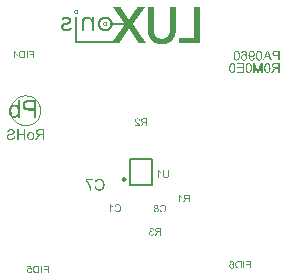
<source format=gbo>
G04*
G04 #@! TF.GenerationSoftware,Altium Limited,Altium Designer,23.4.1 (23)*
G04*
G04 Layer_Color=32896*
%FSLAX44Y44*%
%MOMM*%
G71*
G04*
G04 #@! TF.SameCoordinates,EFB48218-AA6A-4B24-80ED-B411BF601C35*
G04*
G04*
G04 #@! TF.FilePolarity,Positive*
G04*
G01*
G75*
%ADD10C,0.2500*%
%ADD11C,0.2000*%
%ADD55C,0.1080*%
G36*
X-54927Y136972D02*
X-54599D01*
Y136931D01*
X-54476D01*
Y136889D01*
X-54353D01*
Y136848D01*
X-54230D01*
Y136807D01*
X-54148D01*
Y136767D01*
X-54107D01*
Y136726D01*
X-54025D01*
Y136685D01*
X-53984D01*
Y136643D01*
X-53902D01*
Y136602D01*
X-53861D01*
Y136561D01*
X-53820D01*
Y136521D01*
X-53779D01*
Y136480D01*
X-53738D01*
Y136439D01*
X-53697D01*
Y136397D01*
X-53656D01*
Y136356D01*
Y136316D01*
X-53615D01*
Y136274D01*
X-53574D01*
Y136234D01*
Y136193D01*
X-53533D01*
Y136152D01*
Y136110D01*
X-53492D01*
Y136070D01*
Y136028D01*
X-53451D01*
Y135988D01*
Y135947D01*
X-53410D01*
Y135906D01*
Y135864D01*
Y135823D01*
X-53369D01*
Y135782D01*
Y135742D01*
Y135701D01*
Y135660D01*
Y135619D01*
X-53328D01*
Y135578D01*
Y135537D01*
Y135496D01*
Y135455D01*
Y135414D01*
Y135373D01*
Y135332D01*
Y135291D01*
Y135250D01*
Y135209D01*
Y135168D01*
Y135127D01*
Y135086D01*
Y135045D01*
Y135004D01*
X-53369D01*
Y134963D01*
Y134922D01*
Y134881D01*
Y134840D01*
Y134799D01*
X-53410D01*
Y134758D01*
Y134717D01*
Y134676D01*
X-53451D01*
Y134635D01*
Y134594D01*
X-53492D01*
Y134553D01*
Y134512D01*
X-53533D01*
Y134471D01*
Y134430D01*
X-53574D01*
Y134389D01*
Y134348D01*
X-53615D01*
Y134307D01*
X-53656D01*
Y134266D01*
Y134225D01*
X-53697D01*
Y134184D01*
X-53738D01*
Y134143D01*
X-53779D01*
Y134102D01*
X-53820D01*
Y134061D01*
X-53861D01*
Y134020D01*
X-53902D01*
Y133979D01*
X-53984D01*
Y133938D01*
X-54025D01*
Y133897D01*
X-54107D01*
Y133856D01*
X-54148D01*
Y133815D01*
X-54230D01*
Y133774D01*
X-54353D01*
Y133733D01*
X-54435D01*
Y133692D01*
X-54599D01*
Y133651D01*
X-54886D01*
Y133610D01*
X-55173D01*
Y133651D01*
X-55460D01*
Y133692D01*
X-55624D01*
Y133733D01*
X-55747D01*
Y133774D01*
X-55829D01*
Y133815D01*
X-55911D01*
Y133856D01*
X-55993D01*
Y133897D01*
X-56034D01*
Y133938D01*
X-56116D01*
Y133979D01*
X-56157D01*
Y134020D01*
X-56198D01*
Y134061D01*
X-56239D01*
Y134102D01*
X-56280D01*
Y134143D01*
X-56321D01*
Y134184D01*
X-56362D01*
Y134225D01*
X-56403D01*
Y134266D01*
X-56444D01*
Y134307D01*
Y134348D01*
X-56485D01*
Y134389D01*
X-56526D01*
Y134430D01*
Y134471D01*
X-56567D01*
Y134512D01*
Y134553D01*
X-56608D01*
Y134594D01*
Y134635D01*
X-56649D01*
Y134676D01*
Y134717D01*
Y134758D01*
X-56690D01*
Y134799D01*
Y134840D01*
Y134881D01*
Y134922D01*
X-56731D01*
Y134963D01*
Y135004D01*
Y135045D01*
Y135086D01*
Y135127D01*
Y135168D01*
Y135209D01*
Y135250D01*
Y135291D01*
Y135332D01*
Y135373D01*
Y135414D01*
Y135455D01*
Y135496D01*
Y135537D01*
Y135578D01*
Y135619D01*
Y135660D01*
Y135701D01*
X-56690D01*
Y135742D01*
Y135782D01*
Y135823D01*
Y135864D01*
X-56649D01*
Y135906D01*
Y135947D01*
Y135988D01*
X-56608D01*
Y136028D01*
Y136070D01*
X-56567D01*
Y136110D01*
Y136152D01*
X-56526D01*
Y136193D01*
Y136234D01*
X-56485D01*
Y136274D01*
X-56444D01*
Y136316D01*
Y136356D01*
X-56403D01*
Y136397D01*
X-56362D01*
Y136439D01*
X-56321D01*
Y136480D01*
X-56280D01*
Y136521D01*
X-56239D01*
Y136561D01*
X-56198D01*
Y136602D01*
X-56157D01*
Y136643D01*
X-56116D01*
Y136685D01*
X-56034D01*
Y136726D01*
X-55993D01*
Y136767D01*
X-55911D01*
Y136807D01*
X-55829D01*
Y136848D01*
X-55747D01*
Y136889D01*
X-55624D01*
Y136931D01*
X-55460D01*
Y136972D01*
X-55132D01*
Y137013D01*
X-54927D01*
Y136972D01*
D02*
G37*
G36*
X3455Y139759D02*
Y139718D01*
X3413D01*
Y139677D01*
X3372D01*
Y139636D01*
X3332D01*
Y139595D01*
Y139554D01*
X3291D01*
Y139513D01*
X3250D01*
Y139472D01*
Y139431D01*
X3209D01*
Y139390D01*
X3168D01*
Y139349D01*
Y139308D01*
X3127D01*
Y139267D01*
X3086D01*
Y139226D01*
X3045D01*
Y139185D01*
Y139144D01*
X3004D01*
Y139103D01*
X2963D01*
Y139062D01*
Y139021D01*
X2922D01*
Y138980D01*
X2881D01*
Y138939D01*
X2840D01*
Y138898D01*
Y138857D01*
X2799D01*
Y138816D01*
X2758D01*
Y138775D01*
Y138734D01*
X2717D01*
Y138693D01*
X2676D01*
Y138652D01*
X2635D01*
Y138611D01*
Y138570D01*
X2594D01*
Y138529D01*
X2553D01*
Y138488D01*
Y138447D01*
X2512D01*
Y138406D01*
X2471D01*
Y138365D01*
X2430D01*
Y138324D01*
Y138283D01*
X2389D01*
Y138242D01*
X2348D01*
Y138201D01*
Y138160D01*
X2307D01*
Y138119D01*
X2266D01*
Y138078D01*
X2225D01*
Y138037D01*
Y137996D01*
X2184D01*
Y137956D01*
X2143D01*
Y137914D01*
Y137873D01*
X2102D01*
Y137832D01*
X2061D01*
Y137792D01*
Y137750D01*
X2020D01*
Y137710D01*
X1979D01*
Y137669D01*
X1938D01*
Y137627D01*
Y137586D01*
X1897D01*
Y137545D01*
X1856D01*
Y137505D01*
Y137464D01*
X1815D01*
Y137423D01*
X1774D01*
Y137381D01*
X1733D01*
Y137340D01*
Y137299D01*
X1692D01*
Y137259D01*
X1651D01*
Y137218D01*
Y137177D01*
X1610D01*
Y137135D01*
X1569D01*
Y137094D01*
X1528D01*
Y137053D01*
Y137013D01*
X1487D01*
Y136972D01*
X1446D01*
Y136931D01*
Y136889D01*
X1405D01*
Y136848D01*
X1364D01*
Y136807D01*
X1323D01*
Y136767D01*
Y136726D01*
X1282D01*
Y136685D01*
X1241D01*
Y136643D01*
Y136602D01*
X1200D01*
Y136561D01*
X1159D01*
Y136521D01*
X1118D01*
Y136480D01*
Y136439D01*
X1077D01*
Y136397D01*
X1036D01*
Y136356D01*
Y136316D01*
X995D01*
Y136274D01*
X954D01*
Y136234D01*
Y136193D01*
X913D01*
Y136152D01*
X872D01*
Y136110D01*
X831D01*
Y136070D01*
Y136028D01*
X790D01*
Y135988D01*
X749D01*
Y135947D01*
Y135906D01*
X708D01*
Y135864D01*
X667D01*
Y135823D01*
X626D01*
Y135782D01*
Y135742D01*
X585D01*
Y135701D01*
X544D01*
Y135660D01*
Y135619D01*
X503D01*
Y135578D01*
X462D01*
Y135537D01*
X421D01*
Y135496D01*
Y135455D01*
X380D01*
Y135414D01*
X339D01*
Y135373D01*
Y135332D01*
X298D01*
Y135291D01*
X257D01*
Y135250D01*
X216D01*
Y135209D01*
Y135168D01*
X175D01*
Y135127D01*
X134D01*
Y135086D01*
Y135045D01*
X93D01*
Y135004D01*
X52D01*
Y134963D01*
X11D01*
Y134922D01*
Y134881D01*
X-30D01*
Y134840D01*
X-71D01*
Y134799D01*
Y134758D01*
X-112D01*
Y134717D01*
X-153D01*
Y134676D01*
Y134635D01*
X-194D01*
Y134594D01*
X-235D01*
Y134553D01*
X-276D01*
Y134512D01*
Y134471D01*
X-317D01*
Y134430D01*
X-358D01*
Y134389D01*
Y134348D01*
X-399D01*
Y134307D01*
X-440D01*
Y134266D01*
X-481D01*
Y134225D01*
Y134184D01*
X-522D01*
Y134143D01*
X-563D01*
Y134102D01*
Y134061D01*
X-604D01*
Y134020D01*
X-645D01*
Y133979D01*
X-686D01*
Y133938D01*
Y133897D01*
X-727D01*
Y133856D01*
X-768D01*
Y133815D01*
Y133774D01*
X-809D01*
Y133733D01*
X-850D01*
Y133692D01*
X-891D01*
Y133651D01*
Y133610D01*
X-932D01*
Y133569D01*
X-973D01*
Y133528D01*
Y133487D01*
X-1014D01*
Y133446D01*
X-1055D01*
Y133405D01*
X-1096D01*
Y133364D01*
Y133323D01*
X-1137D01*
Y133282D01*
X-1178D01*
Y133241D01*
Y133200D01*
X-1219D01*
Y133159D01*
X-1260D01*
Y133118D01*
X-1301D01*
Y133077D01*
Y133036D01*
X-1342D01*
Y132995D01*
X-1383D01*
Y132954D01*
Y132913D01*
X-1424D01*
Y132872D01*
X-1465D01*
Y132831D01*
Y132790D01*
X-1506D01*
Y132749D01*
X-1547D01*
Y132708D01*
X-1588D01*
Y132667D01*
Y132626D01*
X-1629D01*
Y132585D01*
X-1670D01*
Y132544D01*
Y132503D01*
X-1711D01*
Y132462D01*
X-1752D01*
Y132421D01*
X-1793D01*
Y132380D01*
Y132339D01*
X-1834D01*
Y132298D01*
X-1875D01*
Y132257D01*
Y132216D01*
X-1916D01*
Y132175D01*
X-1957D01*
Y132134D01*
X-1998D01*
Y132093D01*
Y132052D01*
X-2039D01*
Y132011D01*
X-2080D01*
Y131970D01*
Y131929D01*
X-2121D01*
Y131888D01*
X-2162D01*
Y131847D01*
X-2203D01*
Y131806D01*
Y131765D01*
X-2244D01*
Y131724D01*
X-2285D01*
Y131683D01*
Y131642D01*
X-2326D01*
Y131601D01*
X-2367D01*
Y131560D01*
X-2408D01*
Y131519D01*
Y131478D01*
X-2449D01*
Y131437D01*
X-2490D01*
Y131396D01*
Y131355D01*
X-2531D01*
Y131314D01*
X-2572D01*
Y131273D01*
Y131232D01*
X-2613D01*
Y131191D01*
X-2654D01*
Y131150D01*
X-2695D01*
Y131109D01*
Y131068D01*
X-2736D01*
Y131027D01*
X-2777D01*
Y130986D01*
Y130945D01*
X-2818D01*
Y130904D01*
X-2859D01*
Y130863D01*
X-2900D01*
Y130822D01*
Y130781D01*
X-2941D01*
Y130740D01*
X-2982D01*
Y130699D01*
Y130658D01*
X-3023D01*
Y130617D01*
X-3064D01*
Y130576D01*
X-3105D01*
Y130535D01*
Y130494D01*
X-3146D01*
Y130453D01*
X-3187D01*
Y130412D01*
Y130371D01*
X-3228D01*
Y130330D01*
X-3269D01*
Y130289D01*
X-3310D01*
Y130248D01*
Y130207D01*
X-3351D01*
Y130166D01*
X-3392D01*
Y130125D01*
Y130084D01*
X-3433D01*
Y130043D01*
X-3474D01*
Y130002D01*
X-3515D01*
Y129961D01*
Y129920D01*
X-3556D01*
Y129879D01*
X-3597D01*
Y129838D01*
Y129797D01*
X-3638D01*
Y129756D01*
X-3679D01*
Y129715D01*
Y129674D01*
X-3720D01*
Y129633D01*
X-3761D01*
Y129592D01*
X-3802D01*
Y129551D01*
Y129510D01*
X-3843D01*
Y129469D01*
X-3884D01*
Y129428D01*
Y129387D01*
X-3925D01*
Y129346D01*
X-3966D01*
Y129305D01*
X-4007D01*
Y129264D01*
Y129223D01*
X-4048D01*
Y129182D01*
X-4089D01*
Y129141D01*
Y129100D01*
X-4130D01*
Y129059D01*
X-4171D01*
Y129018D01*
X-4212D01*
Y128977D01*
Y128936D01*
X-4253D01*
Y128895D01*
X-4294D01*
Y128854D01*
Y128813D01*
X-4335D01*
Y128772D01*
X-4376D01*
Y128731D01*
X-4417D01*
Y128690D01*
Y128649D01*
X-4458D01*
Y128608D01*
X-4499D01*
Y128567D01*
Y128526D01*
X-4540D01*
Y128485D01*
X-4581D01*
Y128444D01*
X-4622D01*
Y128403D01*
Y128362D01*
X-4663D01*
Y128321D01*
X-4704D01*
Y128280D01*
Y128239D01*
X-4745D01*
Y128198D01*
X-4786D01*
Y128157D01*
Y128116D01*
X-4827D01*
Y128075D01*
X-4868D01*
Y128034D01*
X-4909D01*
Y127993D01*
Y127952D01*
X-4950D01*
Y127911D01*
X-4991D01*
Y127870D01*
Y127829D01*
X-5032D01*
Y127788D01*
X-5073D01*
Y127747D01*
X-5114D01*
Y127706D01*
Y127665D01*
X-5155D01*
Y127624D01*
X-5196D01*
Y127583D01*
Y127542D01*
X-5237D01*
Y127501D01*
X-5278D01*
Y127460D01*
X-5319D01*
Y127419D01*
Y127378D01*
X-5360D01*
Y127337D01*
X-5401D01*
Y127296D01*
Y127255D01*
X-5442D01*
Y127214D01*
X-5483D01*
Y127173D01*
X-5524D01*
Y127132D01*
Y127091D01*
X-5565D01*
Y127050D01*
X-5606D01*
Y127009D01*
Y126968D01*
X-5647D01*
Y126927D01*
X-5688D01*
Y126886D01*
X-5729D01*
Y126845D01*
Y126804D01*
X-5770D01*
Y126763D01*
X-5811D01*
Y126722D01*
Y126681D01*
X-5852D01*
Y126640D01*
X-5893D01*
Y126599D01*
X-5934D01*
Y126558D01*
Y126517D01*
X-5975D01*
Y126476D01*
X-6016D01*
Y126435D01*
Y126394D01*
X-6057D01*
Y126353D01*
X-6098D01*
Y126312D01*
Y126271D01*
X-6139D01*
Y126230D01*
X-6180D01*
Y126189D01*
X-6221D01*
Y126148D01*
Y126107D01*
X-6262D01*
Y126066D01*
X-6303D01*
Y126025D01*
Y125984D01*
X-6344D01*
Y125943D01*
X-6385D01*
Y125902D01*
X-6426D01*
Y125861D01*
Y125820D01*
X-6467D01*
Y125779D01*
X-6508D01*
Y125738D01*
Y125697D01*
X-6549D01*
Y125656D01*
X-6590D01*
Y125615D01*
X-6631D01*
Y125574D01*
Y125533D01*
X-6672D01*
Y125492D01*
X-6713D01*
Y125451D01*
Y125410D01*
X-6754D01*
Y125369D01*
X-6795D01*
Y125328D01*
X-6836D01*
Y125287D01*
Y125246D01*
X-6877D01*
Y125205D01*
X-6918D01*
Y125164D01*
Y125123D01*
X-6959D01*
Y125082D01*
X-7000D01*
Y125041D01*
Y125000D01*
X-6959D01*
Y124959D01*
X-6918D01*
Y124918D01*
Y124877D01*
X-6877D01*
Y124836D01*
X-6836D01*
Y124795D01*
Y124754D01*
X-6795D01*
Y124713D01*
X-6754D01*
Y124672D01*
Y124631D01*
X-6713D01*
Y124590D01*
X-6672D01*
Y124549D01*
Y124508D01*
X-6631D01*
Y124467D01*
X-6590D01*
Y124426D01*
Y124385D01*
X-6549D01*
Y124344D01*
X-6508D01*
Y124303D01*
X-6467D01*
Y124262D01*
Y124221D01*
X-6426D01*
Y124180D01*
X-6385D01*
Y124139D01*
Y124098D01*
X-6344D01*
Y124057D01*
X-6303D01*
Y124016D01*
Y123975D01*
X-6262D01*
Y123934D01*
X-6221D01*
Y123893D01*
Y123852D01*
X-6180D01*
Y123811D01*
X-6139D01*
Y123770D01*
X-6098D01*
Y123729D01*
Y123688D01*
X-6057D01*
Y123647D01*
X-6016D01*
Y123606D01*
Y123565D01*
X-5975D01*
Y123524D01*
X-5934D01*
Y123483D01*
Y123442D01*
X-5893D01*
Y123401D01*
X-5852D01*
Y123360D01*
Y123319D01*
X-5811D01*
Y123278D01*
X-5770D01*
Y123237D01*
X-5729D01*
Y123196D01*
Y123155D01*
X-5688D01*
Y123114D01*
X-5647D01*
Y123073D01*
Y123032D01*
X-5606D01*
Y122991D01*
X-5565D01*
Y122950D01*
Y122909D01*
X-5524D01*
Y122868D01*
X-5483D01*
Y122827D01*
Y122786D01*
X-5442D01*
Y122745D01*
X-5401D01*
Y122704D01*
X-5360D01*
Y122663D01*
Y122622D01*
X-5319D01*
Y122581D01*
X-5278D01*
Y122540D01*
Y122499D01*
X-5237D01*
Y122458D01*
X-5196D01*
Y122417D01*
Y122376D01*
X-5155D01*
Y122335D01*
X-5114D01*
Y122294D01*
Y122253D01*
X-5073D01*
Y122212D01*
X-5032D01*
Y122171D01*
X-4991D01*
Y122130D01*
Y122089D01*
X-4950D01*
Y122048D01*
X-4909D01*
Y122007D01*
Y121966D01*
X-4868D01*
Y121925D01*
X-4827D01*
Y121884D01*
Y121843D01*
X-4786D01*
Y121802D01*
X-4745D01*
Y121761D01*
Y121720D01*
X-4704D01*
Y121679D01*
X-4663D01*
Y121638D01*
X-4622D01*
Y121597D01*
Y121556D01*
X-4581D01*
Y121515D01*
X-4540D01*
Y121474D01*
Y121433D01*
X-4499D01*
Y121392D01*
X-4458D01*
Y121351D01*
Y121310D01*
X-4417D01*
Y121269D01*
X-4376D01*
Y121228D01*
Y121187D01*
X-4335D01*
Y121146D01*
X-4294D01*
Y121105D01*
X-4253D01*
Y121064D01*
Y121023D01*
X-4212D01*
Y120982D01*
X-4171D01*
Y120941D01*
Y120900D01*
X-4130D01*
Y120859D01*
X-4089D01*
Y120818D01*
Y120777D01*
X-4048D01*
Y120736D01*
X-4007D01*
Y120695D01*
Y120654D01*
X-3966D01*
Y120613D01*
X-3925D01*
Y120572D01*
X-3884D01*
Y120531D01*
Y120490D01*
X-3843D01*
Y120449D01*
X-3802D01*
Y120408D01*
Y120367D01*
X-3761D01*
Y120326D01*
X-3720D01*
Y120285D01*
Y120244D01*
X-3679D01*
Y120203D01*
X-3638D01*
Y120162D01*
Y120121D01*
X-3597D01*
Y120080D01*
X-3556D01*
Y120039D01*
X-3515D01*
Y119998D01*
Y119957D01*
X-3474D01*
Y119916D01*
X-3433D01*
Y119875D01*
Y119834D01*
X-3392D01*
Y119793D01*
X-3351D01*
Y119752D01*
Y119711D01*
X-3310D01*
Y119670D01*
X-3269D01*
Y119629D01*
Y119588D01*
X-3228D01*
Y119547D01*
X-3187D01*
Y119506D01*
Y119465D01*
X-3146D01*
Y119424D01*
X-3105D01*
Y119383D01*
X-3064D01*
Y119342D01*
Y119301D01*
X-3023D01*
Y119260D01*
X-2982D01*
Y119219D01*
Y119178D01*
X-2941D01*
Y119137D01*
X-2900D01*
Y119096D01*
Y119055D01*
X-2859D01*
Y119014D01*
X-2818D01*
Y118973D01*
Y118932D01*
X-2777D01*
Y118891D01*
X-2736D01*
Y118850D01*
X-2695D01*
Y118809D01*
Y118768D01*
X-2654D01*
Y118727D01*
X-2613D01*
Y118686D01*
Y118645D01*
X-2572D01*
Y118604D01*
X-2531D01*
Y118563D01*
Y118522D01*
X-2490D01*
Y118481D01*
X-2449D01*
Y118440D01*
Y118399D01*
X-2408D01*
Y118358D01*
X-2367D01*
Y118317D01*
X-2326D01*
Y118276D01*
Y118235D01*
X-2285D01*
Y118194D01*
X-2244D01*
Y118153D01*
Y118112D01*
X-2203D01*
Y118071D01*
X-2162D01*
Y118030D01*
Y117989D01*
X-2121D01*
Y117948D01*
X-2080D01*
Y117907D01*
Y117866D01*
X-2039D01*
Y117825D01*
X-1998D01*
Y117784D01*
X-1957D01*
Y117743D01*
Y117702D01*
X-1916D01*
Y117661D01*
X-1875D01*
Y117620D01*
Y117579D01*
X-1834D01*
Y117538D01*
X-1793D01*
Y117497D01*
Y117456D01*
X-1752D01*
Y117415D01*
X-1711D01*
Y117374D01*
Y117333D01*
X-1670D01*
Y117292D01*
X-1629D01*
Y117251D01*
X-1588D01*
Y117210D01*
Y117169D01*
X-1547D01*
Y117128D01*
X-1506D01*
Y117087D01*
Y117046D01*
X-1465D01*
Y117005D01*
X-1424D01*
Y116964D01*
Y116923D01*
X-1383D01*
Y116882D01*
X-1342D01*
Y116841D01*
Y116800D01*
X-1301D01*
Y116759D01*
X-1260D01*
Y116718D01*
X-1219D01*
Y116677D01*
Y116636D01*
X-1178D01*
Y116595D01*
X-1137D01*
Y116554D01*
Y116513D01*
X-1096D01*
Y116472D01*
X-1055D01*
Y116431D01*
Y116390D01*
X-1014D01*
Y116349D01*
X-973D01*
Y116308D01*
Y116267D01*
X-932D01*
Y116226D01*
X-891D01*
Y116185D01*
X-850D01*
Y116144D01*
Y116103D01*
X-809D01*
Y116062D01*
X-768D01*
Y116021D01*
Y115980D01*
X-727D01*
Y115939D01*
X-686D01*
Y115898D01*
Y115857D01*
X-645D01*
Y115816D01*
X-604D01*
Y115775D01*
Y115734D01*
X-563D01*
Y115693D01*
X-522D01*
Y115652D01*
X-481D01*
Y115611D01*
Y115570D01*
X-440D01*
Y115529D01*
X-399D01*
Y115488D01*
Y115447D01*
X-358D01*
Y115406D01*
X-317D01*
Y115365D01*
Y115324D01*
X-276D01*
Y115283D01*
X-235D01*
Y115242D01*
Y115201D01*
X-194D01*
Y115160D01*
X-153D01*
Y115119D01*
Y115078D01*
X-112D01*
Y115037D01*
X-71D01*
Y114996D01*
X-30D01*
Y114955D01*
Y114914D01*
X11D01*
Y114873D01*
X52D01*
Y114832D01*
Y114791D01*
X93D01*
Y114750D01*
X134D01*
Y114709D01*
Y114669D01*
X175D01*
Y114627D01*
X216D01*
Y114586D01*
Y114545D01*
X257D01*
Y114504D01*
X298D01*
Y114463D01*
X339D01*
Y114423D01*
Y114382D01*
X380D01*
Y114340D01*
X421D01*
Y114299D01*
Y114258D01*
X462D01*
Y114218D01*
X503D01*
Y114176D01*
Y114136D01*
X544D01*
Y114094D01*
X585D01*
Y114053D01*
Y114012D01*
X626D01*
Y113972D01*
X667D01*
Y113931D01*
X708D01*
Y113890D01*
Y113848D01*
X749D01*
Y113807D01*
X790D01*
Y113766D01*
Y113726D01*
X831D01*
Y113685D01*
X872D01*
Y113644D01*
Y113603D01*
X913D01*
Y113561D01*
X954D01*
Y113520D01*
Y113479D01*
X995D01*
Y113439D01*
X1036D01*
Y113398D01*
X1077D01*
Y113357D01*
Y113315D01*
X1118D01*
Y113274D01*
X1159D01*
Y113233D01*
Y113193D01*
X1200D01*
Y113152D01*
X1241D01*
Y113111D01*
Y113069D01*
X1282D01*
Y113028D01*
X1323D01*
Y112987D01*
Y112947D01*
X1364D01*
Y112906D01*
X1405D01*
Y112865D01*
X1446D01*
Y112823D01*
Y112782D01*
X1487D01*
Y112741D01*
X1528D01*
Y112701D01*
Y112660D01*
X1569D01*
Y112619D01*
X1610D01*
Y112577D01*
Y112536D01*
X1651D01*
Y112495D01*
X1692D01*
Y112455D01*
Y112414D01*
X1733D01*
Y112373D01*
X1774D01*
Y112332D01*
X1815D01*
Y112291D01*
Y112249D01*
X1856D01*
Y112208D01*
X1897D01*
Y112168D01*
Y112127D01*
X1938D01*
Y112086D01*
X1979D01*
Y112044D01*
Y112004D01*
X2020D01*
Y111962D01*
X2061D01*
Y111922D01*
Y111881D01*
X2102D01*
Y111840D01*
X2143D01*
Y111799D01*
X2184D01*
Y111758D01*
Y111717D01*
X2225D01*
Y111676D01*
X2266D01*
Y111635D01*
Y111594D01*
X2307D01*
Y111553D01*
X2348D01*
Y111511D01*
Y111470D01*
X2389D01*
Y111430D01*
X2430D01*
Y111389D01*
Y111348D01*
X2471D01*
Y111307D01*
X2512D01*
Y111266D01*
X2553D01*
Y111225D01*
Y111184D01*
X2594D01*
Y111143D01*
X2635D01*
Y111102D01*
Y111061D01*
X2676D01*
Y111020D01*
X2717D01*
Y110979D01*
Y110938D01*
X2758D01*
Y110897D01*
X2799D01*
Y110856D01*
Y110815D01*
X2840D01*
Y110774D01*
X2881D01*
Y110733D01*
X2922D01*
Y110692D01*
Y110651D01*
X2963D01*
Y110610D01*
X3004D01*
Y110569D01*
Y110528D01*
X3045D01*
Y110487D01*
X3086D01*
Y110446D01*
Y110405D01*
X3127D01*
Y110364D01*
X3168D01*
Y110323D01*
Y110282D01*
X3209D01*
Y110241D01*
X3250D01*
Y110200D01*
Y110159D01*
X3291D01*
Y110118D01*
X3332D01*
Y110077D01*
X3372D01*
Y110036D01*
Y109995D01*
X3413D01*
Y109954D01*
X3455D01*
Y109913D01*
Y109872D01*
X3496D01*
Y109831D01*
X3537D01*
Y109790D01*
Y109749D01*
X3577D01*
Y109708D01*
X3618D01*
Y109667D01*
Y109626D01*
X3659D01*
Y109585D01*
X3701D01*
Y109544D01*
X3742D01*
Y109503D01*
Y109462D01*
X3783D01*
Y109421D01*
X3823D01*
Y109380D01*
Y109339D01*
X3864D01*
Y109298D01*
X3905D01*
Y109257D01*
Y109216D01*
X3947D01*
Y109175D01*
X3988D01*
Y109134D01*
Y109093D01*
X4029D01*
Y109052D01*
X4069D01*
Y109011D01*
X4110D01*
Y108970D01*
Y108929D01*
X4151D01*
Y108888D01*
X4193D01*
Y108847D01*
Y108806D01*
X4234D01*
Y108765D01*
X4275D01*
Y108724D01*
X-1875D01*
Y108765D01*
X-1916D01*
Y108806D01*
X-1957D01*
Y108847D01*
Y108888D01*
X-1998D01*
Y108929D01*
X-2039D01*
Y108970D01*
Y109011D01*
X-2080D01*
Y109052D01*
X-2121D01*
Y109093D01*
Y109134D01*
X-2162D01*
Y109175D01*
X-2203D01*
Y109216D01*
Y109257D01*
X-2244D01*
Y109298D01*
X-2285D01*
Y109339D01*
Y109380D01*
X-2326D01*
Y109421D01*
X-2367D01*
Y109462D01*
Y109503D01*
X-2408D01*
Y109544D01*
X-2449D01*
Y109585D01*
Y109626D01*
X-2490D01*
Y109667D01*
X-2531D01*
Y109708D01*
Y109749D01*
X-2572D01*
Y109790D01*
X-2613D01*
Y109831D01*
Y109872D01*
X-2654D01*
Y109913D01*
X-2695D01*
Y109954D01*
Y109995D01*
X-2736D01*
Y110036D01*
X-2777D01*
Y110077D01*
Y110118D01*
X-2818D01*
Y110159D01*
X-2859D01*
Y110200D01*
Y110241D01*
X-2900D01*
Y110282D01*
X-2941D01*
Y110323D01*
Y110364D01*
X-2982D01*
Y110405D01*
X-3023D01*
Y110446D01*
Y110487D01*
X-3064D01*
Y110528D01*
X-3105D01*
Y110569D01*
Y110610D01*
X-3146D01*
Y110651D01*
X-3187D01*
Y110692D01*
Y110733D01*
X-3228D01*
Y110774D01*
X-3269D01*
Y110815D01*
Y110856D01*
X-3310D01*
Y110897D01*
X-3351D01*
Y110938D01*
Y110979D01*
X-3392D01*
Y111020D01*
X-3433D01*
Y111061D01*
Y111102D01*
X-3474D01*
Y111143D01*
X-3515D01*
Y111184D01*
X-3556D01*
Y111225D01*
Y111266D01*
X-3597D01*
Y111307D01*
X-3638D01*
Y111348D01*
Y111389D01*
X-3679D01*
Y111430D01*
X-3720D01*
Y111470D01*
Y111511D01*
X-3761D01*
Y111553D01*
X-3802D01*
Y111594D01*
Y111635D01*
X-3843D01*
Y111676D01*
X-3884D01*
Y111717D01*
Y111758D01*
X-3925D01*
Y111799D01*
X-3966D01*
Y111840D01*
Y111881D01*
X-4007D01*
Y111922D01*
X-4048D01*
Y111962D01*
Y112004D01*
X-4089D01*
Y112044D01*
X-4130D01*
Y112086D01*
Y112127D01*
X-4171D01*
Y112168D01*
X-4212D01*
Y112208D01*
Y112249D01*
X-4253D01*
Y112291D01*
X-4294D01*
Y112332D01*
Y112373D01*
X-4335D01*
Y112414D01*
X-4376D01*
Y112455D01*
Y112495D01*
X-4417D01*
Y112536D01*
X-4458D01*
Y112577D01*
Y112619D01*
X-4499D01*
Y112660D01*
X-4540D01*
Y112701D01*
Y112741D01*
X-4581D01*
Y112782D01*
X-4622D01*
Y112823D01*
Y112865D01*
X-4663D01*
Y112906D01*
X-4704D01*
Y112947D01*
Y112987D01*
X-4745D01*
Y113028D01*
X-4786D01*
Y113069D01*
Y113111D01*
X-4827D01*
Y113152D01*
X-4868D01*
Y113193D01*
Y113233D01*
X-4909D01*
Y113274D01*
X-4950D01*
Y113315D01*
Y113357D01*
X-4991D01*
Y113398D01*
X-5032D01*
Y113439D01*
Y113479D01*
X-5073D01*
Y113520D01*
X-5114D01*
Y113561D01*
Y113603D01*
X-5155D01*
Y113644D01*
X-5196D01*
Y113685D01*
Y113726D01*
X-5237D01*
Y113766D01*
X-5278D01*
Y113807D01*
Y113848D01*
X-5319D01*
Y113890D01*
X-5360D01*
Y113931D01*
X-5401D01*
Y113972D01*
Y114012D01*
X-5442D01*
Y114053D01*
X-5483D01*
Y114094D01*
Y114136D01*
X-5524D01*
Y114176D01*
X-5565D01*
Y114218D01*
Y114258D01*
X-5606D01*
Y114299D01*
X-5647D01*
Y114340D01*
Y114382D01*
X-5688D01*
Y114423D01*
X-5729D01*
Y114463D01*
Y114504D01*
X-5770D01*
Y114545D01*
X-5811D01*
Y114586D01*
Y114627D01*
X-5852D01*
Y114669D01*
X-5893D01*
Y114709D01*
Y114750D01*
X-5934D01*
Y114791D01*
X-5975D01*
Y114832D01*
Y114873D01*
X-6016D01*
Y114914D01*
X-6057D01*
Y114955D01*
Y114996D01*
X-6098D01*
Y115037D01*
X-6139D01*
Y115078D01*
Y115119D01*
X-6180D01*
Y115160D01*
X-6221D01*
Y115201D01*
Y115242D01*
X-6262D01*
Y115283D01*
X-6303D01*
Y115324D01*
Y115365D01*
X-6344D01*
Y115406D01*
X-6385D01*
Y115447D01*
Y115488D01*
X-6426D01*
Y115529D01*
X-6467D01*
Y115570D01*
Y115611D01*
X-6508D01*
Y115652D01*
X-6549D01*
Y115693D01*
Y115734D01*
X-6590D01*
Y115775D01*
X-6631D01*
Y115816D01*
Y115857D01*
X-6672D01*
Y115898D01*
X-6713D01*
Y115939D01*
Y115980D01*
X-6754D01*
Y116021D01*
X-6795D01*
Y116062D01*
Y116103D01*
X-6836D01*
Y116144D01*
X-6877D01*
Y116185D01*
Y116226D01*
X-6918D01*
Y116267D01*
X-6959D01*
Y116308D01*
Y116349D01*
X-7000D01*
Y116390D01*
X-7041D01*
Y116431D01*
Y116472D01*
X-7082D01*
Y116513D01*
X-7123D01*
Y116554D01*
X-7164D01*
Y116595D01*
Y116636D01*
X-7205D01*
Y116677D01*
X-7246D01*
Y116718D01*
Y116759D01*
X-7287D01*
Y116800D01*
X-7328D01*
Y116841D01*
Y116882D01*
X-7369D01*
Y116923D01*
X-7410D01*
Y116964D01*
Y117005D01*
X-7451D01*
Y117046D01*
X-7492D01*
Y117087D01*
Y117128D01*
X-7533D01*
Y117169D01*
X-7574D01*
Y117210D01*
Y117251D01*
X-7615D01*
Y117292D01*
X-7656D01*
Y117333D01*
Y117374D01*
X-7697D01*
Y117415D01*
X-7738D01*
Y117456D01*
Y117497D01*
X-7779D01*
Y117538D01*
X-7820D01*
Y117579D01*
Y117620D01*
X-7861D01*
Y117661D01*
X-7902D01*
Y117702D01*
Y117743D01*
X-7943D01*
Y117784D01*
X-7984D01*
Y117825D01*
Y117866D01*
X-8025D01*
Y117907D01*
X-8066D01*
Y117948D01*
Y117989D01*
X-8107D01*
Y118030D01*
X-8148D01*
Y118071D01*
Y118112D01*
X-8189D01*
Y118153D01*
X-8230D01*
Y118194D01*
Y118235D01*
X-8271D01*
Y118276D01*
X-8312D01*
Y118317D01*
Y118358D01*
X-8353D01*
Y118399D01*
X-8394D01*
Y118440D01*
Y118481D01*
X-8435D01*
Y118522D01*
X-8476D01*
Y118563D01*
Y118604D01*
X-8517D01*
Y118645D01*
X-8558D01*
Y118686D01*
Y118727D01*
X-8599D01*
Y118768D01*
X-8640D01*
Y118809D01*
Y118850D01*
X-8681D01*
Y118891D01*
X-8722D01*
Y118932D01*
Y118973D01*
X-8763D01*
Y119014D01*
X-8804D01*
Y119055D01*
Y119096D01*
X-8845D01*
Y119137D01*
X-8886D01*
Y119178D01*
X-8927D01*
Y119219D01*
Y119260D01*
X-8968D01*
Y119301D01*
X-9009D01*
Y119342D01*
Y119383D01*
X-9050D01*
Y119424D01*
X-9091D01*
Y119465D01*
Y119506D01*
X-9132D01*
Y119547D01*
X-9173D01*
Y119588D01*
Y119629D01*
X-9214D01*
Y119670D01*
X-9255D01*
Y119711D01*
Y119752D01*
X-9296D01*
Y119793D01*
X-9337D01*
Y119834D01*
Y119875D01*
X-9378D01*
Y119916D01*
X-9419D01*
Y119957D01*
Y119998D01*
X-9460D01*
Y120039D01*
X-9501D01*
Y120080D01*
Y120121D01*
X-9542D01*
Y120162D01*
X-9583D01*
Y120203D01*
Y120244D01*
X-9624D01*
Y120285D01*
X-9665D01*
Y120326D01*
Y120367D01*
X-9706D01*
Y120408D01*
X-9747D01*
Y120449D01*
Y120490D01*
X-9788D01*
Y120531D01*
X-9829D01*
Y120572D01*
Y120613D01*
X-9870D01*
Y120654D01*
X-9911D01*
Y120695D01*
Y120736D01*
X-9952D01*
Y120777D01*
X-9993D01*
Y120818D01*
Y120859D01*
X-10034D01*
Y120900D01*
X-10075D01*
Y120941D01*
Y120982D01*
X-10116D01*
Y121023D01*
X-10157D01*
Y121064D01*
Y121105D01*
X-10198D01*
Y121146D01*
X-10239D01*
Y121187D01*
Y121228D01*
X-10321D01*
Y121187D01*
Y121146D01*
X-10362D01*
Y121105D01*
X-10403D01*
Y121064D01*
X-10444D01*
Y121023D01*
Y120982D01*
X-10485D01*
Y120941D01*
X-10526D01*
Y120900D01*
Y120859D01*
X-10567D01*
Y120818D01*
X-10608D01*
Y120777D01*
Y120736D01*
X-10649D01*
Y120695D01*
X-10690D01*
Y120654D01*
Y120613D01*
X-10731D01*
Y120572D01*
X-10772D01*
Y120531D01*
Y120490D01*
X-10813D01*
Y120449D01*
X-10854D01*
Y120408D01*
Y120367D01*
X-10895D01*
Y120326D01*
X-10936D01*
Y120285D01*
Y120244D01*
X-10977D01*
Y120203D01*
X-11018D01*
Y120162D01*
Y120121D01*
X-11059D01*
Y120080D01*
X-11100D01*
Y120039D01*
Y119998D01*
X-11141D01*
Y119957D01*
X-11182D01*
Y119916D01*
Y119875D01*
X-11223D01*
Y119834D01*
X-11264D01*
Y119793D01*
Y119752D01*
X-11305D01*
Y119711D01*
X-11346D01*
Y119670D01*
Y119629D01*
X-11387D01*
Y119588D01*
X-11428D01*
Y119547D01*
Y119506D01*
X-11469D01*
Y119465D01*
X-11510D01*
Y119424D01*
Y119383D01*
X-11551D01*
Y119342D01*
X-11592D01*
Y119301D01*
Y119260D01*
X-11633D01*
Y119219D01*
X-11674D01*
Y119178D01*
Y119137D01*
X-11715D01*
Y119096D01*
X-11756D01*
Y119055D01*
Y119014D01*
X-11797D01*
Y118973D01*
X-11838D01*
Y118932D01*
Y118891D01*
X-11879D01*
Y118850D01*
X-11920D01*
Y118809D01*
Y118768D01*
X-11961D01*
Y118727D01*
X-12002D01*
Y118686D01*
Y118645D01*
X-12043D01*
Y118604D01*
X-12084D01*
Y118563D01*
Y118522D01*
X-12125D01*
Y118481D01*
X-12166D01*
Y118440D01*
Y118399D01*
X-12207D01*
Y118358D01*
X-12248D01*
Y118317D01*
Y118276D01*
X-12289D01*
Y118235D01*
X-12330D01*
Y118194D01*
Y118153D01*
X-12371D01*
Y118112D01*
X-12412D01*
Y118071D01*
Y118030D01*
X-12453D01*
Y117989D01*
X-12494D01*
Y117948D01*
Y117907D01*
X-12535D01*
Y117866D01*
X-12576D01*
Y117825D01*
Y117784D01*
X-12617D01*
Y117743D01*
X-12658D01*
Y117702D01*
Y117661D01*
X-12699D01*
Y117620D01*
X-12740D01*
Y117579D01*
Y117538D01*
X-12781D01*
Y117497D01*
X-12822D01*
Y117456D01*
Y117415D01*
X-12863D01*
Y117374D01*
X-12904D01*
Y117333D01*
Y117292D01*
X-12945D01*
Y117251D01*
X-12986D01*
Y117210D01*
Y117169D01*
X-13027D01*
Y117128D01*
X-13068D01*
Y117087D01*
Y117046D01*
X-13109D01*
Y117005D01*
X-13150D01*
Y116964D01*
Y116923D01*
X-13191D01*
Y116882D01*
X-13232D01*
Y116841D01*
Y116800D01*
X-13273D01*
Y116759D01*
X-13314D01*
Y116718D01*
Y116677D01*
X-13355D01*
Y116636D01*
X-13396D01*
Y116595D01*
Y116554D01*
X-13437D01*
Y116513D01*
X-13478D01*
Y116472D01*
Y116431D01*
X-13519D01*
Y116390D01*
X-13560D01*
Y116349D01*
Y116308D01*
X-13601D01*
Y116267D01*
X-13642D01*
Y116226D01*
Y116185D01*
X-13683D01*
Y116144D01*
X-13724D01*
Y116103D01*
Y116062D01*
X-13765D01*
Y116021D01*
X-13806D01*
Y115980D01*
Y115939D01*
X-13847D01*
Y115898D01*
X-13888D01*
Y115857D01*
Y115816D01*
X-13929D01*
Y115775D01*
X-13970D01*
Y115734D01*
Y115693D01*
X-14011D01*
Y115652D01*
X-14052D01*
Y115611D01*
Y115570D01*
X-14093D01*
Y115529D01*
X-14134D01*
Y115488D01*
Y115447D01*
X-14175D01*
Y115406D01*
X-14216D01*
Y115365D01*
Y115324D01*
X-14257D01*
Y115283D01*
X-14298D01*
Y115242D01*
Y115201D01*
X-14339D01*
Y115160D01*
X-14380D01*
Y115119D01*
Y115078D01*
X-14421D01*
Y115037D01*
X-14462D01*
Y114996D01*
Y114955D01*
X-14503D01*
Y114914D01*
X-14544D01*
Y114873D01*
Y114832D01*
X-14585D01*
Y114791D01*
X-14626D01*
Y114750D01*
Y114709D01*
X-14667D01*
Y114669D01*
X-14708D01*
Y114627D01*
Y114586D01*
X-14749D01*
Y114545D01*
X-14790D01*
Y114504D01*
Y114463D01*
X-14831D01*
Y114423D01*
X-14872D01*
Y114382D01*
Y114340D01*
X-14913D01*
Y114299D01*
X-14954D01*
Y114258D01*
Y114218D01*
X-14995D01*
Y114176D01*
X-15036D01*
Y114136D01*
Y114094D01*
X-15077D01*
Y114053D01*
X-15118D01*
Y114012D01*
X-15159D01*
Y113972D01*
Y113931D01*
X-15200D01*
Y113890D01*
X-15241D01*
Y113848D01*
Y113807D01*
X-15282D01*
Y113766D01*
X-15323D01*
Y113726D01*
Y113685D01*
X-15364D01*
Y113644D01*
X-15405D01*
Y113603D01*
Y113561D01*
X-15446D01*
Y113520D01*
X-15487D01*
Y113479D01*
Y113439D01*
X-15528D01*
Y113398D01*
X-15569D01*
Y113357D01*
Y113315D01*
X-15610D01*
Y113274D01*
X-15651D01*
Y113233D01*
Y113193D01*
X-15692D01*
Y113152D01*
X-15733D01*
Y113111D01*
Y113069D01*
X-15774D01*
Y113028D01*
X-15815D01*
Y112987D01*
Y112947D01*
X-15856D01*
Y112906D01*
X-15897D01*
Y112865D01*
Y112823D01*
X-15938D01*
Y112782D01*
X-15979D01*
Y112741D01*
Y112701D01*
X-16020D01*
Y112660D01*
X-16061D01*
Y112619D01*
Y112577D01*
X-16102D01*
Y112536D01*
X-16143D01*
Y112495D01*
Y112455D01*
X-16184D01*
Y112414D01*
X-16225D01*
Y112373D01*
Y112332D01*
X-16266D01*
Y112291D01*
X-16307D01*
Y112249D01*
Y112208D01*
X-16348D01*
Y112168D01*
X-16389D01*
Y112127D01*
Y112086D01*
X-16430D01*
Y112044D01*
X-16471D01*
Y112004D01*
Y111962D01*
X-16512D01*
Y111922D01*
X-16553D01*
Y111881D01*
Y111840D01*
X-16594D01*
Y111799D01*
X-16635D01*
Y111758D01*
Y111717D01*
X-16676D01*
Y111676D01*
X-16717D01*
Y111635D01*
Y111594D01*
X-16758D01*
Y111553D01*
X-16799D01*
Y111511D01*
Y111470D01*
X-16840D01*
Y111430D01*
X-16881D01*
Y111389D01*
Y111348D01*
X-16922D01*
Y111307D01*
X-16963D01*
Y111266D01*
Y111225D01*
X-17004D01*
Y111184D01*
X-17045D01*
Y111143D01*
Y111102D01*
X-17086D01*
Y111061D01*
X-17127D01*
Y111020D01*
Y110979D01*
X-17168D01*
Y110938D01*
X-17209D01*
Y110897D01*
Y110856D01*
X-17250D01*
Y110815D01*
X-17291D01*
Y110774D01*
Y110733D01*
X-17332D01*
Y110692D01*
X-17373D01*
Y110651D01*
Y110610D01*
X-17414D01*
Y110569D01*
X-17455D01*
Y110528D01*
Y110487D01*
X-17496D01*
Y110446D01*
X-17537D01*
Y110405D01*
Y110364D01*
X-17578D01*
Y110323D01*
X-17619D01*
Y110282D01*
Y110241D01*
X-17660D01*
Y110200D01*
X-17701D01*
Y110159D01*
Y110118D01*
X-17742D01*
Y110077D01*
X-17783D01*
Y110036D01*
Y109995D01*
X-17824D01*
Y109954D01*
X-17865D01*
Y109913D01*
Y109872D01*
X-17906D01*
Y109831D01*
X-17946D01*
Y109790D01*
Y109749D01*
X-17988D01*
Y109708D01*
X-18029D01*
Y109667D01*
Y109626D01*
X-18070D01*
Y109585D01*
X-18111D01*
Y109544D01*
Y109503D01*
X-18152D01*
Y109462D01*
X-18193D01*
Y109421D01*
Y109380D01*
X-18233D01*
Y109339D01*
X-18275D01*
Y109298D01*
Y109257D01*
X-18316D01*
Y109216D01*
X-18356D01*
Y109175D01*
Y109134D01*
X-18398D01*
Y109093D01*
X-18439D01*
Y109052D01*
Y109011D01*
X-18479D01*
Y108970D01*
X-18520D01*
Y108929D01*
Y108888D01*
X-18562D01*
Y108847D01*
X-18603D01*
Y108806D01*
Y108765D01*
X-18643D01*
Y108724D01*
X-55993D01*
Y108765D01*
Y108806D01*
Y108847D01*
Y108888D01*
Y108929D01*
Y108970D01*
Y109011D01*
Y109052D01*
Y109093D01*
Y109134D01*
Y109175D01*
Y109216D01*
Y109257D01*
Y109298D01*
Y109339D01*
Y109380D01*
Y109421D01*
Y109462D01*
Y109503D01*
Y109544D01*
Y109585D01*
Y109626D01*
Y109667D01*
Y109708D01*
Y109749D01*
Y109790D01*
Y109831D01*
Y109872D01*
Y109913D01*
Y109954D01*
Y109995D01*
Y110036D01*
Y110077D01*
Y110118D01*
Y110159D01*
Y110200D01*
Y110241D01*
Y110282D01*
Y110323D01*
Y110364D01*
Y110405D01*
Y110446D01*
Y110487D01*
Y110528D01*
Y110569D01*
Y110610D01*
Y110651D01*
Y110692D01*
Y110733D01*
Y110774D01*
Y110815D01*
Y110856D01*
Y110897D01*
Y110938D01*
Y110979D01*
Y111020D01*
Y111061D01*
Y111102D01*
Y111143D01*
Y111184D01*
Y111225D01*
Y111266D01*
Y111307D01*
Y111348D01*
Y111389D01*
Y111430D01*
Y111470D01*
Y111511D01*
Y111553D01*
Y111594D01*
Y111635D01*
Y111676D01*
Y111717D01*
Y111758D01*
Y111799D01*
Y111840D01*
Y111881D01*
Y111922D01*
Y111962D01*
Y112004D01*
Y112044D01*
Y112086D01*
Y112127D01*
Y112168D01*
Y112208D01*
Y112249D01*
Y112291D01*
Y112332D01*
Y112373D01*
Y112414D01*
Y112455D01*
Y112495D01*
Y112536D01*
Y112577D01*
Y112619D01*
Y112660D01*
Y112701D01*
Y112741D01*
Y112782D01*
Y112823D01*
Y112865D01*
Y112906D01*
Y112947D01*
Y112987D01*
Y113028D01*
Y113069D01*
Y113111D01*
Y113152D01*
Y113193D01*
Y113233D01*
Y113274D01*
Y113315D01*
Y113357D01*
Y113398D01*
Y113439D01*
Y113479D01*
Y113520D01*
Y113561D01*
Y113603D01*
Y113644D01*
Y113685D01*
Y113726D01*
Y113766D01*
Y113807D01*
Y113848D01*
Y113890D01*
Y113931D01*
Y113972D01*
Y114012D01*
Y114053D01*
Y114094D01*
Y114136D01*
Y114176D01*
Y114218D01*
Y114258D01*
Y114299D01*
Y114340D01*
Y114382D01*
Y114423D01*
Y114463D01*
Y114504D01*
Y114545D01*
Y114586D01*
Y114627D01*
Y114669D01*
Y114709D01*
Y114750D01*
Y114791D01*
Y114832D01*
Y114873D01*
Y114914D01*
Y114955D01*
Y114996D01*
Y115037D01*
Y115078D01*
Y115119D01*
Y115160D01*
Y115201D01*
Y115242D01*
Y115283D01*
Y115324D01*
Y115365D01*
Y115406D01*
Y115447D01*
Y115488D01*
Y115529D01*
Y115570D01*
Y115611D01*
Y115652D01*
Y115693D01*
Y115734D01*
Y115775D01*
Y115816D01*
Y115857D01*
Y115898D01*
Y115939D01*
Y115980D01*
Y116021D01*
Y116062D01*
Y116103D01*
Y116144D01*
Y116185D01*
Y116226D01*
Y116267D01*
Y116308D01*
Y116349D01*
Y116390D01*
Y116431D01*
Y116472D01*
Y116513D01*
Y116554D01*
Y116595D01*
Y116636D01*
Y116677D01*
Y116718D01*
Y116759D01*
Y116800D01*
Y116841D01*
Y116882D01*
Y116923D01*
Y116964D01*
Y117005D01*
Y117046D01*
Y117087D01*
Y117128D01*
Y117169D01*
Y117210D01*
Y117251D01*
Y117292D01*
Y117333D01*
Y117374D01*
Y117415D01*
Y117456D01*
Y117497D01*
Y117538D01*
Y117579D01*
Y117620D01*
Y117661D01*
Y117702D01*
Y117743D01*
Y117784D01*
Y117825D01*
Y117866D01*
Y117907D01*
Y117948D01*
Y117989D01*
Y118030D01*
Y118071D01*
Y118112D01*
Y118153D01*
Y118194D01*
Y118235D01*
Y118276D01*
Y118317D01*
Y118358D01*
Y118399D01*
Y118440D01*
Y118481D01*
Y118522D01*
Y118563D01*
Y118604D01*
Y118645D01*
Y118686D01*
Y118727D01*
Y118768D01*
Y118809D01*
Y118850D01*
Y118891D01*
Y118932D01*
Y118973D01*
Y119014D01*
Y119055D01*
Y119096D01*
Y119137D01*
Y119178D01*
Y119219D01*
Y119260D01*
Y119301D01*
Y119342D01*
Y119383D01*
Y119424D01*
Y119465D01*
Y119506D01*
Y119547D01*
Y119588D01*
Y119629D01*
Y119670D01*
Y119711D01*
Y119752D01*
Y119793D01*
Y119834D01*
Y119875D01*
Y119916D01*
Y119957D01*
Y119998D01*
Y120039D01*
Y120080D01*
Y120121D01*
Y120162D01*
Y120203D01*
Y120244D01*
Y120285D01*
Y120326D01*
Y120367D01*
Y120408D01*
Y120449D01*
Y120490D01*
Y120531D01*
Y120572D01*
Y120613D01*
Y120654D01*
Y120695D01*
Y120736D01*
Y120777D01*
Y120818D01*
Y120859D01*
Y120900D01*
Y120941D01*
Y120982D01*
Y121023D01*
Y121064D01*
Y121105D01*
Y121146D01*
Y121187D01*
Y121228D01*
Y121269D01*
Y121310D01*
Y121351D01*
Y121392D01*
Y121433D01*
Y121474D01*
Y121515D01*
Y121556D01*
Y121597D01*
Y121638D01*
Y121679D01*
Y121720D01*
Y121761D01*
Y121802D01*
Y121843D01*
Y121884D01*
Y121925D01*
Y121966D01*
Y122007D01*
Y122048D01*
Y122089D01*
Y122130D01*
Y122171D01*
Y122212D01*
Y122253D01*
Y122294D01*
Y122335D01*
Y122376D01*
Y122417D01*
Y122458D01*
Y122499D01*
Y122540D01*
Y122581D01*
Y122622D01*
Y122663D01*
Y122704D01*
Y122745D01*
Y122786D01*
Y122827D01*
Y122868D01*
Y122909D01*
Y122950D01*
Y122991D01*
Y123032D01*
Y123073D01*
Y123114D01*
Y123155D01*
Y123196D01*
Y123237D01*
Y123278D01*
Y123319D01*
Y123360D01*
Y123401D01*
Y123442D01*
Y123483D01*
Y123524D01*
Y123565D01*
Y123606D01*
Y123647D01*
Y123688D01*
Y123729D01*
Y123770D01*
Y123811D01*
Y123852D01*
Y123893D01*
Y123934D01*
Y123975D01*
Y124016D01*
Y124057D01*
Y124098D01*
Y124139D01*
Y124180D01*
Y124221D01*
Y124262D01*
Y124303D01*
Y124344D01*
Y124385D01*
Y124426D01*
Y124467D01*
Y124508D01*
Y124549D01*
Y124590D01*
Y124631D01*
Y124672D01*
Y124713D01*
Y124754D01*
Y124795D01*
Y124836D01*
Y124877D01*
Y124918D01*
Y124959D01*
Y125000D01*
Y125041D01*
Y125082D01*
Y125123D01*
Y125164D01*
Y125205D01*
Y125246D01*
Y125287D01*
Y125328D01*
Y125369D01*
Y125410D01*
Y125451D01*
Y125492D01*
Y125533D01*
Y125574D01*
Y125615D01*
Y125656D01*
Y125697D01*
Y125738D01*
Y125779D01*
Y125820D01*
Y125861D01*
Y125902D01*
Y125943D01*
Y125984D01*
Y126025D01*
Y126066D01*
Y126107D01*
Y126148D01*
Y126189D01*
Y126230D01*
Y126271D01*
Y126312D01*
Y126353D01*
Y126394D01*
Y126435D01*
Y126476D01*
Y126517D01*
Y126558D01*
Y126599D01*
Y126640D01*
Y126681D01*
Y126722D01*
Y126763D01*
Y126804D01*
Y126845D01*
Y126886D01*
Y126927D01*
Y126968D01*
Y127009D01*
Y127050D01*
Y127091D01*
Y127132D01*
Y127173D01*
Y127214D01*
Y127255D01*
Y127296D01*
Y127337D01*
Y127378D01*
Y127419D01*
Y127460D01*
Y127501D01*
Y127542D01*
Y127583D01*
Y127624D01*
Y127665D01*
Y127706D01*
Y127747D01*
Y127788D01*
Y127829D01*
Y127870D01*
Y127911D01*
Y127952D01*
Y127993D01*
Y128034D01*
Y128075D01*
Y128116D01*
Y128157D01*
Y128198D01*
Y128239D01*
Y128280D01*
Y128321D01*
Y128362D01*
Y128403D01*
Y128444D01*
Y128485D01*
Y128526D01*
Y128567D01*
Y128608D01*
Y128649D01*
Y128690D01*
Y128731D01*
Y128772D01*
Y128813D01*
Y128854D01*
Y128895D01*
Y128936D01*
Y128977D01*
Y129018D01*
Y129059D01*
Y129100D01*
Y129141D01*
Y129182D01*
Y129223D01*
Y129264D01*
Y129305D01*
Y129346D01*
Y129387D01*
Y129428D01*
Y129469D01*
Y129510D01*
Y129551D01*
Y129592D01*
Y129633D01*
Y129674D01*
Y129715D01*
Y129756D01*
Y129797D01*
Y129838D01*
Y129879D01*
Y129920D01*
Y129961D01*
Y130002D01*
Y130043D01*
Y130084D01*
Y130125D01*
Y130166D01*
Y130207D01*
Y130248D01*
Y130289D01*
Y130330D01*
Y130371D01*
Y130412D01*
Y130453D01*
Y130494D01*
Y130535D01*
Y130576D01*
Y130617D01*
Y130658D01*
Y130699D01*
Y130740D01*
Y130781D01*
Y130822D01*
Y130863D01*
Y130904D01*
Y130945D01*
Y130986D01*
X-54066D01*
Y130945D01*
Y130904D01*
Y130863D01*
Y130822D01*
Y130781D01*
Y130740D01*
Y130699D01*
Y130658D01*
Y130617D01*
Y130576D01*
Y130535D01*
Y130494D01*
Y130453D01*
Y130412D01*
Y130371D01*
Y130330D01*
Y130289D01*
Y130248D01*
Y130207D01*
Y130166D01*
Y130125D01*
Y130084D01*
Y130043D01*
Y130002D01*
Y129961D01*
Y129920D01*
Y129879D01*
Y129838D01*
Y129797D01*
Y129756D01*
Y129715D01*
Y129674D01*
Y129633D01*
Y129592D01*
Y129551D01*
Y129510D01*
Y129469D01*
Y129428D01*
Y129387D01*
Y129346D01*
Y129305D01*
Y129264D01*
Y129223D01*
Y129182D01*
Y129141D01*
Y129100D01*
Y129059D01*
Y129018D01*
Y128977D01*
Y128936D01*
Y128895D01*
Y128854D01*
Y128813D01*
Y128772D01*
Y128731D01*
Y128690D01*
Y128649D01*
Y128608D01*
Y128567D01*
Y128526D01*
Y128485D01*
Y128444D01*
Y128403D01*
Y128362D01*
Y128321D01*
Y128280D01*
Y128239D01*
Y128198D01*
Y128157D01*
Y128116D01*
Y128075D01*
Y128034D01*
Y127993D01*
Y127952D01*
Y127911D01*
Y127870D01*
Y127829D01*
Y127788D01*
Y127747D01*
Y127706D01*
Y127665D01*
Y127624D01*
Y127583D01*
Y127542D01*
Y127501D01*
Y127460D01*
Y127419D01*
Y127378D01*
Y127337D01*
Y127296D01*
Y127255D01*
Y127214D01*
Y127173D01*
Y127132D01*
Y127091D01*
Y127050D01*
Y127009D01*
Y126968D01*
Y126927D01*
Y126886D01*
Y126845D01*
Y126804D01*
Y126763D01*
Y126722D01*
Y126681D01*
Y126640D01*
Y126599D01*
Y126558D01*
Y126517D01*
Y126476D01*
Y126435D01*
Y126394D01*
Y126353D01*
Y126312D01*
Y126271D01*
Y126230D01*
Y126189D01*
Y126148D01*
Y126107D01*
Y126066D01*
Y126025D01*
Y125984D01*
Y125943D01*
Y125902D01*
Y125861D01*
Y125820D01*
Y125779D01*
Y125738D01*
Y125697D01*
Y125656D01*
Y125615D01*
Y125574D01*
Y125533D01*
Y125492D01*
Y125451D01*
Y125410D01*
Y125369D01*
Y125328D01*
Y125287D01*
Y125246D01*
Y125205D01*
Y125164D01*
Y125123D01*
Y125082D01*
Y125041D01*
Y125000D01*
Y124959D01*
Y124918D01*
Y124877D01*
Y124836D01*
Y124795D01*
Y124754D01*
Y124713D01*
Y124672D01*
Y124631D01*
Y124590D01*
Y124549D01*
Y124508D01*
Y124467D01*
Y124426D01*
Y124385D01*
Y124344D01*
Y124303D01*
Y124262D01*
Y124221D01*
Y124180D01*
Y124139D01*
Y124098D01*
Y124057D01*
Y124016D01*
Y123975D01*
Y123934D01*
Y123893D01*
Y123852D01*
Y123811D01*
Y123770D01*
Y123729D01*
Y123688D01*
Y123647D01*
Y123606D01*
Y123565D01*
Y123524D01*
Y123483D01*
Y123442D01*
Y123401D01*
Y123360D01*
Y123319D01*
Y123278D01*
Y123237D01*
Y123196D01*
Y123155D01*
Y123114D01*
Y123073D01*
Y123032D01*
Y122991D01*
Y122950D01*
Y122909D01*
Y122868D01*
Y122827D01*
Y122786D01*
Y122745D01*
Y122704D01*
Y122663D01*
Y122622D01*
Y122581D01*
Y122540D01*
Y122499D01*
Y122458D01*
Y122417D01*
Y122376D01*
Y122335D01*
Y122294D01*
Y122253D01*
Y122212D01*
Y122171D01*
Y122130D01*
Y122089D01*
Y122048D01*
Y122007D01*
Y121966D01*
Y121925D01*
Y121884D01*
Y121843D01*
Y121802D01*
Y121761D01*
Y121720D01*
Y121679D01*
Y121638D01*
Y121597D01*
Y121556D01*
Y121515D01*
Y121474D01*
Y121433D01*
Y121392D01*
Y121351D01*
Y121310D01*
Y121269D01*
Y121228D01*
Y121187D01*
Y121146D01*
Y121105D01*
Y121064D01*
Y121023D01*
Y120982D01*
Y120941D01*
Y120900D01*
Y120859D01*
Y120818D01*
Y120777D01*
Y120736D01*
Y120695D01*
Y120654D01*
Y120613D01*
Y120572D01*
Y120531D01*
Y120490D01*
Y120449D01*
Y120408D01*
Y120367D01*
Y120326D01*
Y120285D01*
Y120244D01*
Y120203D01*
Y120162D01*
Y120121D01*
Y120080D01*
Y120039D01*
Y119998D01*
Y119957D01*
Y119916D01*
Y119875D01*
Y119834D01*
Y119793D01*
Y119752D01*
Y119711D01*
Y119670D01*
Y119629D01*
Y119588D01*
Y119547D01*
Y119506D01*
Y119465D01*
Y119424D01*
Y119383D01*
Y119342D01*
Y119301D01*
Y119260D01*
Y119219D01*
Y119178D01*
Y119137D01*
Y119096D01*
Y119055D01*
Y119014D01*
Y118973D01*
Y118932D01*
Y118891D01*
Y118850D01*
Y118809D01*
Y118768D01*
Y118727D01*
Y118686D01*
Y118645D01*
Y118604D01*
Y118563D01*
Y118522D01*
Y118481D01*
Y118440D01*
Y118399D01*
Y118358D01*
Y118317D01*
Y118276D01*
Y118235D01*
Y118194D01*
Y118153D01*
Y118112D01*
Y118071D01*
Y118030D01*
Y117989D01*
Y117948D01*
Y117907D01*
Y117866D01*
Y117825D01*
Y117784D01*
Y117743D01*
Y117702D01*
Y117661D01*
Y117620D01*
Y117579D01*
Y117538D01*
Y117497D01*
Y117456D01*
Y117415D01*
Y117374D01*
Y117333D01*
Y117292D01*
Y117251D01*
Y117210D01*
Y117169D01*
Y117128D01*
Y117087D01*
Y117046D01*
Y117005D01*
Y116964D01*
Y116923D01*
Y116882D01*
Y116841D01*
Y116800D01*
Y116759D01*
Y116718D01*
Y116677D01*
Y116636D01*
Y116595D01*
Y116554D01*
Y116513D01*
Y116472D01*
Y116431D01*
Y116390D01*
Y116349D01*
Y116308D01*
Y116267D01*
Y116226D01*
Y116185D01*
Y116144D01*
Y116103D01*
Y116062D01*
Y116021D01*
Y115980D01*
Y115939D01*
Y115898D01*
Y115857D01*
Y115816D01*
Y115775D01*
Y115734D01*
Y115693D01*
Y115652D01*
Y115611D01*
Y115570D01*
Y115529D01*
Y115488D01*
Y115447D01*
Y115406D01*
Y115365D01*
Y115324D01*
Y115283D01*
Y115242D01*
Y115201D01*
Y115160D01*
Y115119D01*
Y115078D01*
Y115037D01*
Y114996D01*
Y114955D01*
Y114914D01*
Y114873D01*
Y114832D01*
Y114791D01*
Y114750D01*
Y114709D01*
Y114669D01*
Y114627D01*
Y114586D01*
Y114545D01*
Y114504D01*
Y114463D01*
Y114423D01*
Y114382D01*
Y114340D01*
Y114299D01*
Y114258D01*
Y114218D01*
Y114176D01*
Y114136D01*
Y114094D01*
Y114053D01*
Y114012D01*
Y113972D01*
Y113931D01*
Y113890D01*
Y113848D01*
Y113807D01*
Y113766D01*
Y113726D01*
Y113685D01*
Y113644D01*
Y113603D01*
Y113561D01*
Y113520D01*
Y113479D01*
Y113439D01*
Y113398D01*
Y113357D01*
Y113315D01*
Y113274D01*
Y113233D01*
Y113193D01*
Y113152D01*
Y113111D01*
Y113069D01*
Y113028D01*
Y112987D01*
Y112947D01*
Y112906D01*
Y112865D01*
Y112823D01*
Y112782D01*
Y112741D01*
Y112701D01*
Y112660D01*
Y112619D01*
Y112577D01*
Y112536D01*
Y112495D01*
Y112455D01*
Y112414D01*
Y112373D01*
Y112332D01*
Y112291D01*
Y112249D01*
Y112208D01*
Y112168D01*
Y112127D01*
Y112086D01*
Y112044D01*
Y112004D01*
Y111962D01*
Y111922D01*
Y111881D01*
Y111840D01*
Y111799D01*
Y111758D01*
Y111717D01*
Y111676D01*
Y111635D01*
Y111594D01*
Y111553D01*
Y111511D01*
Y111470D01*
Y111430D01*
Y111389D01*
Y111348D01*
Y111307D01*
Y111266D01*
Y111225D01*
Y111184D01*
Y111143D01*
Y111102D01*
Y111061D01*
Y111020D01*
Y110979D01*
Y110938D01*
Y110897D01*
Y110856D01*
Y110815D01*
Y110774D01*
Y110733D01*
Y110692D01*
Y110651D01*
X-23768D01*
Y110692D01*
X-23727D01*
Y110733D01*
X-23686D01*
Y110774D01*
Y110815D01*
X-23645D01*
Y110856D01*
X-23604D01*
Y110897D01*
X-23563D01*
Y110938D01*
Y110979D01*
X-23522D01*
Y111020D01*
X-23481D01*
Y111061D01*
Y111102D01*
X-23440D01*
Y111143D01*
X-23399D01*
Y111184D01*
Y111225D01*
X-23358D01*
Y111266D01*
X-23317D01*
Y111307D01*
X-23276D01*
Y111348D01*
Y111389D01*
X-23235D01*
Y111430D01*
X-23194D01*
Y111470D01*
Y111511D01*
X-23153D01*
Y111553D01*
X-23112D01*
Y111594D01*
Y111635D01*
X-23071D01*
Y111676D01*
X-23030D01*
Y111717D01*
X-22989D01*
Y111758D01*
Y111799D01*
X-22948D01*
Y111840D01*
X-22907D01*
Y111881D01*
Y111922D01*
X-22866D01*
Y111962D01*
X-22825D01*
Y112004D01*
Y112044D01*
X-22784D01*
Y112086D01*
X-22743D01*
Y112127D01*
Y112168D01*
X-22702D01*
Y112208D01*
X-22661D01*
Y112249D01*
X-22620D01*
Y112291D01*
Y112332D01*
X-22579D01*
Y112373D01*
X-22538D01*
Y112414D01*
Y112455D01*
X-22497D01*
Y112495D01*
X-22456D01*
Y112536D01*
Y112577D01*
X-22415D01*
Y112619D01*
X-22374D01*
Y112660D01*
X-22333D01*
Y112701D01*
Y112741D01*
X-22292D01*
Y112782D01*
X-22251D01*
Y112823D01*
Y112865D01*
X-22210D01*
Y112906D01*
X-22169D01*
Y112947D01*
Y112987D01*
X-22128D01*
Y113028D01*
X-22087D01*
Y113069D01*
X-22046D01*
Y113111D01*
Y113152D01*
X-22005D01*
Y113193D01*
X-21964D01*
Y113233D01*
Y113274D01*
X-21923D01*
Y113315D01*
X-21882D01*
Y113357D01*
Y113398D01*
X-21841D01*
Y113439D01*
X-21800D01*
Y113479D01*
X-21759D01*
Y113520D01*
Y113561D01*
X-21718D01*
Y113603D01*
X-21677D01*
Y113644D01*
Y113685D01*
X-21636D01*
Y113726D01*
X-21595D01*
Y113766D01*
Y113807D01*
X-21554D01*
Y113848D01*
X-21513D01*
Y113890D01*
X-21472D01*
Y113931D01*
Y113972D01*
X-21431D01*
Y114012D01*
X-21390D01*
Y114053D01*
Y114094D01*
X-21349D01*
Y114136D01*
X-21308D01*
Y114176D01*
Y114218D01*
X-21267D01*
Y114258D01*
X-21226D01*
Y114299D01*
X-21185D01*
Y114340D01*
Y114382D01*
X-21144D01*
Y114423D01*
X-21103D01*
Y114463D01*
Y114504D01*
X-21062D01*
Y114545D01*
X-21021D01*
Y114586D01*
Y114627D01*
X-20980D01*
Y114669D01*
X-20939D01*
Y114709D01*
X-20898D01*
Y114750D01*
Y114791D01*
X-20858D01*
Y114832D01*
X-20816D01*
Y114873D01*
Y114914D01*
X-20775D01*
Y114955D01*
X-20734D01*
Y114996D01*
Y115037D01*
X-20694D01*
Y115078D01*
X-20652D01*
Y115119D01*
X-20612D01*
Y115160D01*
Y115201D01*
X-20570D01*
Y115242D01*
X-20529D01*
Y115283D01*
Y115324D01*
X-20489D01*
Y115365D01*
X-20447D01*
Y115406D01*
Y115447D01*
X-20406D01*
Y115488D01*
X-20365D01*
Y115529D01*
X-20324D01*
Y115570D01*
Y115611D01*
X-20283D01*
Y115652D01*
X-20243D01*
Y115693D01*
Y115734D01*
X-20201D01*
Y115775D01*
X-20161D01*
Y115816D01*
Y115857D01*
X-20120D01*
Y115898D01*
X-20078D01*
Y115939D01*
X-20038D01*
Y115980D01*
Y116021D01*
X-19997D01*
Y116062D01*
X-19956D01*
Y116103D01*
Y116144D01*
X-19914D01*
Y116185D01*
X-19873D01*
Y116226D01*
Y116267D01*
X-19833D01*
Y116308D01*
X-19792D01*
Y116349D01*
X-19750D01*
Y116390D01*
Y116431D01*
X-19710D01*
Y116472D01*
X-19669D01*
Y116513D01*
Y116554D01*
X-19627D01*
Y116595D01*
X-19586D01*
Y116636D01*
Y116677D01*
X-19546D01*
Y116718D01*
X-19504D01*
Y116759D01*
X-19463D01*
Y116800D01*
Y116841D01*
X-19423D01*
Y116882D01*
X-19382D01*
Y116923D01*
Y116964D01*
X-19340D01*
Y117005D01*
X-19299D01*
Y117046D01*
Y117087D01*
X-19259D01*
Y117128D01*
X-19217D01*
Y117169D01*
X-19176D01*
Y117210D01*
Y117251D01*
X-19136D01*
Y117292D01*
X-19095D01*
Y117333D01*
Y117374D01*
X-19053D01*
Y117415D01*
X-19013D01*
Y117456D01*
Y117497D01*
X-18972D01*
Y117538D01*
X-18930D01*
Y117579D01*
X-18889D01*
Y117620D01*
Y117661D01*
X-18849D01*
Y117702D01*
X-18807D01*
Y117743D01*
Y117784D01*
X-18766D01*
Y117825D01*
X-18726D01*
Y117866D01*
Y117907D01*
X-18685D01*
Y117948D01*
X-18643D01*
Y117989D01*
X-18603D01*
Y118030D01*
Y118071D01*
X-18562D01*
Y118112D01*
X-18520D01*
Y118153D01*
Y118194D01*
X-18479D01*
Y118235D01*
X-18439D01*
Y118276D01*
Y118317D01*
X-18398D01*
Y118358D01*
X-18356D01*
Y118399D01*
X-18316D01*
Y118440D01*
Y118481D01*
X-18275D01*
Y118522D01*
X-18233D01*
Y118563D01*
Y118604D01*
X-18193D01*
Y118645D01*
X-18152D01*
Y118686D01*
Y118727D01*
X-18111D01*
Y118768D01*
X-18070D01*
Y118809D01*
X-18029D01*
Y118850D01*
Y118891D01*
X-17988D01*
Y118932D01*
X-17946D01*
Y118973D01*
Y119014D01*
X-17906D01*
Y119055D01*
X-17865D01*
Y119096D01*
Y119137D01*
X-17824D01*
Y119178D01*
X-17783D01*
Y119219D01*
X-17742D01*
Y119260D01*
Y119301D01*
X-17701D01*
Y119342D01*
X-17660D01*
Y119383D01*
Y119424D01*
X-17619D01*
Y119465D01*
X-17578D01*
Y119506D01*
Y119547D01*
X-17537D01*
Y119588D01*
X-17496D01*
Y119629D01*
X-17455D01*
Y119670D01*
Y119711D01*
X-17414D01*
Y119752D01*
X-17373D01*
Y119793D01*
Y119834D01*
X-17332D01*
Y119875D01*
X-17291D01*
Y119916D01*
Y119957D01*
X-17250D01*
Y119998D01*
X-17209D01*
Y120039D01*
X-17168D01*
Y120080D01*
Y120121D01*
X-17127D01*
Y120162D01*
X-17086D01*
Y120203D01*
Y120244D01*
X-17045D01*
Y120285D01*
X-17004D01*
Y120326D01*
Y120367D01*
X-16963D01*
Y120408D01*
X-16922D01*
Y120449D01*
X-16881D01*
Y120490D01*
Y120531D01*
X-16840D01*
Y120572D01*
X-16799D01*
Y120613D01*
Y120654D01*
X-16758D01*
Y120695D01*
X-16717D01*
Y120736D01*
Y120777D01*
X-16676D01*
Y120818D01*
X-16635D01*
Y120859D01*
X-16594D01*
Y120900D01*
Y120941D01*
X-16553D01*
Y120982D01*
X-16512D01*
Y121023D01*
Y121064D01*
X-16471D01*
Y121105D01*
X-16430D01*
Y121146D01*
Y121187D01*
X-16389D01*
Y121228D01*
X-16348D01*
Y121269D01*
X-16307D01*
Y121310D01*
Y121351D01*
X-16266D01*
Y121392D01*
X-16225D01*
Y121433D01*
Y121474D01*
X-16184D01*
Y121515D01*
X-16143D01*
Y121556D01*
Y121597D01*
X-16102D01*
Y121638D01*
X-16061D01*
Y121679D01*
X-16020D01*
Y121720D01*
Y121761D01*
X-15979D01*
Y121802D01*
X-15938D01*
Y121843D01*
Y121884D01*
X-15897D01*
Y121925D01*
X-15856D01*
Y121966D01*
Y122007D01*
X-15815D01*
Y122048D01*
X-15774D01*
Y122089D01*
X-15733D01*
Y122130D01*
Y122171D01*
X-15692D01*
Y122212D01*
X-15651D01*
Y122253D01*
Y122294D01*
X-15610D01*
Y122335D01*
X-15569D01*
Y122376D01*
Y122417D01*
X-15528D01*
Y122458D01*
X-15487D01*
Y122499D01*
X-15446D01*
Y122540D01*
Y122581D01*
X-15405D01*
Y122622D01*
X-15364D01*
Y122663D01*
Y122704D01*
X-15323D01*
Y122745D01*
X-15282D01*
Y122786D01*
Y122827D01*
X-15241D01*
Y122868D01*
X-15200D01*
Y122909D01*
X-15159D01*
Y122950D01*
Y122991D01*
X-15118D01*
Y123032D01*
X-15077D01*
Y123073D01*
Y123114D01*
X-15036D01*
Y123155D01*
X-14995D01*
Y123196D01*
Y123237D01*
X-14954D01*
Y123278D01*
X-14913D01*
Y123319D01*
X-14872D01*
Y123360D01*
Y123401D01*
X-14831D01*
Y123442D01*
X-14790D01*
Y123483D01*
Y123524D01*
X-14749D01*
Y123565D01*
X-14708D01*
Y123606D01*
Y123647D01*
X-14667D01*
Y123688D01*
X-14626D01*
Y123729D01*
X-14585D01*
Y123770D01*
Y123811D01*
X-14544D01*
Y123852D01*
X-14503D01*
Y123893D01*
Y123934D01*
X-14462D01*
Y123975D01*
X-14421D01*
Y124016D01*
Y124057D01*
X-14380D01*
Y124098D01*
Y124139D01*
X-24219D01*
Y124098D01*
Y124057D01*
Y124016D01*
Y123975D01*
X-24260D01*
Y123934D01*
Y123893D01*
Y123852D01*
Y123811D01*
Y123770D01*
Y123729D01*
X-24301D01*
Y123688D01*
Y123647D01*
Y123606D01*
Y123565D01*
Y123524D01*
X-24342D01*
Y123483D01*
Y123442D01*
Y123401D01*
Y123360D01*
X-24383D01*
Y123319D01*
Y123278D01*
Y123237D01*
Y123196D01*
X-24424D01*
Y123155D01*
Y123114D01*
Y123073D01*
X-24465D01*
Y123032D01*
Y122991D01*
Y122950D01*
X-24506D01*
Y122909D01*
Y122868D01*
Y122827D01*
X-24547D01*
Y122786D01*
Y122745D01*
Y122704D01*
X-24588D01*
Y122663D01*
Y122622D01*
X-24629D01*
Y122581D01*
Y122540D01*
Y122499D01*
X-24670D01*
Y122458D01*
Y122417D01*
X-24711D01*
Y122376D01*
Y122335D01*
X-24752D01*
Y122294D01*
Y122253D01*
X-24793D01*
Y122212D01*
Y122171D01*
X-24834D01*
Y122130D01*
Y122089D01*
X-24875D01*
Y122048D01*
Y122007D01*
X-24916D01*
Y121966D01*
Y121925D01*
X-24957D01*
Y121884D01*
X-24998D01*
Y121843D01*
Y121802D01*
X-25039D01*
Y121761D01*
Y121720D01*
X-25080D01*
Y121679D01*
X-25121D01*
Y121638D01*
Y121597D01*
X-25162D01*
Y121556D01*
X-25203D01*
Y121515D01*
Y121474D01*
X-25244D01*
Y121433D01*
X-25285D01*
Y121392D01*
Y121351D01*
X-25326D01*
Y121310D01*
X-25367D01*
Y121269D01*
Y121228D01*
X-25408D01*
Y121187D01*
X-25449D01*
Y121146D01*
X-25490D01*
Y121105D01*
X-25531D01*
Y121064D01*
X-25572D01*
Y121023D01*
Y120982D01*
X-25613D01*
Y120941D01*
X-25654D01*
Y120900D01*
X-25695D01*
Y120859D01*
X-25736D01*
Y120818D01*
X-25777D01*
Y120777D01*
X-25818D01*
Y120736D01*
X-25859D01*
Y120695D01*
X-25900D01*
Y120654D01*
Y120613D01*
X-25982D01*
Y120572D01*
X-26023D01*
Y120531D01*
X-26064D01*
Y120490D01*
X-26105D01*
Y120449D01*
X-26146D01*
Y120408D01*
X-26187D01*
Y120367D01*
X-26228D01*
Y120326D01*
X-26269D01*
Y120285D01*
X-26351D01*
Y120244D01*
X-26392D01*
Y120203D01*
X-26433D01*
Y120162D01*
X-26474D01*
Y120121D01*
X-26556D01*
Y120080D01*
X-26597D01*
Y120039D01*
X-26638D01*
Y119998D01*
X-26720D01*
Y119957D01*
X-26802D01*
Y119916D01*
X-26843D01*
Y119875D01*
X-26925D01*
Y119834D01*
X-26966D01*
Y119793D01*
X-27048D01*
Y119752D01*
X-27089D01*
Y119711D01*
X-27171D01*
Y119670D01*
X-27253D01*
Y119629D01*
X-27335D01*
Y119588D01*
X-27417D01*
Y119547D01*
X-27499D01*
Y119506D01*
X-27581D01*
Y119465D01*
X-27663D01*
Y119424D01*
X-27786D01*
Y119383D01*
X-27868D01*
Y119342D01*
X-27991D01*
Y119301D01*
X-28114D01*
Y119260D01*
X-28237D01*
Y119219D01*
X-28360D01*
Y119178D01*
X-28483D01*
Y119137D01*
X-28647D01*
Y119096D01*
X-28770D01*
Y119055D01*
X-28975D01*
Y119014D01*
X-29221D01*
Y118973D01*
X-29426D01*
Y118932D01*
X-29918D01*
Y118891D01*
X-31025D01*
Y118932D01*
X-31476D01*
Y118973D01*
X-31681D01*
Y119014D01*
X-31927D01*
Y119055D01*
X-32132D01*
Y119096D01*
X-32296D01*
Y119137D01*
X-32419D01*
Y119178D01*
X-32583D01*
Y119219D01*
X-32706D01*
Y119260D01*
X-32829D01*
Y119301D01*
X-32911D01*
Y119342D01*
X-33034D01*
Y119383D01*
X-33116D01*
Y119424D01*
X-33239D01*
Y119465D01*
X-33321D01*
Y119506D01*
X-33403D01*
Y119547D01*
X-33485D01*
Y119588D01*
X-33567D01*
Y119629D01*
X-33649D01*
Y119670D01*
X-33731D01*
Y119711D01*
X-33813D01*
Y119752D01*
X-33854D01*
Y119793D01*
X-33936D01*
Y119834D01*
X-34018D01*
Y119875D01*
X-34059D01*
Y119916D01*
X-34141D01*
Y119957D01*
X-34182D01*
Y119998D01*
X-34264D01*
Y120039D01*
X-34305D01*
Y120080D01*
X-34387D01*
Y120121D01*
X-34428D01*
Y120162D01*
X-34469D01*
Y120203D01*
X-34510D01*
Y120244D01*
X-34592D01*
Y120285D01*
X-34633D01*
Y120326D01*
X-34674D01*
Y120367D01*
X-34715D01*
Y120408D01*
X-34797D01*
Y120449D01*
X-34838D01*
Y120490D01*
X-34879D01*
Y120531D01*
X-34920D01*
Y120572D01*
X-34961D01*
Y120613D01*
X-35002D01*
Y120654D01*
X-35043D01*
Y120695D01*
X-35084D01*
Y120736D01*
X-35125D01*
Y120777D01*
X-35166D01*
Y120818D01*
X-35207D01*
Y120859D01*
Y120900D01*
X-35248D01*
Y120941D01*
X-35289D01*
Y120982D01*
X-35330D01*
Y121023D01*
X-35371D01*
Y121064D01*
X-35412D01*
Y121105D01*
Y121146D01*
X-35453D01*
Y121187D01*
X-35494D01*
Y121228D01*
X-35535D01*
Y121269D01*
X-35576D01*
Y121310D01*
Y121351D01*
X-35617D01*
Y121392D01*
X-35658D01*
Y121433D01*
Y121474D01*
X-35699D01*
Y121515D01*
X-35740D01*
Y121556D01*
Y121597D01*
X-35781D01*
Y121638D01*
X-35822D01*
Y121679D01*
Y121720D01*
X-35863D01*
Y121761D01*
X-35904D01*
Y121802D01*
Y121843D01*
X-35945D01*
Y121884D01*
Y121925D01*
X-35986D01*
Y121966D01*
Y122007D01*
X-36027D01*
Y122048D01*
Y122089D01*
X-36068D01*
Y122130D01*
Y122171D01*
X-36109D01*
Y122212D01*
X-36150D01*
Y122253D01*
Y122294D01*
X-36191D01*
Y122335D01*
Y122376D01*
Y122417D01*
X-36232D01*
Y122458D01*
Y122499D01*
X-36273D01*
Y122540D01*
Y122581D01*
X-36314D01*
Y122622D01*
Y122663D01*
Y122704D01*
X-36355D01*
Y122745D01*
Y122786D01*
X-36396D01*
Y122827D01*
Y122868D01*
Y122909D01*
X-36437D01*
Y122950D01*
Y122991D01*
Y123032D01*
X-36478D01*
Y123073D01*
Y123114D01*
Y123155D01*
X-36519D01*
Y123196D01*
Y123237D01*
Y123278D01*
Y123319D01*
X-36560D01*
Y123360D01*
Y123401D01*
Y123442D01*
Y123483D01*
X-36601D01*
Y123524D01*
Y123565D01*
Y123606D01*
Y123647D01*
X-36642D01*
Y123688D01*
Y123729D01*
Y123770D01*
Y123811D01*
Y123852D01*
Y123893D01*
X-36683D01*
Y123934D01*
Y123975D01*
Y124016D01*
Y124057D01*
Y124098D01*
Y124139D01*
X-36724D01*
Y124180D01*
Y124221D01*
Y124262D01*
Y124303D01*
Y124344D01*
Y124385D01*
Y124426D01*
Y124467D01*
Y124508D01*
Y124549D01*
Y124590D01*
X-36765D01*
Y124631D01*
Y124672D01*
Y124713D01*
Y124754D01*
Y124795D01*
Y124836D01*
Y124877D01*
Y124918D01*
Y124959D01*
Y125000D01*
Y125041D01*
Y125082D01*
Y125123D01*
Y125164D01*
Y125205D01*
Y125246D01*
Y125287D01*
Y125328D01*
Y125369D01*
Y125410D01*
Y125451D01*
Y125492D01*
Y125533D01*
Y125574D01*
Y125615D01*
X-36724D01*
Y125656D01*
Y125697D01*
Y125738D01*
Y125779D01*
Y125820D01*
Y125861D01*
Y125902D01*
Y125943D01*
Y125984D01*
Y126025D01*
X-36683D01*
Y126066D01*
Y126107D01*
Y126148D01*
Y126189D01*
Y126230D01*
Y126271D01*
Y126312D01*
X-36642D01*
Y126353D01*
Y126394D01*
Y126435D01*
Y126476D01*
Y126517D01*
X-36601D01*
Y126558D01*
Y126599D01*
Y126640D01*
Y126681D01*
Y126722D01*
X-36560D01*
Y126763D01*
Y126804D01*
Y126845D01*
Y126886D01*
X-36519D01*
Y126927D01*
Y126968D01*
Y127009D01*
X-36478D01*
Y127050D01*
Y127091D01*
Y127132D01*
Y127173D01*
X-36437D01*
Y127214D01*
Y127255D01*
Y127296D01*
X-36396D01*
Y127337D01*
Y127378D01*
X-36355D01*
Y127419D01*
Y127460D01*
Y127501D01*
X-36314D01*
Y127542D01*
Y127583D01*
X-36273D01*
Y127624D01*
Y127665D01*
Y127706D01*
X-36232D01*
Y127747D01*
Y127788D01*
X-36191D01*
Y127829D01*
Y127870D01*
X-36150D01*
Y127911D01*
Y127952D01*
X-36109D01*
Y127993D01*
Y128034D01*
X-36068D01*
Y128075D01*
Y128116D01*
X-36027D01*
Y128157D01*
Y128198D01*
X-35986D01*
Y128239D01*
Y128280D01*
X-35945D01*
Y128321D01*
Y128362D01*
X-35904D01*
Y128403D01*
X-35863D01*
Y128444D01*
Y128485D01*
X-35822D01*
Y128526D01*
X-35781D01*
Y128567D01*
Y128608D01*
X-35740D01*
Y128649D01*
X-35699D01*
Y128690D01*
Y128731D01*
X-35658D01*
Y128772D01*
X-35617D01*
Y128813D01*
Y128854D01*
X-35576D01*
Y128895D01*
X-35535D01*
Y128936D01*
Y128977D01*
X-35494D01*
Y129018D01*
X-35453D01*
Y129059D01*
X-35412D01*
Y129100D01*
X-35371D01*
Y129141D01*
X-35330D01*
Y129182D01*
Y129223D01*
X-35289D01*
Y129264D01*
X-35248D01*
Y129305D01*
X-35207D01*
Y129346D01*
X-35166D01*
Y129387D01*
X-35125D01*
Y129428D01*
X-35084D01*
Y129469D01*
X-35043D01*
Y129510D01*
X-35002D01*
Y129551D01*
X-34961D01*
Y129592D01*
X-34920D01*
Y129633D01*
X-34879D01*
Y129674D01*
X-34838D01*
Y129715D01*
X-34797D01*
Y129756D01*
X-34756D01*
Y129797D01*
X-34715D01*
Y129838D01*
X-34674D01*
Y129879D01*
X-34592D01*
Y129920D01*
X-34551D01*
Y129961D01*
X-34510D01*
Y130002D01*
X-34469D01*
Y130043D01*
X-34387D01*
Y130084D01*
X-34346D01*
Y130125D01*
X-34305D01*
Y130166D01*
X-34223D01*
Y130207D01*
X-34182D01*
Y130248D01*
X-34100D01*
Y130289D01*
X-34059D01*
Y130330D01*
X-33977D01*
Y130371D01*
X-33895D01*
Y130412D01*
X-33854D01*
Y130453D01*
X-33772D01*
Y130494D01*
X-33690D01*
Y130535D01*
X-33608D01*
Y130576D01*
X-33526D01*
Y130617D01*
X-33444D01*
Y130658D01*
X-33362D01*
Y130699D01*
X-33280D01*
Y130740D01*
X-33198D01*
Y130781D01*
X-33116D01*
Y130822D01*
X-32993D01*
Y130863D01*
X-32870D01*
Y130904D01*
X-32788D01*
Y130945D01*
X-32665D01*
Y130986D01*
X-32542D01*
Y131027D01*
X-32378D01*
Y131068D01*
X-32214D01*
Y131109D01*
X-32091D01*
Y131150D01*
X-31845D01*
Y131191D01*
X-31599D01*
Y131232D01*
X-31312D01*
Y131273D01*
X-30861D01*
Y131314D01*
X-30082D01*
Y131273D01*
X-29590D01*
Y131232D01*
X-29303D01*
Y131191D01*
X-29057D01*
Y131150D01*
X-28852D01*
Y131109D01*
X-28688D01*
Y131068D01*
X-28524D01*
Y131027D01*
X-28401D01*
Y130986D01*
X-28278D01*
Y130945D01*
X-28155D01*
Y130904D01*
X-28032D01*
Y130863D01*
X-27909D01*
Y130822D01*
X-27827D01*
Y130781D01*
X-27704D01*
Y130740D01*
X-27622D01*
Y130699D01*
X-27540D01*
Y130658D01*
X-27458D01*
Y130617D01*
X-27376D01*
Y130576D01*
X-27294D01*
Y130535D01*
X-27212D01*
Y130494D01*
X-27130D01*
Y130453D01*
X-27048D01*
Y130412D01*
X-27007D01*
Y130371D01*
X-26925D01*
Y130330D01*
X-26884D01*
Y130289D01*
X-26802D01*
Y130248D01*
X-26761D01*
Y130207D01*
X-26679D01*
Y130166D01*
X-26597D01*
Y130125D01*
X-26556D01*
Y130084D01*
X-26515D01*
Y130043D01*
X-26474D01*
Y130002D01*
X-26392D01*
Y129961D01*
X-26351D01*
Y129920D01*
X-26310D01*
Y129879D01*
X-26269D01*
Y129838D01*
X-26187D01*
Y129797D01*
X-26146D01*
Y129756D01*
X-26105D01*
Y129715D01*
X-26064D01*
Y129674D01*
X-26023D01*
Y129633D01*
X-25982D01*
Y129592D01*
X-25941D01*
Y129551D01*
X-25900D01*
Y129510D01*
X-25859D01*
Y129469D01*
X-25818D01*
Y129428D01*
X-25777D01*
Y129387D01*
X-25736D01*
Y129346D01*
X-25695D01*
Y129305D01*
X-25654D01*
Y129264D01*
X-25613D01*
Y129223D01*
Y129182D01*
X-25572D01*
Y129141D01*
X-25531D01*
Y129100D01*
X-25490D01*
Y129059D01*
X-25449D01*
Y129018D01*
X-25408D01*
Y128977D01*
Y128936D01*
X-25367D01*
Y128895D01*
X-25326D01*
Y128854D01*
X-25285D01*
Y128813D01*
Y128772D01*
X-25244D01*
Y128731D01*
X-25203D01*
Y128690D01*
Y128649D01*
X-25162D01*
Y128608D01*
X-25121D01*
Y128567D01*
Y128526D01*
X-25080D01*
Y128485D01*
X-25039D01*
Y128444D01*
Y128403D01*
X-24998D01*
Y128362D01*
Y128321D01*
X-24957D01*
Y128280D01*
Y128239D01*
X-24916D01*
Y128198D01*
Y128157D01*
X-24875D01*
Y128116D01*
X-24834D01*
Y128075D01*
Y128034D01*
X-24793D01*
Y127993D01*
Y127952D01*
X-24752D01*
Y127911D01*
Y127870D01*
X-24711D01*
Y127829D01*
Y127788D01*
Y127747D01*
X-24670D01*
Y127706D01*
Y127665D01*
X-24629D01*
Y127624D01*
Y127583D01*
X-24588D01*
Y127542D01*
Y127501D01*
Y127460D01*
X-24547D01*
Y127419D01*
Y127378D01*
X-24506D01*
Y127337D01*
Y127296D01*
Y127255D01*
X-24465D01*
Y127214D01*
Y127173D01*
Y127132D01*
X-24424D01*
Y127091D01*
Y127050D01*
Y127009D01*
Y126968D01*
X-24383D01*
Y126927D01*
Y126886D01*
Y126845D01*
Y126804D01*
X-24342D01*
Y126763D01*
Y126722D01*
Y126681D01*
Y126640D01*
X-24301D01*
Y126599D01*
Y126558D01*
Y126517D01*
Y126476D01*
Y126435D01*
X-24260D01*
Y126394D01*
Y126353D01*
Y126312D01*
Y126271D01*
Y126230D01*
X-24219D01*
Y126189D01*
Y126148D01*
Y126107D01*
Y126066D01*
X-14462D01*
Y126107D01*
Y126148D01*
X-14503D01*
Y126189D01*
X-14544D01*
Y126230D01*
Y126271D01*
X-14585D01*
Y126312D01*
X-14626D01*
Y126353D01*
X-14667D01*
Y126394D01*
Y126435D01*
X-14708D01*
Y126476D01*
X-14749D01*
Y126517D01*
Y126558D01*
X-14790D01*
Y126599D01*
X-14831D01*
Y126640D01*
X-14872D01*
Y126681D01*
Y126722D01*
X-14913D01*
Y126763D01*
X-14954D01*
Y126804D01*
Y126845D01*
X-14995D01*
Y126886D01*
X-15036D01*
Y126927D01*
Y126968D01*
X-15077D01*
Y127009D01*
X-15118D01*
Y127050D01*
X-15159D01*
Y127091D01*
Y127132D01*
X-15200D01*
Y127173D01*
X-15241D01*
Y127214D01*
Y127255D01*
X-15282D01*
Y127296D01*
X-15323D01*
Y127337D01*
X-15364D01*
Y127378D01*
Y127419D01*
X-15405D01*
Y127460D01*
X-15446D01*
Y127501D01*
Y127542D01*
X-15487D01*
Y127583D01*
X-15528D01*
Y127624D01*
X-15569D01*
Y127665D01*
Y127706D01*
X-15610D01*
Y127747D01*
X-15651D01*
Y127788D01*
Y127829D01*
X-15692D01*
Y127870D01*
X-15733D01*
Y127911D01*
X-15774D01*
Y127952D01*
Y127993D01*
X-15815D01*
Y128034D01*
X-15856D01*
Y128075D01*
Y128116D01*
X-15897D01*
Y128157D01*
X-15938D01*
Y128198D01*
Y128239D01*
X-15979D01*
Y128280D01*
X-16020D01*
Y128321D01*
X-16061D01*
Y128362D01*
Y128403D01*
X-16102D01*
Y128444D01*
X-16143D01*
Y128485D01*
Y128526D01*
X-16184D01*
Y128567D01*
X-16225D01*
Y128608D01*
X-16266D01*
Y128649D01*
Y128690D01*
X-16307D01*
Y128731D01*
X-16348D01*
Y128772D01*
Y128813D01*
X-16389D01*
Y128854D01*
X-16430D01*
Y128895D01*
X-16471D01*
Y128936D01*
Y128977D01*
X-16512D01*
Y129018D01*
X-16553D01*
Y129059D01*
Y129100D01*
X-16594D01*
Y129141D01*
X-16635D01*
Y129182D01*
X-16676D01*
Y129223D01*
Y129264D01*
X-16717D01*
Y129305D01*
X-16758D01*
Y129346D01*
Y129387D01*
X-16799D01*
Y129428D01*
X-16840D01*
Y129469D01*
X-16881D01*
Y129510D01*
Y129551D01*
X-16922D01*
Y129592D01*
X-16963D01*
Y129633D01*
Y129674D01*
X-17004D01*
Y129715D01*
X-17045D01*
Y129756D01*
Y129797D01*
X-17086D01*
Y129838D01*
X-17127D01*
Y129879D01*
X-17168D01*
Y129920D01*
Y129961D01*
X-17209D01*
Y130002D01*
X-17250D01*
Y130043D01*
Y130084D01*
X-17291D01*
Y130125D01*
X-17332D01*
Y130166D01*
X-17373D01*
Y130207D01*
Y130248D01*
X-17414D01*
Y130289D01*
X-17455D01*
Y130330D01*
Y130371D01*
X-17496D01*
Y130412D01*
X-17537D01*
Y130453D01*
X-17578D01*
Y130494D01*
Y130535D01*
X-17619D01*
Y130576D01*
X-17660D01*
Y130617D01*
Y130658D01*
X-17701D01*
Y130699D01*
X-17742D01*
Y130740D01*
X-17783D01*
Y130781D01*
Y130822D01*
X-17824D01*
Y130863D01*
X-17865D01*
Y130904D01*
Y130945D01*
X-17906D01*
Y130986D01*
X-17946D01*
Y131027D01*
X-17988D01*
Y131068D01*
Y131109D01*
X-18029D01*
Y131150D01*
X-18070D01*
Y131191D01*
Y131232D01*
X-18111D01*
Y131273D01*
X-18152D01*
Y131314D01*
Y131355D01*
X-18193D01*
Y131396D01*
X-18233D01*
Y131437D01*
X-18275D01*
Y131478D01*
Y131519D01*
X-18316D01*
Y131560D01*
X-18356D01*
Y131601D01*
Y131642D01*
X-18398D01*
Y131683D01*
X-18439D01*
Y131724D01*
X-18479D01*
Y131765D01*
Y131806D01*
X-18520D01*
Y131847D01*
X-18562D01*
Y131888D01*
Y131929D01*
X-18603D01*
Y131970D01*
X-18643D01*
Y132011D01*
X-18685D01*
Y132052D01*
Y132093D01*
X-18726D01*
Y132134D01*
X-18766D01*
Y132175D01*
Y132216D01*
X-18807D01*
Y132257D01*
X-18849D01*
Y132298D01*
X-18889D01*
Y132339D01*
Y132380D01*
X-18930D01*
Y132421D01*
X-18972D01*
Y132462D01*
Y132503D01*
X-19013D01*
Y132544D01*
X-19053D01*
Y132585D01*
Y132626D01*
X-19095D01*
Y132667D01*
X-19136D01*
Y132708D01*
X-19176D01*
Y132749D01*
Y132790D01*
X-19217D01*
Y132831D01*
X-19259D01*
Y132872D01*
Y132913D01*
X-19299D01*
Y132954D01*
X-19340D01*
Y132995D01*
X-19382D01*
Y133036D01*
Y133077D01*
X-19423D01*
Y133118D01*
X-19463D01*
Y133159D01*
Y133200D01*
X-19504D01*
Y133241D01*
X-19546D01*
Y133282D01*
X-19586D01*
Y133323D01*
Y133364D01*
X-19627D01*
Y133405D01*
X-19669D01*
Y133446D01*
Y133487D01*
X-19710D01*
Y133528D01*
X-19750D01*
Y133569D01*
X-19792D01*
Y133610D01*
Y133651D01*
X-19833D01*
Y133692D01*
X-19873D01*
Y133733D01*
Y133774D01*
X-19914D01*
Y133815D01*
X-19956D01*
Y133856D01*
X-19997D01*
Y133897D01*
Y133938D01*
X-20038D01*
Y133979D01*
X-20078D01*
Y134020D01*
Y134061D01*
X-20120D01*
Y134102D01*
X-20161D01*
Y134143D01*
Y134184D01*
X-20201D01*
Y134225D01*
X-20243D01*
Y134266D01*
X-20283D01*
Y134307D01*
Y134348D01*
X-20324D01*
Y134389D01*
X-20365D01*
Y134430D01*
Y134471D01*
X-20406D01*
Y134512D01*
X-20447D01*
Y134553D01*
X-20489D01*
Y134594D01*
Y134635D01*
X-20529D01*
Y134676D01*
X-20570D01*
Y134717D01*
Y134758D01*
X-20612D01*
Y134799D01*
X-20652D01*
Y134840D01*
X-20694D01*
Y134881D01*
Y134922D01*
X-20734D01*
Y134963D01*
X-20775D01*
Y135004D01*
Y135045D01*
X-20816D01*
Y135086D01*
X-20858D01*
Y135127D01*
X-20898D01*
Y135168D01*
Y135209D01*
X-20939D01*
Y135250D01*
X-20980D01*
Y135291D01*
Y135332D01*
X-21021D01*
Y135373D01*
X-21062D01*
Y135414D01*
X-21103D01*
Y135455D01*
Y135496D01*
X-21144D01*
Y135537D01*
X-21185D01*
Y135578D01*
Y135619D01*
X-21226D01*
Y135660D01*
X-21267D01*
Y135701D01*
Y135742D01*
X-21308D01*
Y135782D01*
X-21349D01*
Y135823D01*
X-21390D01*
Y135864D01*
Y135906D01*
X-21431D01*
Y135947D01*
X-21472D01*
Y135988D01*
Y136028D01*
X-21513D01*
Y136070D01*
X-21554D01*
Y136110D01*
X-21595D01*
Y136152D01*
Y136193D01*
X-21636D01*
Y136234D01*
X-21677D01*
Y136274D01*
Y136316D01*
X-21718D01*
Y136356D01*
X-21759D01*
Y136397D01*
X-21800D01*
Y136439D01*
Y136480D01*
X-21841D01*
Y136521D01*
X-21882D01*
Y136561D01*
Y136602D01*
X-21923D01*
Y136643D01*
X-21964D01*
Y136685D01*
X-22005D01*
Y136726D01*
Y136767D01*
X-22046D01*
Y136807D01*
X-22087D01*
Y136848D01*
Y136889D01*
X-22128D01*
Y136931D01*
X-22169D01*
Y136972D01*
X-22210D01*
Y137013D01*
Y137053D01*
X-22251D01*
Y137094D01*
X-22292D01*
Y137135D01*
Y137177D01*
X-22333D01*
Y137218D01*
X-22374D01*
Y137259D01*
Y137299D01*
X-22415D01*
Y137340D01*
X-22456D01*
Y137381D01*
X-22497D01*
Y137423D01*
Y137464D01*
X-22538D01*
Y137505D01*
X-22579D01*
Y137545D01*
Y137586D01*
X-22620D01*
Y137627D01*
X-22661D01*
Y137669D01*
X-22702D01*
Y137710D01*
Y137750D01*
X-22743D01*
Y137792D01*
X-22784D01*
Y137832D01*
Y137873D01*
X-22825D01*
Y137914D01*
X-22866D01*
Y137956D01*
X-22907D01*
Y137996D01*
Y138037D01*
X-22948D01*
Y138078D01*
X-22989D01*
Y138119D01*
Y138160D01*
X-23030D01*
Y138201D01*
X-23071D01*
Y138242D01*
X-23112D01*
Y138283D01*
Y138324D01*
X-23153D01*
Y138365D01*
X-23194D01*
Y138406D01*
Y138447D01*
X-23235D01*
Y138488D01*
X-23276D01*
Y138529D01*
Y138570D01*
X-23317D01*
Y138611D01*
X-23358D01*
Y138652D01*
X-23399D01*
Y138693D01*
Y138734D01*
X-23440D01*
Y138775D01*
X-23481D01*
Y138816D01*
Y138857D01*
X-23522D01*
Y138898D01*
X-23563D01*
Y138939D01*
X-23604D01*
Y138980D01*
Y139021D01*
X-23645D01*
Y139062D01*
X-23686D01*
Y139103D01*
Y139144D01*
X-23727D01*
Y139185D01*
X-23768D01*
Y139226D01*
X-23809D01*
Y139267D01*
Y139308D01*
X-23850D01*
Y139349D01*
X-23891D01*
Y139390D01*
Y139431D01*
X-23932D01*
Y139472D01*
X-23973D01*
Y139513D01*
X-24014D01*
Y139554D01*
Y139595D01*
X-24055D01*
Y139636D01*
X-24096D01*
Y139677D01*
Y139718D01*
X-24137D01*
Y139759D01*
X-24178D01*
Y139800D01*
X-17946D01*
Y139759D01*
Y139718D01*
X-17906D01*
Y139677D01*
X-17865D01*
Y139636D01*
Y139595D01*
X-17824D01*
Y139554D01*
X-17783D01*
Y139513D01*
Y139472D01*
X-17742D01*
Y139431D01*
X-17701D01*
Y139390D01*
X-17660D01*
Y139349D01*
Y139308D01*
X-17619D01*
Y139267D01*
X-17578D01*
Y139226D01*
Y139185D01*
X-17537D01*
Y139144D01*
X-17496D01*
Y139103D01*
Y139062D01*
X-17455D01*
Y139021D01*
X-17414D01*
Y138980D01*
Y138939D01*
X-17373D01*
Y138898D01*
X-17332D01*
Y138857D01*
Y138816D01*
X-17291D01*
Y138775D01*
X-17250D01*
Y138734D01*
Y138693D01*
X-17209D01*
Y138652D01*
X-17168D01*
Y138611D01*
Y138570D01*
X-17127D01*
Y138529D01*
X-17086D01*
Y138488D01*
X-17045D01*
Y138447D01*
Y138406D01*
X-17004D01*
Y138365D01*
X-16963D01*
Y138324D01*
Y138283D01*
X-16922D01*
Y138242D01*
X-16881D01*
Y138201D01*
Y138160D01*
X-16840D01*
Y138119D01*
X-16799D01*
Y138078D01*
Y138037D01*
X-16758D01*
Y137996D01*
X-16717D01*
Y137956D01*
Y137914D01*
X-16676D01*
Y137873D01*
X-16635D01*
Y137832D01*
Y137792D01*
X-16594D01*
Y137750D01*
X-16553D01*
Y137710D01*
Y137669D01*
X-16512D01*
Y137627D01*
X-16471D01*
Y137586D01*
X-16430D01*
Y137545D01*
Y137505D01*
X-16389D01*
Y137464D01*
X-16348D01*
Y137423D01*
Y137381D01*
X-16307D01*
Y137340D01*
X-16266D01*
Y137299D01*
Y137259D01*
X-16225D01*
Y137218D01*
X-16184D01*
Y137177D01*
Y137135D01*
X-16143D01*
Y137094D01*
X-16102D01*
Y137053D01*
Y137013D01*
X-16061D01*
Y136972D01*
X-16020D01*
Y136931D01*
Y136889D01*
X-15979D01*
Y136848D01*
X-15938D01*
Y136807D01*
Y136767D01*
X-15897D01*
Y136726D01*
X-15856D01*
Y136685D01*
X-15815D01*
Y136643D01*
Y136602D01*
X-15774D01*
Y136561D01*
X-15733D01*
Y136521D01*
Y136480D01*
X-15692D01*
Y136439D01*
X-15651D01*
Y136397D01*
Y136356D01*
X-15610D01*
Y136316D01*
X-15569D01*
Y136274D01*
Y136234D01*
X-15528D01*
Y136193D01*
X-15487D01*
Y136152D01*
Y136110D01*
X-15446D01*
Y136070D01*
X-15405D01*
Y136028D01*
Y135988D01*
X-15364D01*
Y135947D01*
X-15323D01*
Y135906D01*
Y135864D01*
X-15282D01*
Y135823D01*
X-15241D01*
Y135782D01*
X-15200D01*
Y135742D01*
Y135701D01*
X-15159D01*
Y135660D01*
X-15118D01*
Y135619D01*
Y135578D01*
X-15077D01*
Y135537D01*
X-15036D01*
Y135496D01*
Y135455D01*
X-14995D01*
Y135414D01*
X-14954D01*
Y135373D01*
Y135332D01*
X-14913D01*
Y135291D01*
X-14872D01*
Y135250D01*
Y135209D01*
X-14831D01*
Y135168D01*
X-14790D01*
Y135127D01*
Y135086D01*
X-14749D01*
Y135045D01*
X-14708D01*
Y135004D01*
Y134963D01*
X-14667D01*
Y134922D01*
X-14626D01*
Y134881D01*
X-14585D01*
Y134840D01*
Y134799D01*
X-14544D01*
Y134758D01*
X-14503D01*
Y134717D01*
Y134676D01*
X-14462D01*
Y134635D01*
X-14421D01*
Y134594D01*
Y134553D01*
X-14380D01*
Y134512D01*
X-14339D01*
Y134471D01*
Y134430D01*
X-14298D01*
Y134389D01*
X-14257D01*
Y134348D01*
Y134307D01*
X-14216D01*
Y134266D01*
X-14175D01*
Y134225D01*
Y134184D01*
X-14134D01*
Y134143D01*
X-14093D01*
Y134102D01*
Y134061D01*
X-14052D01*
Y134020D01*
X-14011D01*
Y133979D01*
X-13970D01*
Y133938D01*
Y133897D01*
X-13929D01*
Y133856D01*
X-13888D01*
Y133815D01*
Y133774D01*
X-13847D01*
Y133733D01*
X-13806D01*
Y133692D01*
Y133651D01*
X-13765D01*
Y133610D01*
X-13724D01*
Y133569D01*
Y133528D01*
X-13683D01*
Y133487D01*
X-13642D01*
Y133446D01*
Y133405D01*
X-13601D01*
Y133364D01*
X-13560D01*
Y133323D01*
Y133282D01*
X-13519D01*
Y133241D01*
X-13478D01*
Y133200D01*
Y133159D01*
X-13437D01*
Y133118D01*
X-13396D01*
Y133077D01*
X-13355D01*
Y133036D01*
Y132995D01*
X-13314D01*
Y132954D01*
X-13273D01*
Y132913D01*
Y132872D01*
X-13232D01*
Y132831D01*
X-13191D01*
Y132790D01*
Y132749D01*
X-13150D01*
Y132708D01*
X-13109D01*
Y132667D01*
Y132626D01*
X-13068D01*
Y132585D01*
X-13027D01*
Y132544D01*
Y132503D01*
X-12986D01*
Y132462D01*
X-12945D01*
Y132421D01*
Y132380D01*
X-12904D01*
Y132339D01*
X-12863D01*
Y132298D01*
Y132257D01*
X-12822D01*
Y132216D01*
X-12781D01*
Y132175D01*
X-12740D01*
Y132134D01*
Y132093D01*
X-12699D01*
Y132052D01*
X-12658D01*
Y132011D01*
Y131970D01*
X-12617D01*
Y131929D01*
X-12576D01*
Y131888D01*
Y131847D01*
X-12535D01*
Y131806D01*
X-12494D01*
Y131765D01*
Y131724D01*
X-12453D01*
Y131683D01*
X-12412D01*
Y131642D01*
Y131601D01*
X-12371D01*
Y131560D01*
X-12330D01*
Y131519D01*
Y131478D01*
X-12289D01*
Y131437D01*
X-12248D01*
Y131396D01*
Y131355D01*
X-12207D01*
Y131314D01*
X-12166D01*
Y131273D01*
X-12125D01*
Y131232D01*
Y131191D01*
X-12084D01*
Y131150D01*
X-12043D01*
Y131109D01*
Y131068D01*
X-12002D01*
Y131027D01*
X-11961D01*
Y130986D01*
Y130945D01*
X-11920D01*
Y130904D01*
X-11879D01*
Y130863D01*
Y130822D01*
X-11838D01*
Y130781D01*
X-11797D01*
Y130740D01*
Y130699D01*
X-11756D01*
Y130658D01*
X-11715D01*
Y130617D01*
Y130576D01*
X-11674D01*
Y130535D01*
X-11633D01*
Y130494D01*
Y130453D01*
X-11592D01*
Y130412D01*
X-11551D01*
Y130371D01*
X-11510D01*
Y130330D01*
Y130289D01*
X-11469D01*
Y130248D01*
X-11428D01*
Y130207D01*
Y130166D01*
X-11387D01*
Y130125D01*
X-11346D01*
Y130084D01*
Y130043D01*
X-11305D01*
Y130002D01*
X-11264D01*
Y129961D01*
Y129920D01*
X-11223D01*
Y129879D01*
X-11182D01*
Y129838D01*
Y129797D01*
X-11141D01*
Y129756D01*
X-11100D01*
Y129715D01*
Y129674D01*
X-11059D01*
Y129633D01*
X-11018D01*
Y129592D01*
Y129551D01*
X-10977D01*
Y129510D01*
X-10936D01*
Y129469D01*
X-10895D01*
Y129428D01*
Y129387D01*
X-10854D01*
Y129346D01*
X-10813D01*
Y129305D01*
Y129264D01*
X-10772D01*
Y129223D01*
X-10731D01*
Y129182D01*
Y129141D01*
X-10690D01*
Y129100D01*
X-10649D01*
Y129059D01*
Y129018D01*
X-10608D01*
Y128977D01*
X-10567D01*
Y128936D01*
Y128895D01*
X-10526D01*
Y128854D01*
X-10485D01*
Y128813D01*
Y128772D01*
X-10444D01*
Y128813D01*
X-10403D01*
Y128854D01*
X-10362D01*
Y128895D01*
Y128936D01*
X-10321D01*
Y128977D01*
X-10280D01*
Y129018D01*
Y129059D01*
X-10239D01*
Y129100D01*
X-10198D01*
Y129141D01*
Y129182D01*
X-10157D01*
Y129223D01*
X-10116D01*
Y129264D01*
X-10075D01*
Y129305D01*
Y129346D01*
X-10034D01*
Y129387D01*
X-9993D01*
Y129428D01*
Y129469D01*
X-9952D01*
Y129510D01*
X-9911D01*
Y129551D01*
Y129592D01*
X-9870D01*
Y129633D01*
X-9829D01*
Y129674D01*
Y129715D01*
X-9788D01*
Y129756D01*
X-9747D01*
Y129797D01*
Y129838D01*
X-9706D01*
Y129879D01*
X-9665D01*
Y129920D01*
X-9624D01*
Y129961D01*
Y130002D01*
X-9583D01*
Y130043D01*
X-9542D01*
Y130084D01*
Y130125D01*
X-9501D01*
Y130166D01*
X-9460D01*
Y130207D01*
Y130248D01*
X-9419D01*
Y130289D01*
X-9378D01*
Y130330D01*
Y130371D01*
X-9337D01*
Y130412D01*
X-9296D01*
Y130453D01*
X-9255D01*
Y130494D01*
Y130535D01*
X-9214D01*
Y130576D01*
X-9173D01*
Y130617D01*
Y130658D01*
X-9132D01*
Y130699D01*
X-9091D01*
Y130740D01*
Y130781D01*
X-9050D01*
Y130822D01*
X-9009D01*
Y130863D01*
Y130904D01*
X-8968D01*
Y130945D01*
X-8927D01*
Y130986D01*
Y131027D01*
X-8886D01*
Y131068D01*
X-8845D01*
Y131109D01*
X-8804D01*
Y131150D01*
Y131191D01*
X-8763D01*
Y131232D01*
X-8722D01*
Y131273D01*
Y131314D01*
X-8681D01*
Y131355D01*
X-8640D01*
Y131396D01*
Y131437D01*
X-8599D01*
Y131478D01*
X-8558D01*
Y131519D01*
Y131560D01*
X-8517D01*
Y131601D01*
X-8476D01*
Y131642D01*
Y131683D01*
X-8435D01*
Y131724D01*
X-8394D01*
Y131765D01*
X-8353D01*
Y131806D01*
Y131847D01*
X-8312D01*
Y131888D01*
X-8271D01*
Y131929D01*
Y131970D01*
X-8230D01*
Y132011D01*
X-8189D01*
Y132052D01*
Y132093D01*
X-8148D01*
Y132134D01*
X-8107D01*
Y132175D01*
Y132216D01*
X-8066D01*
Y132257D01*
X-8025D01*
Y132298D01*
X-7984D01*
Y132339D01*
Y132380D01*
X-7943D01*
Y132421D01*
X-7902D01*
Y132462D01*
Y132503D01*
X-7861D01*
Y132544D01*
X-7820D01*
Y132585D01*
Y132626D01*
X-7779D01*
Y132667D01*
X-7738D01*
Y132708D01*
Y132749D01*
X-7697D01*
Y132790D01*
X-7656D01*
Y132831D01*
Y132872D01*
X-7615D01*
Y132913D01*
X-7574D01*
Y132954D01*
X-7533D01*
Y132995D01*
Y133036D01*
X-7492D01*
Y133077D01*
X-7451D01*
Y133118D01*
Y133159D01*
X-7410D01*
Y133200D01*
X-7369D01*
Y133241D01*
Y133282D01*
X-7328D01*
Y133323D01*
X-7287D01*
Y133364D01*
Y133405D01*
X-7246D01*
Y133446D01*
X-7205D01*
Y133487D01*
X-7164D01*
Y133528D01*
Y133569D01*
X-7123D01*
Y133610D01*
X-7082D01*
Y133651D01*
Y133692D01*
X-7041D01*
Y133733D01*
X-7000D01*
Y133774D01*
Y133815D01*
X-6959D01*
Y133856D01*
X-6918D01*
Y133897D01*
Y133938D01*
X-6877D01*
Y133979D01*
X-6836D01*
Y134020D01*
Y134061D01*
X-6795D01*
Y134102D01*
X-6754D01*
Y134143D01*
X-6713D01*
Y134184D01*
Y134225D01*
X-6672D01*
Y134266D01*
X-6631D01*
Y134307D01*
Y134348D01*
X-6590D01*
Y134389D01*
X-6549D01*
Y134430D01*
Y134471D01*
X-6508D01*
Y134512D01*
X-6467D01*
Y134553D01*
Y134594D01*
X-6426D01*
Y134635D01*
X-6385D01*
Y134676D01*
Y134717D01*
X-6344D01*
Y134758D01*
X-6303D01*
Y134799D01*
X-6262D01*
Y134840D01*
Y134881D01*
X-6221D01*
Y134922D01*
X-6180D01*
Y134963D01*
Y135004D01*
X-6139D01*
Y135045D01*
X-6098D01*
Y135086D01*
Y135127D01*
X-6057D01*
Y135168D01*
X-6016D01*
Y135209D01*
Y135250D01*
X-5975D01*
Y135291D01*
X-5934D01*
Y135332D01*
X-5893D01*
Y135373D01*
Y135414D01*
X-5852D01*
Y135455D01*
X-5811D01*
Y135496D01*
Y135537D01*
X-5770D01*
Y135578D01*
X-5729D01*
Y135619D01*
Y135660D01*
X-5688D01*
Y135701D01*
X-5647D01*
Y135742D01*
Y135782D01*
X-5606D01*
Y135823D01*
X-5565D01*
Y135864D01*
Y135906D01*
X-5524D01*
Y135947D01*
X-5483D01*
Y135988D01*
X-5442D01*
Y136028D01*
Y136070D01*
X-5401D01*
Y136110D01*
X-5360D01*
Y136152D01*
Y136193D01*
X-5319D01*
Y136234D01*
X-5278D01*
Y136274D01*
Y136316D01*
X-5237D01*
Y136356D01*
X-5196D01*
Y136397D01*
Y136439D01*
X-5155D01*
Y136480D01*
X-5114D01*
Y136521D01*
X-5073D01*
Y136561D01*
Y136602D01*
X-5032D01*
Y136643D01*
X-4991D01*
Y136685D01*
Y136726D01*
X-4950D01*
Y136767D01*
X-4909D01*
Y136807D01*
Y136848D01*
X-4868D01*
Y136889D01*
X-4827D01*
Y136931D01*
Y136972D01*
X-4786D01*
Y137013D01*
X-4745D01*
Y137053D01*
Y137094D01*
X-4704D01*
Y137135D01*
X-4663D01*
Y137177D01*
X-4622D01*
Y137218D01*
Y137259D01*
X-4581D01*
Y137299D01*
X-4540D01*
Y137340D01*
Y137381D01*
X-4499D01*
Y137423D01*
X-4458D01*
Y137464D01*
Y137505D01*
X-4417D01*
Y137545D01*
X-4376D01*
Y137586D01*
Y137627D01*
X-4335D01*
Y137669D01*
X-4294D01*
Y137710D01*
Y137750D01*
X-4253D01*
Y137792D01*
X-4212D01*
Y137832D01*
X-4171D01*
Y137873D01*
Y137914D01*
X-4130D01*
Y137956D01*
X-4089D01*
Y137996D01*
Y138037D01*
X-4048D01*
Y138078D01*
X-4007D01*
Y138119D01*
Y138160D01*
X-3966D01*
Y138201D01*
X-3925D01*
Y138242D01*
Y138283D01*
X-3884D01*
Y138324D01*
X-3843D01*
Y138365D01*
X-3802D01*
Y138406D01*
Y138447D01*
X-3761D01*
Y138488D01*
X-3720D01*
Y138529D01*
Y138570D01*
X-3679D01*
Y138611D01*
X-3638D01*
Y138652D01*
Y138693D01*
X-3597D01*
Y138734D01*
X-3556D01*
Y138775D01*
Y138816D01*
X-3515D01*
Y138857D01*
X-3474D01*
Y138898D01*
Y138939D01*
X-3433D01*
Y138980D01*
X-3392D01*
Y139021D01*
X-3351D01*
Y139062D01*
Y139103D01*
X-3310D01*
Y139144D01*
X-3269D01*
Y139185D01*
Y139226D01*
X-3228D01*
Y139267D01*
X-3187D01*
Y139308D01*
Y139349D01*
X-3146D01*
Y139390D01*
X-3105D01*
Y139431D01*
Y139472D01*
X-3064D01*
Y139513D01*
X-3023D01*
Y139554D01*
X-2982D01*
Y139595D01*
Y139636D01*
X-2941D01*
Y139677D01*
X-2900D01*
Y139718D01*
Y139759D01*
X-2859D01*
Y139800D01*
X3455D01*
Y139759D01*
D02*
G37*
G36*
X-45333Y131273D02*
X-44923D01*
Y131232D01*
X-44677D01*
Y131191D01*
X-44472D01*
Y131150D01*
X-44349D01*
Y131109D01*
X-44186D01*
Y131068D01*
X-44062D01*
Y131027D01*
X-43939D01*
Y130986D01*
X-43857D01*
Y130945D01*
X-43734D01*
Y130904D01*
X-43653D01*
Y130863D01*
X-43570D01*
Y130822D01*
X-43488D01*
Y130781D01*
X-43407D01*
Y130740D01*
X-43324D01*
Y130699D01*
X-43243D01*
Y130658D01*
X-43201D01*
Y130617D01*
X-43120D01*
Y130576D01*
X-43038D01*
Y130535D01*
X-42997D01*
Y130494D01*
X-42955D01*
Y130453D01*
X-42874D01*
Y130412D01*
X-42832D01*
Y130371D01*
X-42751D01*
Y130330D01*
X-42709D01*
Y130289D01*
X-42668D01*
Y130248D01*
X-42628D01*
Y130207D01*
X-42586D01*
Y130166D01*
X-42505D01*
Y130125D01*
X-42463D01*
Y130084D01*
X-42422D01*
Y130043D01*
X-42382D01*
Y130002D01*
X-42341D01*
Y129961D01*
X-42300D01*
Y129920D01*
X-42259D01*
Y129879D01*
Y129838D01*
X-42217D01*
Y129797D01*
X-42176D01*
Y129756D01*
X-42136D01*
Y129715D01*
X-42094D01*
Y129674D01*
X-42053D01*
Y129633D01*
Y129592D01*
X-42013D01*
Y129551D01*
X-41972D01*
Y129510D01*
Y129469D01*
X-41930D01*
Y129428D01*
X-41890D01*
Y129387D01*
Y129346D01*
X-41849D01*
Y129305D01*
X-41808D01*
Y129264D01*
Y129223D01*
X-41767D01*
Y129182D01*
Y129141D01*
X-41726D01*
Y129100D01*
Y129059D01*
X-41644D01*
Y129100D01*
Y129141D01*
Y129182D01*
Y129223D01*
Y129264D01*
Y129305D01*
Y129346D01*
Y129387D01*
Y129428D01*
Y129469D01*
Y129510D01*
Y129551D01*
Y129592D01*
Y129633D01*
Y129674D01*
Y129715D01*
Y129756D01*
Y129797D01*
Y129838D01*
X-41603D01*
Y129879D01*
Y129920D01*
Y129961D01*
Y130002D01*
Y130043D01*
Y130084D01*
Y130125D01*
Y130166D01*
Y130207D01*
Y130248D01*
Y130289D01*
Y130330D01*
Y130371D01*
Y130412D01*
Y130453D01*
Y130494D01*
Y130535D01*
Y130576D01*
Y130617D01*
Y130658D01*
Y130699D01*
Y130740D01*
Y130781D01*
Y130822D01*
Y130863D01*
Y130904D01*
Y130945D01*
Y130986D01*
X-39717D01*
Y130945D01*
Y130904D01*
Y130863D01*
Y130822D01*
Y130781D01*
Y130740D01*
Y130699D01*
X-39758D01*
Y130658D01*
Y130617D01*
Y130576D01*
Y130535D01*
Y130494D01*
Y130453D01*
Y130412D01*
Y130371D01*
Y130330D01*
Y130289D01*
Y130248D01*
Y130207D01*
Y130166D01*
Y130125D01*
Y130084D01*
Y130043D01*
Y130002D01*
Y129961D01*
Y129920D01*
Y129879D01*
Y129838D01*
X-39799D01*
Y129797D01*
Y129756D01*
Y129715D01*
Y129674D01*
Y129633D01*
Y129592D01*
Y129551D01*
Y129510D01*
Y129469D01*
Y129428D01*
Y129387D01*
Y129346D01*
Y129305D01*
Y129264D01*
Y129223D01*
Y129182D01*
Y129141D01*
Y129100D01*
Y129059D01*
Y129018D01*
X-39840D01*
Y128977D01*
Y128936D01*
Y128895D01*
Y128854D01*
Y128813D01*
Y128772D01*
Y128731D01*
Y128690D01*
Y128649D01*
Y128608D01*
Y128567D01*
Y128526D01*
Y128485D01*
Y128444D01*
Y128403D01*
Y128362D01*
Y128321D01*
Y128280D01*
Y128239D01*
Y128198D01*
Y128157D01*
Y128116D01*
Y128075D01*
Y128034D01*
Y127993D01*
Y127952D01*
Y127911D01*
Y127870D01*
Y127829D01*
Y127788D01*
Y127747D01*
Y127706D01*
Y127665D01*
Y127624D01*
Y127583D01*
Y127542D01*
Y127501D01*
Y127460D01*
Y127419D01*
Y127378D01*
Y127337D01*
Y127296D01*
Y127255D01*
Y127214D01*
Y127173D01*
Y127132D01*
Y127091D01*
Y127050D01*
Y127009D01*
Y126968D01*
Y126927D01*
Y126886D01*
Y126845D01*
Y126804D01*
Y126763D01*
Y126722D01*
Y126681D01*
Y126640D01*
Y126599D01*
Y126558D01*
Y126517D01*
Y126476D01*
Y126435D01*
Y126394D01*
Y126353D01*
Y126312D01*
Y126271D01*
Y126230D01*
Y126189D01*
Y126148D01*
Y126107D01*
Y126066D01*
Y126025D01*
Y125984D01*
Y125943D01*
Y125902D01*
Y125861D01*
Y125820D01*
Y125779D01*
Y125738D01*
Y125697D01*
Y125656D01*
Y125615D01*
Y125574D01*
Y125533D01*
Y125492D01*
Y125451D01*
Y125410D01*
Y125369D01*
Y125328D01*
Y125287D01*
Y125246D01*
Y125205D01*
Y125164D01*
Y125123D01*
Y125082D01*
Y125041D01*
Y125000D01*
Y124959D01*
Y124918D01*
Y124877D01*
Y124836D01*
Y124795D01*
Y124754D01*
Y124713D01*
Y124672D01*
Y124631D01*
Y124590D01*
Y124549D01*
Y124508D01*
Y124467D01*
Y124426D01*
Y124385D01*
Y124344D01*
Y124303D01*
Y124262D01*
Y124221D01*
Y124180D01*
Y124139D01*
Y124098D01*
Y124057D01*
Y124016D01*
Y123975D01*
Y123934D01*
Y123893D01*
Y123852D01*
Y123811D01*
Y123770D01*
Y123729D01*
Y123688D01*
Y123647D01*
Y123606D01*
Y123565D01*
Y123524D01*
Y123483D01*
Y123442D01*
Y123401D01*
Y123360D01*
Y123319D01*
Y123278D01*
Y123237D01*
Y123196D01*
Y123155D01*
Y123114D01*
Y123073D01*
Y123032D01*
Y122991D01*
Y122950D01*
Y122909D01*
Y122868D01*
Y122827D01*
Y122786D01*
Y122745D01*
Y122704D01*
Y122663D01*
Y122622D01*
Y122581D01*
Y122540D01*
Y122499D01*
Y122458D01*
Y122417D01*
Y122376D01*
Y122335D01*
Y122294D01*
Y122253D01*
Y122212D01*
Y122171D01*
Y122130D01*
Y122089D01*
Y122048D01*
Y122007D01*
Y121966D01*
Y121925D01*
Y121884D01*
Y121843D01*
Y121802D01*
Y121761D01*
Y121720D01*
Y121679D01*
Y121638D01*
Y121597D01*
Y121556D01*
Y121515D01*
Y121474D01*
Y121433D01*
Y121392D01*
Y121351D01*
Y121310D01*
Y121269D01*
Y121228D01*
Y121187D01*
Y121146D01*
Y121105D01*
Y121064D01*
Y121023D01*
Y120982D01*
Y120941D01*
Y120900D01*
Y120859D01*
Y120818D01*
Y120777D01*
Y120736D01*
Y120695D01*
Y120654D01*
Y120613D01*
Y120572D01*
Y120531D01*
Y120490D01*
Y120449D01*
Y120408D01*
Y120367D01*
Y120326D01*
Y120285D01*
Y120244D01*
Y120203D01*
Y120162D01*
Y120121D01*
Y120080D01*
Y120039D01*
Y119998D01*
Y119957D01*
Y119916D01*
Y119875D01*
Y119834D01*
Y119793D01*
Y119752D01*
Y119711D01*
Y119670D01*
Y119629D01*
Y119588D01*
Y119547D01*
Y119506D01*
Y119465D01*
Y119424D01*
Y119383D01*
Y119342D01*
Y119301D01*
Y119260D01*
Y119219D01*
Y119178D01*
X-41808D01*
Y119219D01*
Y119260D01*
Y119301D01*
Y119342D01*
Y119383D01*
Y119424D01*
Y119465D01*
Y119506D01*
Y119547D01*
Y119588D01*
Y119629D01*
Y119670D01*
Y119711D01*
Y119752D01*
Y119793D01*
Y119834D01*
Y119875D01*
Y119916D01*
Y119957D01*
Y119998D01*
Y120039D01*
Y120080D01*
Y120121D01*
Y120162D01*
Y120203D01*
Y120244D01*
Y120285D01*
Y120326D01*
Y120367D01*
Y120408D01*
Y120449D01*
Y120490D01*
Y120531D01*
Y120572D01*
Y120613D01*
Y120654D01*
Y120695D01*
Y120736D01*
Y120777D01*
Y120818D01*
Y120859D01*
Y120900D01*
Y120941D01*
Y120982D01*
Y121023D01*
Y121064D01*
Y121105D01*
Y121146D01*
Y121187D01*
Y121228D01*
Y121269D01*
Y121310D01*
Y121351D01*
Y121392D01*
Y121433D01*
Y121474D01*
Y121515D01*
Y121556D01*
Y121597D01*
Y121638D01*
Y121679D01*
Y121720D01*
Y121761D01*
Y121802D01*
Y121843D01*
Y121884D01*
Y121925D01*
Y121966D01*
Y122007D01*
Y122048D01*
Y122089D01*
Y122130D01*
Y122171D01*
Y122212D01*
Y122253D01*
Y122294D01*
Y122335D01*
Y122376D01*
Y122417D01*
Y122458D01*
Y122499D01*
Y122540D01*
Y122581D01*
Y122622D01*
Y122663D01*
Y122704D01*
Y122745D01*
Y122786D01*
Y122827D01*
Y122868D01*
Y122909D01*
Y122950D01*
Y122991D01*
Y123032D01*
Y123073D01*
Y123114D01*
Y123155D01*
Y123196D01*
Y123237D01*
Y123278D01*
Y123319D01*
Y123360D01*
Y123401D01*
Y123442D01*
Y123483D01*
Y123524D01*
Y123565D01*
Y123606D01*
Y123647D01*
Y123688D01*
Y123729D01*
Y123770D01*
Y123811D01*
Y123852D01*
Y123893D01*
Y123934D01*
Y123975D01*
Y124016D01*
Y124057D01*
Y124098D01*
Y124139D01*
Y124180D01*
Y124221D01*
Y124262D01*
Y124303D01*
Y124344D01*
Y124385D01*
Y124426D01*
Y124467D01*
Y124508D01*
Y124549D01*
Y124590D01*
Y124631D01*
Y124672D01*
Y124713D01*
Y124754D01*
Y124795D01*
Y124836D01*
Y124877D01*
Y124918D01*
Y124959D01*
Y125000D01*
Y125041D01*
Y125082D01*
Y125123D01*
Y125164D01*
Y125205D01*
Y125246D01*
Y125287D01*
Y125328D01*
Y125369D01*
Y125410D01*
Y125451D01*
Y125492D01*
Y125533D01*
Y125574D01*
Y125615D01*
Y125656D01*
Y125697D01*
Y125738D01*
X-41849D01*
Y125779D01*
Y125820D01*
Y125861D01*
Y125902D01*
Y125943D01*
Y125984D01*
Y126025D01*
Y126066D01*
Y126107D01*
X-41890D01*
Y126148D01*
Y126189D01*
Y126230D01*
Y126271D01*
Y126312D01*
Y126353D01*
X-41930D01*
Y126394D01*
Y126435D01*
Y126476D01*
Y126517D01*
Y126558D01*
X-41972D01*
Y126599D01*
Y126640D01*
Y126681D01*
Y126722D01*
X-42013D01*
Y126763D01*
Y126804D01*
Y126845D01*
Y126886D01*
X-42053D01*
Y126927D01*
Y126968D01*
Y127009D01*
Y127050D01*
X-42094D01*
Y127091D01*
Y127132D01*
X-42136D01*
Y127173D01*
Y127214D01*
Y127255D01*
X-42176D01*
Y127296D01*
Y127337D01*
Y127378D01*
X-42217D01*
Y127419D01*
Y127460D01*
X-42259D01*
Y127501D01*
Y127542D01*
Y127583D01*
X-42300D01*
Y127624D01*
Y127665D01*
X-42341D01*
Y127706D01*
Y127747D01*
X-42382D01*
Y127788D01*
Y127829D01*
X-42422D01*
Y127870D01*
X-42463D01*
Y127911D01*
Y127952D01*
X-42505D01*
Y127993D01*
Y128034D01*
X-42545D01*
Y128075D01*
X-42586D01*
Y128116D01*
Y128157D01*
X-42628D01*
Y128198D01*
X-42668D01*
Y128239D01*
Y128280D01*
X-42709D01*
Y128321D01*
X-42751D01*
Y128362D01*
X-42792D01*
Y128403D01*
X-42832D01*
Y128444D01*
X-42874D01*
Y128485D01*
X-42915D01*
Y128526D01*
Y128567D01*
X-42955D01*
Y128608D01*
X-42997D01*
Y128649D01*
X-43038D01*
Y128690D01*
X-43120D01*
Y128731D01*
X-43161D01*
Y128772D01*
X-43201D01*
Y128813D01*
X-43243D01*
Y128854D01*
X-43324D01*
Y128895D01*
X-43366D01*
Y128936D01*
X-43447D01*
Y128977D01*
X-43488D01*
Y129018D01*
X-43570D01*
Y129059D01*
X-43611D01*
Y129100D01*
X-43693D01*
Y129141D01*
X-43776D01*
Y129182D01*
X-43899D01*
Y129223D01*
X-43980D01*
Y129264D01*
X-44103D01*
Y129305D01*
X-44226D01*
Y129346D01*
X-44349D01*
Y129387D01*
X-44555D01*
Y129428D01*
X-44759D01*
Y129469D01*
X-45169D01*
Y129510D01*
X-45702D01*
Y129469D01*
X-46071D01*
Y129428D01*
X-46276D01*
Y129387D01*
X-46440D01*
Y129346D01*
X-46563D01*
Y129305D01*
X-46645D01*
Y129264D01*
X-46768D01*
Y129223D01*
X-46850D01*
Y129182D01*
X-46891D01*
Y129141D01*
X-46973D01*
Y129100D01*
X-47055D01*
Y129059D01*
X-47096D01*
Y129018D01*
X-47137D01*
Y128977D01*
X-47219D01*
Y128936D01*
X-47260D01*
Y128895D01*
X-47301D01*
Y128854D01*
X-47342D01*
Y128813D01*
X-47383D01*
Y128772D01*
X-47424D01*
Y128731D01*
X-47465D01*
Y128690D01*
X-47506D01*
Y128649D01*
Y128608D01*
X-47547D01*
Y128567D01*
X-47588D01*
Y128526D01*
Y128485D01*
X-47629D01*
Y128444D01*
X-47670D01*
Y128403D01*
Y128362D01*
X-47711D01*
Y128321D01*
X-47752D01*
Y128280D01*
Y128239D01*
X-47793D01*
Y128198D01*
Y128157D01*
Y128116D01*
X-47834D01*
Y128075D01*
Y128034D01*
X-47875D01*
Y127993D01*
Y127952D01*
X-47916D01*
Y127911D01*
Y127870D01*
Y127829D01*
X-47957D01*
Y127788D01*
Y127747D01*
Y127706D01*
X-47998D01*
Y127665D01*
Y127624D01*
Y127583D01*
X-48039D01*
Y127542D01*
Y127501D01*
Y127460D01*
Y127419D01*
X-48080D01*
Y127378D01*
Y127337D01*
Y127296D01*
Y127255D01*
Y127214D01*
Y127173D01*
X-48121D01*
Y127132D01*
Y127091D01*
Y127050D01*
Y127009D01*
Y126968D01*
Y126927D01*
Y126886D01*
X-48162D01*
Y126845D01*
Y126804D01*
Y126763D01*
Y126722D01*
Y126681D01*
Y126640D01*
Y126599D01*
Y126558D01*
Y126517D01*
Y126476D01*
Y126435D01*
Y126394D01*
Y126353D01*
Y126312D01*
Y126271D01*
Y126230D01*
Y126189D01*
Y126148D01*
Y126107D01*
Y126066D01*
Y126025D01*
Y125984D01*
Y125943D01*
Y125902D01*
Y125861D01*
Y125820D01*
Y125779D01*
Y125738D01*
Y125697D01*
Y125656D01*
Y125615D01*
Y125574D01*
Y125533D01*
Y125492D01*
Y125451D01*
Y125410D01*
Y125369D01*
Y125328D01*
Y125287D01*
Y125246D01*
Y125205D01*
Y125164D01*
Y125123D01*
Y125082D01*
Y125041D01*
Y125000D01*
Y124959D01*
Y124918D01*
Y124877D01*
Y124836D01*
Y124795D01*
Y124754D01*
Y124713D01*
Y124672D01*
Y124631D01*
Y124590D01*
Y124549D01*
Y124508D01*
Y124467D01*
Y124426D01*
Y124385D01*
Y124344D01*
Y124303D01*
Y124262D01*
Y124221D01*
Y124180D01*
Y124139D01*
Y124098D01*
Y124057D01*
Y124016D01*
Y123975D01*
Y123934D01*
Y123893D01*
Y123852D01*
Y123811D01*
Y123770D01*
Y123729D01*
Y123688D01*
Y123647D01*
Y123606D01*
Y123565D01*
Y123524D01*
Y123483D01*
Y123442D01*
Y123401D01*
Y123360D01*
Y123319D01*
Y123278D01*
Y123237D01*
Y123196D01*
Y123155D01*
Y123114D01*
Y123073D01*
Y123032D01*
Y122991D01*
Y122950D01*
Y122909D01*
Y122868D01*
Y122827D01*
Y122786D01*
Y122745D01*
Y122704D01*
Y122663D01*
Y122622D01*
Y122581D01*
Y122540D01*
Y122499D01*
Y122458D01*
Y122417D01*
Y122376D01*
Y122335D01*
Y122294D01*
Y122253D01*
Y122212D01*
Y122171D01*
Y122130D01*
Y122089D01*
Y122048D01*
Y122007D01*
Y121966D01*
Y121925D01*
Y121884D01*
Y121843D01*
Y121802D01*
Y121761D01*
Y121720D01*
Y121679D01*
Y121638D01*
Y121597D01*
Y121556D01*
Y121515D01*
Y121474D01*
Y121433D01*
Y121392D01*
Y121351D01*
Y121310D01*
Y121269D01*
Y121228D01*
Y121187D01*
Y121146D01*
Y121105D01*
Y121064D01*
Y121023D01*
Y120982D01*
Y120941D01*
Y120900D01*
Y120859D01*
Y120818D01*
Y120777D01*
Y120736D01*
Y120695D01*
Y120654D01*
Y120613D01*
Y120572D01*
Y120531D01*
Y120490D01*
Y120449D01*
Y120408D01*
Y120367D01*
Y120326D01*
Y120285D01*
Y120244D01*
Y120203D01*
Y120162D01*
Y120121D01*
Y120080D01*
Y120039D01*
Y119998D01*
Y119957D01*
Y119916D01*
Y119875D01*
Y119834D01*
Y119793D01*
Y119752D01*
Y119711D01*
Y119670D01*
Y119629D01*
Y119588D01*
Y119547D01*
Y119506D01*
Y119465D01*
Y119424D01*
Y119383D01*
Y119342D01*
Y119301D01*
Y119260D01*
Y119219D01*
Y119178D01*
X-50130D01*
Y119219D01*
Y119260D01*
Y119301D01*
Y119342D01*
Y119383D01*
Y119424D01*
Y119465D01*
Y119506D01*
Y119547D01*
Y119588D01*
Y119629D01*
Y119670D01*
Y119711D01*
Y119752D01*
Y119793D01*
Y119834D01*
Y119875D01*
Y119916D01*
Y119957D01*
Y119998D01*
Y120039D01*
Y120080D01*
Y120121D01*
Y120162D01*
Y120203D01*
Y120244D01*
Y120285D01*
Y120326D01*
Y120367D01*
Y120408D01*
Y120449D01*
Y120490D01*
Y120531D01*
Y120572D01*
Y120613D01*
Y120654D01*
Y120695D01*
Y120736D01*
Y120777D01*
Y120818D01*
Y120859D01*
Y120900D01*
Y120941D01*
Y120982D01*
Y121023D01*
Y121064D01*
Y121105D01*
Y121146D01*
Y121187D01*
Y121228D01*
Y121269D01*
Y121310D01*
Y121351D01*
Y121392D01*
Y121433D01*
Y121474D01*
Y121515D01*
Y121556D01*
Y121597D01*
Y121638D01*
Y121679D01*
Y121720D01*
Y121761D01*
Y121802D01*
Y121843D01*
Y121884D01*
Y121925D01*
Y121966D01*
Y122007D01*
Y122048D01*
Y122089D01*
Y122130D01*
Y122171D01*
Y122212D01*
Y122253D01*
Y122294D01*
Y122335D01*
Y122376D01*
Y122417D01*
Y122458D01*
Y122499D01*
Y122540D01*
Y122581D01*
Y122622D01*
Y122663D01*
Y122704D01*
Y122745D01*
Y122786D01*
Y122827D01*
Y122868D01*
Y122909D01*
Y122950D01*
Y122991D01*
Y123032D01*
Y123073D01*
Y123114D01*
Y123155D01*
Y123196D01*
Y123237D01*
Y123278D01*
Y123319D01*
Y123360D01*
Y123401D01*
Y123442D01*
Y123483D01*
Y123524D01*
Y123565D01*
Y123606D01*
Y123647D01*
Y123688D01*
Y123729D01*
Y123770D01*
Y123811D01*
Y123852D01*
Y123893D01*
Y123934D01*
Y123975D01*
Y124016D01*
Y124057D01*
Y124098D01*
Y124139D01*
Y124180D01*
Y124221D01*
Y124262D01*
Y124303D01*
Y124344D01*
Y124385D01*
Y124426D01*
Y124467D01*
Y124508D01*
Y124549D01*
Y124590D01*
Y124631D01*
Y124672D01*
Y124713D01*
Y124754D01*
Y124795D01*
Y124836D01*
Y124877D01*
Y124918D01*
Y124959D01*
Y125000D01*
Y125041D01*
Y125082D01*
Y125123D01*
Y125164D01*
Y125205D01*
Y125246D01*
Y125287D01*
Y125328D01*
Y125369D01*
Y125410D01*
Y125451D01*
Y125492D01*
Y125533D01*
Y125574D01*
Y125615D01*
Y125656D01*
Y125697D01*
Y125738D01*
Y125779D01*
Y125820D01*
Y125861D01*
Y125902D01*
Y125943D01*
Y125984D01*
Y126025D01*
Y126066D01*
Y126107D01*
Y126148D01*
Y126189D01*
Y126230D01*
Y126271D01*
Y126312D01*
Y126353D01*
Y126394D01*
Y126435D01*
Y126476D01*
Y126517D01*
Y126558D01*
Y126599D01*
Y126640D01*
Y126681D01*
Y126722D01*
Y126763D01*
Y126804D01*
Y126845D01*
Y126886D01*
Y126927D01*
Y126968D01*
X-50089D01*
Y127009D01*
Y127050D01*
Y127091D01*
Y127132D01*
Y127173D01*
Y127214D01*
Y127255D01*
Y127296D01*
Y127337D01*
Y127378D01*
Y127419D01*
X-50048D01*
Y127460D01*
Y127501D01*
Y127542D01*
Y127583D01*
Y127624D01*
Y127665D01*
Y127706D01*
Y127747D01*
X-50007D01*
Y127788D01*
Y127829D01*
Y127870D01*
Y127911D01*
X-49966D01*
Y127952D01*
Y127993D01*
Y128034D01*
Y128075D01*
Y128116D01*
X-49925D01*
Y128157D01*
Y128198D01*
Y128239D01*
Y128280D01*
X-49884D01*
Y128321D01*
Y128362D01*
Y128403D01*
Y128444D01*
X-49843D01*
Y128485D01*
Y128526D01*
Y128567D01*
X-49802D01*
Y128608D01*
Y128649D01*
Y128690D01*
X-49761D01*
Y128731D01*
Y128772D01*
Y128813D01*
X-49720D01*
Y128854D01*
Y128895D01*
X-49679D01*
Y128936D01*
Y128977D01*
X-49638D01*
Y129018D01*
Y129059D01*
Y129100D01*
X-49597D01*
Y129141D01*
Y129182D01*
X-49556D01*
Y129223D01*
Y129264D01*
X-49515D01*
Y129305D01*
X-49474D01*
Y129346D01*
Y129387D01*
X-49433D01*
Y129428D01*
Y129469D01*
X-49392D01*
Y129510D01*
X-49351D01*
Y129551D01*
Y129592D01*
X-49310D01*
Y129633D01*
X-49269D01*
Y129674D01*
Y129715D01*
X-49228D01*
Y129756D01*
X-49187D01*
Y129797D01*
Y129838D01*
X-49146D01*
Y129879D01*
X-49105D01*
Y129920D01*
X-49064D01*
Y129961D01*
X-49023D01*
Y130002D01*
X-48982D01*
Y130043D01*
X-48941D01*
Y130084D01*
X-48900D01*
Y130125D01*
X-48859D01*
Y130166D01*
X-48818D01*
Y130207D01*
X-48777D01*
Y130248D01*
X-48736D01*
Y130289D01*
X-48695D01*
Y130330D01*
X-48654D01*
Y130371D01*
X-48613D01*
Y130412D01*
X-48531D01*
Y130453D01*
X-48490D01*
Y130494D01*
X-48449D01*
Y130535D01*
X-48367D01*
Y130576D01*
X-48326D01*
Y130617D01*
X-48244D01*
Y130658D01*
X-48203D01*
Y130699D01*
X-48121D01*
Y130740D01*
X-48039D01*
Y130781D01*
X-47957D01*
Y130822D01*
X-47875D01*
Y130863D01*
X-47793D01*
Y130904D01*
X-47711D01*
Y130945D01*
X-47629D01*
Y130986D01*
X-47506D01*
Y131027D01*
X-47383D01*
Y131068D01*
X-47260D01*
Y131109D01*
X-47096D01*
Y131150D01*
X-46932D01*
Y131191D01*
X-46727D01*
Y131232D01*
X-46481D01*
Y131273D01*
X-45989D01*
Y131314D01*
X-45333D01*
Y131273D01*
D02*
G37*
G36*
X-63250D02*
X-62799D01*
Y131232D01*
X-62512D01*
Y131191D01*
X-62307D01*
Y131150D01*
X-62143D01*
Y131109D01*
X-61979D01*
Y131068D01*
X-61856D01*
Y131027D01*
X-61692D01*
Y130986D01*
X-61610D01*
Y130945D01*
X-61487D01*
Y130904D01*
X-61364D01*
Y130863D01*
X-61282D01*
Y130822D01*
X-61200D01*
Y130781D01*
X-61118D01*
Y130740D01*
X-61036D01*
Y130699D01*
X-60954D01*
Y130658D01*
X-60872D01*
Y130617D01*
X-60790D01*
Y130576D01*
X-60749D01*
Y130535D01*
X-60667D01*
Y130494D01*
X-60585D01*
Y130453D01*
X-60544D01*
Y130412D01*
X-60462D01*
Y130371D01*
X-60421D01*
Y130330D01*
X-60380D01*
Y130289D01*
X-60298D01*
Y130248D01*
X-60257D01*
Y130207D01*
X-60216D01*
Y130166D01*
X-60175D01*
Y130125D01*
X-60134D01*
Y130084D01*
X-60093D01*
Y130043D01*
X-60052D01*
Y130002D01*
X-60011D01*
Y129961D01*
X-59970D01*
Y129920D01*
X-59929D01*
Y129879D01*
X-59888D01*
Y129838D01*
X-59847D01*
Y129797D01*
X-59806D01*
Y129756D01*
X-59765D01*
Y129715D01*
Y129674D01*
X-59724D01*
Y129633D01*
X-59683D01*
Y129592D01*
Y129551D01*
X-59642D01*
Y129510D01*
X-59601D01*
Y129469D01*
X-59560D01*
Y129428D01*
Y129387D01*
X-59519D01*
Y129346D01*
Y129305D01*
X-59478D01*
Y129264D01*
Y129223D01*
X-59437D01*
Y129182D01*
Y129141D01*
X-59396D01*
Y129100D01*
Y129059D01*
X-59355D01*
Y129018D01*
Y128977D01*
Y128936D01*
X-59314D01*
Y128895D01*
Y128854D01*
X-59273D01*
Y128813D01*
Y128772D01*
Y128731D01*
Y128690D01*
X-59232D01*
Y128649D01*
Y128608D01*
Y128567D01*
Y128526D01*
X-59191D01*
Y128485D01*
Y128444D01*
Y128403D01*
Y128362D01*
Y128321D01*
X-59150D01*
Y128280D01*
Y128239D01*
Y128198D01*
Y128157D01*
Y128116D01*
Y128075D01*
Y128034D01*
Y127993D01*
Y127952D01*
Y127911D01*
Y127870D01*
Y127829D01*
Y127788D01*
Y127747D01*
Y127706D01*
Y127665D01*
Y127624D01*
Y127583D01*
Y127542D01*
Y127501D01*
Y127460D01*
Y127419D01*
Y127378D01*
Y127337D01*
Y127296D01*
X-59191D01*
Y127255D01*
Y127214D01*
Y127173D01*
Y127132D01*
Y127091D01*
Y127050D01*
X-59232D01*
Y127009D01*
Y126968D01*
Y126927D01*
Y126886D01*
X-59273D01*
Y126845D01*
Y126804D01*
Y126763D01*
X-59314D01*
Y126722D01*
Y126681D01*
Y126640D01*
X-59355D01*
Y126599D01*
Y126558D01*
Y126517D01*
X-59396D01*
Y126476D01*
Y126435D01*
X-59437D01*
Y126394D01*
Y126353D01*
X-59478D01*
Y126312D01*
X-59519D01*
Y126271D01*
Y126230D01*
X-59560D01*
Y126189D01*
X-59601D01*
Y126148D01*
Y126107D01*
X-59642D01*
Y126066D01*
X-59683D01*
Y126025D01*
X-59724D01*
Y125984D01*
Y125943D01*
X-59765D01*
Y125902D01*
X-59806D01*
Y125861D01*
X-59847D01*
Y125820D01*
X-59888D01*
Y125779D01*
X-59929D01*
Y125738D01*
X-59970D01*
Y125697D01*
X-60011D01*
Y125656D01*
X-60052D01*
Y125615D01*
X-60093D01*
Y125574D01*
X-60175D01*
Y125533D01*
X-60216D01*
Y125492D01*
X-60257D01*
Y125451D01*
X-60339D01*
Y125410D01*
X-60380D01*
Y125369D01*
X-60462D01*
Y125328D01*
X-60503D01*
Y125287D01*
X-60585D01*
Y125246D01*
X-60667D01*
Y125205D01*
X-60749D01*
Y125164D01*
X-60831D01*
Y125123D01*
X-60913D01*
Y125082D01*
X-60995D01*
Y125041D01*
X-61077D01*
Y125000D01*
X-61200D01*
Y124959D01*
X-61282D01*
Y124918D01*
X-61405D01*
Y124877D01*
X-61528D01*
Y124836D01*
X-61651D01*
Y124795D01*
X-61774D01*
Y124754D01*
X-61938D01*
Y124713D01*
X-62061D01*
Y124672D01*
X-62225D01*
Y124631D01*
X-62389D01*
Y124590D01*
X-62553D01*
Y124549D01*
X-62717D01*
Y124508D01*
X-62881D01*
Y124467D01*
X-63045D01*
Y124426D01*
X-63250D01*
Y124385D01*
X-63455D01*
Y124344D01*
X-63619D01*
Y124303D01*
X-63783D01*
Y124262D01*
X-63947D01*
Y124221D01*
X-64111D01*
Y124180D01*
X-64275D01*
Y124139D01*
X-64398D01*
Y124098D01*
X-64521D01*
Y124057D01*
X-64603D01*
Y124016D01*
X-64726D01*
Y123975D01*
X-64808D01*
Y123934D01*
X-64890D01*
Y123893D01*
X-64972D01*
Y123852D01*
X-65013D01*
Y123811D01*
X-65095D01*
Y123770D01*
X-65177D01*
Y123729D01*
X-65218D01*
Y123688D01*
X-65259D01*
Y123647D01*
X-65300D01*
Y123606D01*
X-65382D01*
Y123565D01*
X-65423D01*
Y123524D01*
X-65464D01*
Y123483D01*
X-65504D01*
Y123442D01*
Y123401D01*
X-65546D01*
Y123360D01*
X-65587D01*
Y123319D01*
X-65628D01*
Y123278D01*
Y123237D01*
X-65669D01*
Y123196D01*
X-65710D01*
Y123155D01*
Y123114D01*
Y123073D01*
X-65750D01*
Y123032D01*
Y122991D01*
Y122950D01*
X-65792D01*
Y122909D01*
Y122868D01*
Y122827D01*
Y122786D01*
Y122745D01*
X-65833D01*
Y122704D01*
Y122663D01*
Y122622D01*
Y122581D01*
Y122540D01*
Y122499D01*
Y122458D01*
Y122417D01*
Y122376D01*
Y122335D01*
Y122294D01*
X-65792D01*
Y122253D01*
Y122212D01*
Y122171D01*
Y122130D01*
Y122089D01*
X-65750D01*
Y122048D01*
Y122007D01*
Y121966D01*
X-65710D01*
Y121925D01*
Y121884D01*
Y121843D01*
X-65669D01*
Y121802D01*
Y121761D01*
X-65628D01*
Y121720D01*
X-65587D01*
Y121679D01*
Y121638D01*
X-65546D01*
Y121597D01*
X-65504D01*
Y121556D01*
X-65464D01*
Y121515D01*
X-65423D01*
Y121474D01*
Y121433D01*
X-65382D01*
Y121392D01*
X-65341D01*
Y121351D01*
X-65259D01*
Y121310D01*
X-65218D01*
Y121269D01*
X-65177D01*
Y121228D01*
X-65136D01*
Y121187D01*
X-65054D01*
Y121146D01*
X-65013D01*
Y121105D01*
X-64931D01*
Y121064D01*
X-64849D01*
Y121023D01*
X-64767D01*
Y120982D01*
X-64685D01*
Y120941D01*
X-64562D01*
Y120900D01*
X-64439D01*
Y120859D01*
X-64316D01*
Y120818D01*
X-64152D01*
Y120777D01*
X-63947D01*
Y120736D01*
X-63619D01*
Y120695D01*
X-62799D01*
Y120736D01*
X-62471D01*
Y120777D01*
X-62266D01*
Y120818D01*
X-62102D01*
Y120859D01*
X-61979D01*
Y120900D01*
X-61856D01*
Y120941D01*
X-61774D01*
Y120982D01*
X-61692D01*
Y121023D01*
X-61610D01*
Y121064D01*
X-61528D01*
Y121105D01*
X-61446D01*
Y121146D01*
X-61405D01*
Y121187D01*
X-61323D01*
Y121228D01*
X-61282D01*
Y121269D01*
X-61200D01*
Y121310D01*
X-61159D01*
Y121351D01*
X-61118D01*
Y121392D01*
X-61036D01*
Y121433D01*
X-60995D01*
Y121474D01*
X-60954D01*
Y121515D01*
X-60913D01*
Y121556D01*
X-60872D01*
Y121597D01*
X-60831D01*
Y121638D01*
X-60749D01*
Y121679D01*
X-60708D01*
Y121720D01*
X-60667D01*
Y121761D01*
X-60626D01*
Y121802D01*
X-60585D01*
Y121843D01*
X-60544D01*
Y121884D01*
X-60503D01*
Y121925D01*
X-60462D01*
Y121966D01*
Y122007D01*
X-60421D01*
Y122048D01*
X-60380D01*
Y122089D01*
X-60339D01*
Y122130D01*
X-60298D01*
Y122171D01*
X-60257D01*
Y122212D01*
X-60216D01*
Y122253D01*
X-60134D01*
Y122212D01*
X-60052D01*
Y122171D01*
X-60011D01*
Y122130D01*
X-59970D01*
Y122089D01*
X-59929D01*
Y122048D01*
X-59847D01*
Y122007D01*
X-59806D01*
Y121966D01*
X-59765D01*
Y121925D01*
X-59683D01*
Y121884D01*
X-59642D01*
Y121843D01*
X-59601D01*
Y121802D01*
X-59560D01*
Y121761D01*
X-59478D01*
Y121720D01*
X-59437D01*
Y121679D01*
X-59396D01*
Y121638D01*
X-59314D01*
Y121597D01*
X-59273D01*
Y121556D01*
X-59232D01*
Y121515D01*
X-59150D01*
Y121474D01*
X-59109D01*
Y121433D01*
X-59068D01*
Y121392D01*
X-59027D01*
Y121351D01*
X-58945D01*
Y121310D01*
X-58904D01*
Y121269D01*
X-58863D01*
Y121228D01*
X-58781D01*
Y121187D01*
X-58740D01*
Y121146D01*
X-58699D01*
Y121105D01*
X-58658D01*
Y121064D01*
Y121023D01*
X-58699D01*
Y120982D01*
Y120941D01*
X-58740D01*
Y120900D01*
X-58781D01*
Y120859D01*
X-58822D01*
Y120818D01*
Y120777D01*
X-58863D01*
Y120736D01*
X-58904D01*
Y120695D01*
X-58945D01*
Y120654D01*
X-58986D01*
Y120613D01*
Y120572D01*
X-59027D01*
Y120531D01*
X-59068D01*
Y120490D01*
X-59109D01*
Y120449D01*
X-59150D01*
Y120408D01*
X-59191D01*
Y120367D01*
X-59232D01*
Y120326D01*
X-59273D01*
Y120285D01*
X-59314D01*
Y120244D01*
X-59355D01*
Y120203D01*
X-59396D01*
Y120162D01*
X-59437D01*
Y120121D01*
X-59478D01*
Y120080D01*
X-59519D01*
Y120039D01*
X-59560D01*
Y119998D01*
X-59601D01*
Y119957D01*
X-59642D01*
Y119916D01*
X-59724D01*
Y119875D01*
X-59765D01*
Y119834D01*
X-59806D01*
Y119793D01*
X-59888D01*
Y119752D01*
X-59929D01*
Y119711D01*
X-60011D01*
Y119670D01*
X-60052D01*
Y119629D01*
X-60134D01*
Y119588D01*
X-60175D01*
Y119547D01*
X-60257D01*
Y119506D01*
X-60339D01*
Y119465D01*
X-60421D01*
Y119424D01*
X-60503D01*
Y119383D01*
X-60585D01*
Y119342D01*
X-60708D01*
Y119301D01*
X-60790D01*
Y119260D01*
X-60913D01*
Y119219D01*
X-61036D01*
Y119178D01*
X-61159D01*
Y119137D01*
X-61323D01*
Y119096D01*
X-61487D01*
Y119055D01*
X-61651D01*
Y119014D01*
X-61897D01*
Y118973D01*
X-62143D01*
Y118932D01*
X-62594D01*
Y118891D01*
X-63824D01*
Y118932D01*
X-64193D01*
Y118973D01*
X-64480D01*
Y119014D01*
X-64685D01*
Y119055D01*
X-64890D01*
Y119096D01*
X-65054D01*
Y119137D01*
X-65218D01*
Y119178D01*
X-65341D01*
Y119219D01*
X-65464D01*
Y119260D01*
X-65587D01*
Y119301D01*
X-65669D01*
Y119342D01*
X-65750D01*
Y119383D01*
X-65873D01*
Y119424D01*
X-65956D01*
Y119465D01*
X-66038D01*
Y119506D01*
X-66119D01*
Y119547D01*
X-66202D01*
Y119588D01*
X-66242D01*
Y119629D01*
X-66325D01*
Y119670D01*
X-66406D01*
Y119711D01*
X-66448D01*
Y119752D01*
X-66529D01*
Y119793D01*
X-66571D01*
Y119834D01*
X-66652D01*
Y119875D01*
X-66694D01*
Y119916D01*
X-66734D01*
Y119957D01*
X-66775D01*
Y119998D01*
X-66817D01*
Y120039D01*
X-66898D01*
Y120080D01*
X-66940D01*
Y120121D01*
X-66981D01*
Y120162D01*
X-67021D01*
Y120203D01*
X-67063D01*
Y120244D01*
X-67104D01*
Y120285D01*
Y120326D01*
X-67144D01*
Y120367D01*
X-67186D01*
Y120408D01*
X-67227D01*
Y120449D01*
X-67267D01*
Y120490D01*
X-67309D01*
Y120531D01*
Y120572D01*
X-67350D01*
Y120613D01*
X-67390D01*
Y120654D01*
Y120695D01*
X-67432D01*
Y120736D01*
X-67473D01*
Y120777D01*
Y120818D01*
X-67513D01*
Y120859D01*
X-67554D01*
Y120900D01*
Y120941D01*
X-67596D01*
Y120982D01*
Y121023D01*
X-67636D01*
Y121064D01*
Y121105D01*
X-67677D01*
Y121146D01*
Y121187D01*
Y121228D01*
X-67719D01*
Y121269D01*
Y121310D01*
Y121351D01*
X-67759D01*
Y121392D01*
Y121433D01*
X-67800D01*
Y121474D01*
Y121515D01*
Y121556D01*
Y121597D01*
Y121638D01*
X-67842D01*
Y121679D01*
Y121720D01*
Y121761D01*
Y121802D01*
X-67882D01*
Y121843D01*
Y121884D01*
Y121925D01*
Y121966D01*
Y122007D01*
Y122048D01*
Y122089D01*
X-67923D01*
Y122130D01*
Y122171D01*
Y122212D01*
Y122253D01*
Y122294D01*
Y122335D01*
Y122376D01*
Y122417D01*
Y122458D01*
Y122499D01*
Y122540D01*
Y122581D01*
Y122622D01*
Y122663D01*
Y122704D01*
Y122745D01*
Y122786D01*
Y122827D01*
Y122868D01*
Y122909D01*
Y122950D01*
Y122991D01*
Y123032D01*
Y123073D01*
Y123114D01*
X-67882D01*
Y123155D01*
Y123196D01*
Y123237D01*
Y123278D01*
Y123319D01*
Y123360D01*
Y123401D01*
X-67842D01*
Y123442D01*
Y123483D01*
Y123524D01*
Y123565D01*
X-67800D01*
Y123606D01*
Y123647D01*
Y123688D01*
Y123729D01*
X-67759D01*
Y123770D01*
Y123811D01*
Y123852D01*
X-67719D01*
Y123893D01*
Y123934D01*
X-67677D01*
Y123975D01*
Y124016D01*
X-67636D01*
Y124057D01*
Y124098D01*
Y124139D01*
X-67596D01*
Y124180D01*
X-67554D01*
Y124221D01*
Y124262D01*
X-67513D01*
Y124303D01*
Y124344D01*
X-67473D01*
Y124385D01*
X-67432D01*
Y124426D01*
Y124467D01*
X-67390D01*
Y124508D01*
X-67350D01*
Y124549D01*
X-67309D01*
Y124590D01*
Y124631D01*
X-67267D01*
Y124672D01*
X-67227D01*
Y124713D01*
X-67186D01*
Y124754D01*
X-67144D01*
Y124795D01*
X-67104D01*
Y124836D01*
X-67063D01*
Y124877D01*
X-67021D01*
Y124918D01*
X-66981D01*
Y124959D01*
X-66940D01*
Y125000D01*
X-66898D01*
Y125041D01*
X-66858D01*
Y125082D01*
X-66775D01*
Y125123D01*
X-66734D01*
Y125164D01*
X-66694D01*
Y125205D01*
X-66611D01*
Y125246D01*
X-66529D01*
Y125287D01*
X-66488D01*
Y125328D01*
X-66406D01*
Y125369D01*
X-66365D01*
Y125410D01*
X-66283D01*
Y125451D01*
X-66202D01*
Y125492D01*
X-66119D01*
Y125533D01*
X-66038D01*
Y125574D01*
X-65915D01*
Y125615D01*
X-65833D01*
Y125656D01*
X-65710D01*
Y125697D01*
X-65628D01*
Y125738D01*
X-65504D01*
Y125779D01*
X-65382D01*
Y125820D01*
X-65259D01*
Y125861D01*
X-65095D01*
Y125902D01*
X-64931D01*
Y125943D01*
X-64767D01*
Y125984D01*
X-64603D01*
Y126025D01*
X-64480D01*
Y126066D01*
X-64275D01*
Y126107D01*
X-64070D01*
Y126148D01*
X-63824D01*
Y126189D01*
X-63660D01*
Y126230D01*
X-63455D01*
Y126271D01*
X-63291D01*
Y126312D01*
X-63127D01*
Y126353D01*
X-62963D01*
Y126394D01*
X-62840D01*
Y126435D01*
X-62676D01*
Y126476D01*
X-62594D01*
Y126517D01*
X-62471D01*
Y126558D01*
X-62348D01*
Y126599D01*
X-62225D01*
Y126640D01*
X-62143D01*
Y126681D01*
X-62061D01*
Y126722D01*
X-61979D01*
Y126763D01*
X-61897D01*
Y126804D01*
X-61815D01*
Y126845D01*
X-61733D01*
Y126886D01*
X-61692D01*
Y126927D01*
X-61610D01*
Y126968D01*
X-61569D01*
Y127009D01*
X-61528D01*
Y127050D01*
X-61487D01*
Y127091D01*
X-61405D01*
Y127132D01*
X-61364D01*
Y127173D01*
X-61323D01*
Y127214D01*
Y127255D01*
X-61282D01*
Y127296D01*
X-61241D01*
Y127337D01*
Y127378D01*
X-61200D01*
Y127419D01*
X-61159D01*
Y127460D01*
Y127501D01*
Y127542D01*
X-61118D01*
Y127583D01*
Y127624D01*
Y127665D01*
Y127706D01*
Y127747D01*
X-61077D01*
Y127788D01*
Y127829D01*
Y127870D01*
Y127911D01*
Y127952D01*
Y127993D01*
X-61118D01*
Y128034D01*
Y128075D01*
Y128116D01*
Y128157D01*
Y128198D01*
X-61159D01*
Y128239D01*
Y128280D01*
Y128321D01*
X-61200D01*
Y128362D01*
Y128403D01*
X-61241D01*
Y128444D01*
Y128485D01*
X-61282D01*
Y128526D01*
Y128567D01*
X-61323D01*
Y128608D01*
X-61364D01*
Y128649D01*
Y128690D01*
X-61405D01*
Y128731D01*
X-61446D01*
Y128772D01*
X-61487D01*
Y128813D01*
X-61528D01*
Y128854D01*
X-61569D01*
Y128895D01*
X-61610D01*
Y128936D01*
X-61651D01*
Y128977D01*
X-61733D01*
Y129018D01*
X-61774D01*
Y129059D01*
X-61815D01*
Y129100D01*
X-61897D01*
Y129141D01*
X-61979D01*
Y129182D01*
X-62061D01*
Y129223D01*
X-62143D01*
Y129264D01*
X-62266D01*
Y129305D01*
X-62348D01*
Y129346D01*
X-62471D01*
Y129387D01*
X-62635D01*
Y129428D01*
X-62840D01*
Y129469D01*
X-63168D01*
Y129510D01*
X-63660D01*
Y129469D01*
X-64029D01*
Y129428D01*
X-64193D01*
Y129387D01*
X-64357D01*
Y129346D01*
X-64480D01*
Y129305D01*
X-64562D01*
Y129264D01*
X-64685D01*
Y129223D01*
X-64767D01*
Y129182D01*
X-64849D01*
Y129141D01*
X-64890D01*
Y129100D01*
X-64972D01*
Y129059D01*
X-65013D01*
Y129018D01*
X-65095D01*
Y128977D01*
X-65136D01*
Y128936D01*
X-65177D01*
Y128895D01*
X-65259D01*
Y128854D01*
X-65300D01*
Y128813D01*
X-65341D01*
Y128772D01*
X-65382D01*
Y128731D01*
X-65423D01*
Y128690D01*
X-65464D01*
Y128649D01*
X-65504D01*
Y128608D01*
X-65546D01*
Y128567D01*
X-65587D01*
Y128526D01*
X-65628D01*
Y128485D01*
X-65669D01*
Y128444D01*
Y128403D01*
X-65710D01*
Y128362D01*
X-65750D01*
Y128321D01*
X-65792D01*
Y128280D01*
Y128239D01*
X-65833D01*
Y128198D01*
X-65873D01*
Y128157D01*
Y128116D01*
X-65915D01*
Y128075D01*
X-65956D01*
Y128116D01*
X-65997D01*
Y128157D01*
X-66079D01*
Y128198D01*
X-66119D01*
Y128239D01*
X-66202D01*
Y128280D01*
X-66242D01*
Y128321D01*
X-66325D01*
Y128362D01*
X-66365D01*
Y128403D01*
X-66448D01*
Y128444D01*
X-66488D01*
Y128485D01*
X-66571D01*
Y128526D01*
X-66611D01*
Y128567D01*
X-66694D01*
Y128608D01*
X-66734D01*
Y128649D01*
X-66817D01*
Y128690D01*
X-66858D01*
Y128731D01*
X-66940D01*
Y128772D01*
X-66981D01*
Y128813D01*
X-67063D01*
Y128854D01*
X-67104D01*
Y128895D01*
X-67186D01*
Y128936D01*
X-67227D01*
Y128977D01*
X-67309D01*
Y129018D01*
X-67350D01*
Y129059D01*
X-67432D01*
Y129100D01*
X-67473D01*
Y129141D01*
X-67554D01*
Y129182D01*
Y129223D01*
X-67513D01*
Y129264D01*
X-67473D01*
Y129305D01*
Y129346D01*
X-67432D01*
Y129387D01*
Y129428D01*
X-67390D01*
Y129469D01*
X-67350D01*
Y129510D01*
Y129551D01*
X-67309D01*
Y129592D01*
X-67267D01*
Y129633D01*
Y129674D01*
X-67227D01*
Y129715D01*
X-67186D01*
Y129756D01*
X-67144D01*
Y129797D01*
Y129838D01*
X-67104D01*
Y129879D01*
X-67063D01*
Y129920D01*
X-67021D01*
Y129961D01*
X-66981D01*
Y130002D01*
X-66940D01*
Y130043D01*
X-66898D01*
Y130084D01*
X-66858D01*
Y130125D01*
X-66817D01*
Y130166D01*
X-66775D01*
Y130207D01*
X-66734D01*
Y130248D01*
X-66694D01*
Y130289D01*
X-66652D01*
Y130330D01*
X-66611D01*
Y130371D01*
X-66529D01*
Y130412D01*
X-66488D01*
Y130453D01*
X-66448D01*
Y130494D01*
X-66365D01*
Y130535D01*
X-66325D01*
Y130576D01*
X-66242D01*
Y130617D01*
X-66202D01*
Y130658D01*
X-66119D01*
Y130699D01*
X-66038D01*
Y130740D01*
X-65956D01*
Y130781D01*
X-65873D01*
Y130822D01*
X-65792D01*
Y130863D01*
X-65710D01*
Y130904D01*
X-65587D01*
Y130945D01*
X-65504D01*
Y130986D01*
X-65382D01*
Y131027D01*
X-65259D01*
Y131068D01*
X-65095D01*
Y131109D01*
X-64972D01*
Y131150D01*
X-64767D01*
Y131191D01*
X-64603D01*
Y131232D01*
X-64316D01*
Y131273D01*
X-63865D01*
Y131314D01*
X-63250D01*
Y131273D01*
D02*
G37*
G36*
X29365Y139759D02*
Y139718D01*
Y139677D01*
Y139636D01*
Y139595D01*
Y139554D01*
Y139513D01*
Y139472D01*
Y139431D01*
Y139390D01*
Y139349D01*
Y139308D01*
Y139267D01*
Y139226D01*
Y139185D01*
Y139144D01*
Y139103D01*
Y139062D01*
Y139021D01*
Y138980D01*
Y138939D01*
Y138898D01*
Y138857D01*
Y138816D01*
Y138775D01*
Y138734D01*
Y138693D01*
Y138652D01*
Y138611D01*
Y138570D01*
Y138529D01*
Y138488D01*
Y138447D01*
Y138406D01*
Y138365D01*
Y138324D01*
Y138283D01*
Y138242D01*
Y138201D01*
Y138160D01*
Y138119D01*
Y138078D01*
Y138037D01*
Y137996D01*
Y137956D01*
Y137914D01*
Y137873D01*
Y137832D01*
Y137792D01*
Y137750D01*
Y137710D01*
Y137669D01*
Y137627D01*
Y137586D01*
Y137545D01*
Y137505D01*
Y137464D01*
Y137423D01*
Y137381D01*
Y137340D01*
Y137299D01*
Y137259D01*
Y137218D01*
Y137177D01*
Y137135D01*
Y137094D01*
Y137053D01*
Y137013D01*
Y136972D01*
Y136931D01*
Y136889D01*
Y136848D01*
Y136807D01*
Y136767D01*
Y136726D01*
Y136685D01*
Y136643D01*
Y136602D01*
Y136561D01*
Y136521D01*
Y136480D01*
Y136439D01*
Y136397D01*
Y136356D01*
Y136316D01*
Y136274D01*
Y136234D01*
Y136193D01*
Y136152D01*
Y136110D01*
Y136070D01*
Y136028D01*
Y135988D01*
Y135947D01*
Y135906D01*
Y135864D01*
Y135823D01*
Y135782D01*
Y135742D01*
Y135701D01*
Y135660D01*
Y135619D01*
Y135578D01*
Y135537D01*
Y135496D01*
Y135455D01*
Y135414D01*
Y135373D01*
Y135332D01*
Y135291D01*
Y135250D01*
Y135209D01*
Y135168D01*
Y135127D01*
Y135086D01*
Y135045D01*
Y135004D01*
Y134963D01*
Y134922D01*
Y134881D01*
Y134840D01*
Y134799D01*
Y134758D01*
Y134717D01*
Y134676D01*
Y134635D01*
Y134594D01*
Y134553D01*
Y134512D01*
Y134471D01*
Y134430D01*
Y134389D01*
Y134348D01*
Y134307D01*
Y134266D01*
Y134225D01*
Y134184D01*
Y134143D01*
Y134102D01*
Y134061D01*
Y134020D01*
Y133979D01*
Y133938D01*
Y133897D01*
Y133856D01*
Y133815D01*
Y133774D01*
Y133733D01*
Y133692D01*
Y133651D01*
Y133610D01*
Y133569D01*
Y133528D01*
Y133487D01*
Y133446D01*
Y133405D01*
Y133364D01*
Y133323D01*
Y133282D01*
Y133241D01*
Y133200D01*
Y133159D01*
Y133118D01*
Y133077D01*
Y133036D01*
Y132995D01*
Y132954D01*
Y132913D01*
Y132872D01*
Y132831D01*
Y132790D01*
Y132749D01*
Y132708D01*
Y132667D01*
Y132626D01*
Y132585D01*
Y132544D01*
Y132503D01*
Y132462D01*
Y132421D01*
Y132380D01*
Y132339D01*
Y132298D01*
Y132257D01*
Y132216D01*
Y132175D01*
Y132134D01*
Y132093D01*
Y132052D01*
Y132011D01*
Y131970D01*
Y131929D01*
Y131888D01*
Y131847D01*
Y131806D01*
Y131765D01*
Y131724D01*
Y131683D01*
Y131642D01*
Y131601D01*
Y131560D01*
Y131519D01*
Y131478D01*
Y131437D01*
Y131396D01*
Y131355D01*
Y131314D01*
Y131273D01*
Y131232D01*
Y131191D01*
Y131150D01*
Y131109D01*
Y131068D01*
Y131027D01*
Y130986D01*
Y130945D01*
Y130904D01*
Y130863D01*
Y130822D01*
Y130781D01*
Y130740D01*
Y130699D01*
Y130658D01*
Y130617D01*
Y130576D01*
Y130535D01*
Y130494D01*
Y130453D01*
Y130412D01*
Y130371D01*
Y130330D01*
Y130289D01*
Y130248D01*
Y130207D01*
Y130166D01*
Y130125D01*
Y130084D01*
Y130043D01*
Y130002D01*
Y129961D01*
Y129920D01*
Y129879D01*
Y129838D01*
Y129797D01*
Y129756D01*
Y129715D01*
Y129674D01*
Y129633D01*
Y129592D01*
Y129551D01*
Y129510D01*
Y129469D01*
Y129428D01*
Y129387D01*
Y129346D01*
Y129305D01*
Y129264D01*
Y129223D01*
Y129182D01*
Y129141D01*
Y129100D01*
Y129059D01*
Y129018D01*
Y128977D01*
Y128936D01*
Y128895D01*
Y128854D01*
Y128813D01*
Y128772D01*
Y128731D01*
Y128690D01*
Y128649D01*
Y128608D01*
Y128567D01*
Y128526D01*
Y128485D01*
Y128444D01*
Y128403D01*
Y128362D01*
Y128321D01*
Y128280D01*
Y128239D01*
Y128198D01*
Y128157D01*
Y128116D01*
Y128075D01*
Y128034D01*
Y127993D01*
Y127952D01*
Y127911D01*
Y127870D01*
Y127829D01*
Y127788D01*
Y127747D01*
Y127706D01*
Y127665D01*
Y127624D01*
Y127583D01*
Y127542D01*
Y127501D01*
Y127460D01*
Y127419D01*
Y127378D01*
Y127337D01*
Y127296D01*
Y127255D01*
Y127214D01*
Y127173D01*
Y127132D01*
Y127091D01*
Y127050D01*
Y127009D01*
Y126968D01*
Y126927D01*
Y126886D01*
Y126845D01*
Y126804D01*
Y126763D01*
Y126722D01*
Y126681D01*
Y126640D01*
Y126599D01*
Y126558D01*
Y126517D01*
Y126476D01*
Y126435D01*
Y126394D01*
Y126353D01*
Y126312D01*
Y126271D01*
Y126230D01*
Y126189D01*
Y126148D01*
Y126107D01*
Y126066D01*
Y126025D01*
Y125984D01*
Y125943D01*
Y125902D01*
Y125861D01*
Y125820D01*
Y125779D01*
Y125738D01*
Y125697D01*
Y125656D01*
Y125615D01*
Y125574D01*
Y125533D01*
Y125492D01*
Y125451D01*
Y125410D01*
Y125369D01*
Y125328D01*
Y125287D01*
Y125246D01*
Y125205D01*
Y125164D01*
Y125123D01*
Y125082D01*
Y125041D01*
Y125000D01*
Y124959D01*
Y124918D01*
Y124877D01*
Y124836D01*
Y124795D01*
Y124754D01*
Y124713D01*
Y124672D01*
Y124631D01*
Y124590D01*
Y124549D01*
Y124508D01*
Y124467D01*
Y124426D01*
Y124385D01*
Y124344D01*
Y124303D01*
Y124262D01*
Y124221D01*
Y124180D01*
Y124139D01*
Y124098D01*
Y124057D01*
Y124016D01*
Y123975D01*
Y123934D01*
Y123893D01*
Y123852D01*
Y123811D01*
Y123770D01*
Y123729D01*
Y123688D01*
Y123647D01*
Y123606D01*
Y123565D01*
Y123524D01*
Y123483D01*
Y123442D01*
Y123401D01*
Y123360D01*
Y123319D01*
Y123278D01*
Y123237D01*
Y123196D01*
Y123155D01*
Y123114D01*
Y123073D01*
Y123032D01*
Y122991D01*
Y122950D01*
Y122909D01*
Y122868D01*
Y122827D01*
Y122786D01*
Y122745D01*
Y122704D01*
Y122663D01*
Y122622D01*
Y122581D01*
Y122540D01*
Y122499D01*
Y122458D01*
Y122417D01*
Y122376D01*
Y122335D01*
Y122294D01*
Y122253D01*
Y122212D01*
Y122171D01*
Y122130D01*
Y122089D01*
Y122048D01*
Y122007D01*
Y121966D01*
Y121925D01*
Y121884D01*
Y121843D01*
Y121802D01*
Y121761D01*
Y121720D01*
Y121679D01*
Y121638D01*
Y121597D01*
Y121556D01*
Y121515D01*
Y121474D01*
Y121433D01*
Y121392D01*
Y121351D01*
Y121310D01*
Y121269D01*
Y121228D01*
Y121187D01*
Y121146D01*
Y121105D01*
Y121064D01*
Y121023D01*
Y120982D01*
Y120941D01*
Y120900D01*
Y120859D01*
Y120818D01*
Y120777D01*
Y120736D01*
Y120695D01*
Y120654D01*
Y120613D01*
Y120572D01*
Y120531D01*
Y120490D01*
Y120449D01*
Y120408D01*
Y120367D01*
Y120326D01*
Y120285D01*
Y120244D01*
Y120203D01*
Y120162D01*
Y120121D01*
Y120080D01*
Y120039D01*
Y119998D01*
Y119957D01*
Y119916D01*
Y119875D01*
Y119834D01*
Y119793D01*
Y119752D01*
X29324D01*
Y119711D01*
Y119670D01*
Y119629D01*
Y119588D01*
Y119547D01*
Y119506D01*
Y119465D01*
Y119424D01*
Y119383D01*
Y119342D01*
Y119301D01*
Y119260D01*
Y119219D01*
Y119178D01*
Y119137D01*
X29283D01*
Y119096D01*
Y119055D01*
Y119014D01*
Y118973D01*
Y118932D01*
Y118891D01*
Y118850D01*
Y118809D01*
Y118768D01*
Y118727D01*
X29242D01*
Y118686D01*
Y118645D01*
Y118604D01*
Y118563D01*
Y118522D01*
Y118481D01*
Y118440D01*
Y118399D01*
Y118358D01*
X29202D01*
Y118317D01*
Y118276D01*
Y118235D01*
Y118194D01*
Y118153D01*
Y118112D01*
Y118071D01*
X29160D01*
Y118030D01*
Y117989D01*
Y117948D01*
Y117907D01*
Y117866D01*
Y117825D01*
Y117784D01*
X29120D01*
Y117743D01*
Y117702D01*
Y117661D01*
Y117620D01*
Y117579D01*
Y117538D01*
X29079D01*
Y117497D01*
Y117456D01*
Y117415D01*
Y117374D01*
Y117333D01*
X29037D01*
Y117292D01*
Y117251D01*
Y117210D01*
Y117169D01*
Y117128D01*
X28997D01*
Y117087D01*
Y117046D01*
Y117005D01*
Y116964D01*
Y116923D01*
X28955D01*
Y116882D01*
Y116841D01*
Y116800D01*
Y116759D01*
Y116718D01*
X28914D01*
Y116677D01*
Y116636D01*
Y116595D01*
Y116554D01*
X28873D01*
Y116513D01*
Y116472D01*
Y116431D01*
Y116390D01*
X28832D01*
Y116349D01*
Y116308D01*
Y116267D01*
Y116226D01*
X28791D01*
Y116185D01*
Y116144D01*
Y116103D01*
Y116062D01*
X28751D01*
Y116021D01*
Y115980D01*
Y115939D01*
Y115898D01*
X28709D01*
Y115857D01*
Y115816D01*
Y115775D01*
X28668D01*
Y115734D01*
Y115693D01*
Y115652D01*
X28628D01*
Y115611D01*
Y115570D01*
Y115529D01*
X28586D01*
Y115488D01*
Y115447D01*
Y115406D01*
X28545D01*
Y115365D01*
Y115324D01*
Y115283D01*
Y115242D01*
X28505D01*
Y115201D01*
Y115160D01*
Y115119D01*
X28463D01*
Y115078D01*
Y115037D01*
X28423D01*
Y114996D01*
Y114955D01*
Y114914D01*
X28382D01*
Y114873D01*
Y114832D01*
Y114791D01*
X28340D01*
Y114750D01*
Y114709D01*
X28300D01*
Y114669D01*
Y114627D01*
Y114586D01*
X28259D01*
Y114545D01*
Y114504D01*
X28217D01*
Y114463D01*
Y114423D01*
X28177D01*
Y114382D01*
Y114340D01*
Y114299D01*
X28135D01*
Y114258D01*
Y114218D01*
X28094D01*
Y114176D01*
Y114136D01*
X28054D01*
Y114094D01*
Y114053D01*
X28012D01*
Y114012D01*
Y113972D01*
Y113931D01*
X27971D01*
Y113890D01*
Y113848D01*
X27931D01*
Y113807D01*
X27889D01*
Y113766D01*
Y113726D01*
X27848D01*
Y113685D01*
Y113644D01*
X27808D01*
Y113603D01*
Y113561D01*
X27766D01*
Y113520D01*
Y113479D01*
X27726D01*
Y113439D01*
Y113398D01*
X27685D01*
Y113357D01*
Y113315D01*
X27643D01*
Y113274D01*
Y113233D01*
X27603D01*
Y113193D01*
X27562D01*
Y113152D01*
Y113111D01*
X27520D01*
Y113069D01*
Y113028D01*
X27480D01*
Y112987D01*
X27438D01*
Y112947D01*
Y112906D01*
X27397D01*
Y112865D01*
Y112823D01*
X27357D01*
Y112782D01*
X27315D01*
Y112741D01*
Y112701D01*
X27274D01*
Y112660D01*
X27234D01*
Y112619D01*
Y112577D01*
X27193D01*
Y112536D01*
X27152D01*
Y112495D01*
Y112455D01*
X27111D01*
Y112414D01*
X27070D01*
Y112373D01*
Y112332D01*
X27029D01*
Y112291D01*
X26988D01*
Y112249D01*
X26946D01*
Y112208D01*
Y112168D01*
X26906D01*
Y112127D01*
X26865D01*
Y112086D01*
Y112044D01*
X26824D01*
Y112004D01*
X26783D01*
Y111962D01*
X26741D01*
Y111922D01*
X26701D01*
Y111881D01*
Y111840D01*
X26660D01*
Y111799D01*
X26619D01*
Y111758D01*
X26578D01*
Y111717D01*
X26537D01*
Y111676D01*
Y111635D01*
X26496D01*
Y111594D01*
X26455D01*
Y111553D01*
X26414D01*
Y111511D01*
X26373D01*
Y111470D01*
X26332D01*
Y111430D01*
X26291D01*
Y111389D01*
X26250D01*
Y111348D01*
X26209D01*
Y111307D01*
X26168D01*
Y111266D01*
Y111225D01*
X26127D01*
Y111184D01*
X26086D01*
Y111143D01*
X26045D01*
Y111102D01*
X26004D01*
Y111061D01*
X25963D01*
Y111020D01*
X25922D01*
Y110979D01*
X25881D01*
Y110938D01*
X25840D01*
Y110897D01*
X25758D01*
Y110856D01*
X25717D01*
Y110815D01*
X25676D01*
Y110774D01*
X25635D01*
Y110733D01*
X25594D01*
Y110692D01*
X25553D01*
Y110651D01*
X25512D01*
Y110610D01*
X25471D01*
Y110569D01*
X25389D01*
Y110528D01*
X25348D01*
Y110487D01*
X25307D01*
Y110446D01*
X25266D01*
Y110405D01*
X25225D01*
Y110364D01*
X25143D01*
Y110323D01*
X25102D01*
Y110282D01*
X25061D01*
Y110241D01*
X24979D01*
Y110200D01*
X24938D01*
Y110159D01*
X24897D01*
Y110118D01*
X24815D01*
Y110077D01*
X24774D01*
Y110036D01*
X24733D01*
Y109995D01*
X24651D01*
Y109954D01*
X24610D01*
Y109913D01*
X24528D01*
Y109872D01*
X24487D01*
Y109831D01*
X24405D01*
Y109790D01*
X24364D01*
Y109749D01*
X24282D01*
Y109708D01*
X24241D01*
Y109667D01*
X24159D01*
Y109626D01*
X24077D01*
Y109585D01*
X24036D01*
Y109544D01*
X23954D01*
Y109503D01*
X23872D01*
Y109462D01*
X23790D01*
Y109421D01*
X23749D01*
Y109380D01*
X23667D01*
Y109339D01*
X23585D01*
Y109298D01*
X23503D01*
Y109257D01*
X23421D01*
Y109216D01*
X23339D01*
Y109175D01*
X23257D01*
Y109134D01*
X23175D01*
Y109093D01*
X23093D01*
Y109052D01*
X23011D01*
Y109011D01*
X22929D01*
Y108970D01*
X22806D01*
Y108929D01*
X22724D01*
Y108888D01*
X22642D01*
Y108847D01*
X22519D01*
Y108806D01*
X22437D01*
Y108765D01*
X22314D01*
Y108724D01*
X22191D01*
Y108683D01*
X22109D01*
Y108642D01*
X21986D01*
Y108601D01*
X21863D01*
Y108560D01*
X21699D01*
Y108519D01*
X21576D01*
Y108478D01*
X21453D01*
Y108437D01*
X21289D01*
Y108396D01*
X21125D01*
Y108355D01*
X20961D01*
Y108314D01*
X20797D01*
Y108273D01*
X20592D01*
Y108232D01*
X20346D01*
Y108191D01*
X20141D01*
Y108150D01*
X19854D01*
Y108109D01*
X19567D01*
Y108068D01*
X19198D01*
Y108027D01*
X18747D01*
Y107986D01*
X17886D01*
Y107945D01*
X17025D01*
Y107986D01*
X16205D01*
Y108027D01*
X15713D01*
Y108068D01*
X15385D01*
Y108109D01*
X15057D01*
Y108150D01*
X14811D01*
Y108191D01*
X14565D01*
Y108232D01*
X14360D01*
Y108273D01*
X14155D01*
Y108314D01*
X13991D01*
Y108355D01*
X13827D01*
Y108396D01*
X13663D01*
Y108437D01*
X13499D01*
Y108478D01*
X13376D01*
Y108519D01*
X13212D01*
Y108560D01*
X13089D01*
Y108601D01*
X12966D01*
Y108642D01*
X12843D01*
Y108683D01*
X12720D01*
Y108724D01*
X12638D01*
Y108765D01*
X12515D01*
Y108806D01*
X12433D01*
Y108847D01*
X12310D01*
Y108888D01*
X12228D01*
Y108929D01*
X12105D01*
Y108970D01*
X12023D01*
Y109011D01*
X11941D01*
Y109052D01*
X11859D01*
Y109093D01*
X11777D01*
Y109134D01*
X11695D01*
Y109175D01*
X11613D01*
Y109216D01*
X11531D01*
Y109257D01*
X11449D01*
Y109298D01*
X11367D01*
Y109339D01*
X11285D01*
Y109380D01*
X11203D01*
Y109421D01*
X11121D01*
Y109462D01*
X11080D01*
Y109503D01*
X10998D01*
Y109544D01*
X10916D01*
Y109585D01*
X10875D01*
Y109626D01*
X10793D01*
Y109667D01*
X10711D01*
Y109708D01*
X10670D01*
Y109749D01*
X10588D01*
Y109790D01*
X10547D01*
Y109831D01*
X10465D01*
Y109872D01*
X10424D01*
Y109913D01*
X10342D01*
Y109954D01*
X10301D01*
Y109995D01*
X10219D01*
Y110036D01*
X10178D01*
Y110077D01*
X10096D01*
Y110118D01*
X10055D01*
Y110159D01*
X10014D01*
Y110200D01*
X9932D01*
Y110241D01*
X9891D01*
Y110282D01*
X9850D01*
Y110323D01*
X9768D01*
Y110364D01*
X9727D01*
Y110405D01*
X9686D01*
Y110446D01*
X9645D01*
Y110487D01*
X9563D01*
Y110528D01*
X9522D01*
Y110569D01*
X9481D01*
Y110610D01*
X9440D01*
Y110651D01*
X9399D01*
Y110692D01*
X9358D01*
Y110733D01*
X9317D01*
Y110774D01*
X9235D01*
Y110815D01*
X9194D01*
Y110856D01*
X9153D01*
Y110897D01*
X9112D01*
Y110938D01*
X9071D01*
Y110979D01*
X9030D01*
Y111020D01*
X8989D01*
Y111061D01*
X8948D01*
Y111102D01*
X8907D01*
Y111143D01*
X8866D01*
Y111184D01*
X8825D01*
Y111225D01*
X8784D01*
Y111266D01*
X8743D01*
Y111307D01*
X8702D01*
Y111348D01*
X8661D01*
Y111389D01*
Y111430D01*
X8620D01*
Y111470D01*
X8579D01*
Y111511D01*
X8538D01*
Y111553D01*
X8497D01*
Y111594D01*
X8456D01*
Y111635D01*
X8415D01*
Y111676D01*
X8374D01*
Y111717D01*
Y111758D01*
X8333D01*
Y111799D01*
X8292D01*
Y111840D01*
X8251D01*
Y111881D01*
X8210D01*
Y111922D01*
Y111962D01*
X8169D01*
Y112004D01*
X8128D01*
Y112044D01*
X8087D01*
Y112086D01*
Y112127D01*
X8046D01*
Y112168D01*
X8005D01*
Y112208D01*
X7964D01*
Y112249D01*
Y112291D01*
X7923D01*
Y112332D01*
X7882D01*
Y112373D01*
Y112414D01*
X7841D01*
Y112455D01*
X7800D01*
Y112495D01*
X7759D01*
Y112536D01*
Y112577D01*
X7718D01*
Y112619D01*
X7677D01*
Y112660D01*
Y112701D01*
X7636D01*
Y112741D01*
X7595D01*
Y112782D01*
Y112823D01*
X7554D01*
Y112865D01*
Y112906D01*
X7513D01*
Y112947D01*
X7472D01*
Y112987D01*
Y113028D01*
X7431D01*
Y113069D01*
Y113111D01*
X7390D01*
Y113152D01*
X7349D01*
Y113193D01*
Y113233D01*
X7308D01*
Y113274D01*
Y113315D01*
X7267D01*
Y113357D01*
Y113398D01*
X7226D01*
Y113439D01*
X7185D01*
Y113479D01*
Y113520D01*
X7144D01*
Y113561D01*
Y113603D01*
X7103D01*
Y113644D01*
Y113685D01*
X7062D01*
Y113726D01*
Y113766D01*
X7021D01*
Y113807D01*
Y113848D01*
X6980D01*
Y113890D01*
Y113931D01*
X6939D01*
Y113972D01*
Y114012D01*
X6898D01*
Y114053D01*
Y114094D01*
X6857D01*
Y114136D01*
Y114176D01*
Y114218D01*
X6816D01*
Y114258D01*
Y114299D01*
X6775D01*
Y114340D01*
Y114382D01*
X6734D01*
Y114423D01*
Y114463D01*
X6693D01*
Y114504D01*
Y114545D01*
Y114586D01*
X6652D01*
Y114627D01*
Y114669D01*
X6611D01*
Y114709D01*
Y114750D01*
Y114791D01*
X6570D01*
Y114832D01*
Y114873D01*
Y114914D01*
X6529D01*
Y114955D01*
Y114996D01*
X6488D01*
Y115037D01*
Y115078D01*
Y115119D01*
X6447D01*
Y115160D01*
Y115201D01*
Y115242D01*
X6406D01*
Y115283D01*
Y115324D01*
Y115365D01*
X6365D01*
Y115406D01*
Y115447D01*
Y115488D01*
X6324D01*
Y115529D01*
Y115570D01*
Y115611D01*
X6283D01*
Y115652D01*
Y115693D01*
Y115734D01*
X6242D01*
Y115775D01*
Y115816D01*
Y115857D01*
Y115898D01*
X6201D01*
Y115939D01*
Y115980D01*
Y116021D01*
X6160D01*
Y116062D01*
Y116103D01*
Y116144D01*
Y116185D01*
X6119D01*
Y116226D01*
Y116267D01*
Y116308D01*
Y116349D01*
X6078D01*
Y116390D01*
Y116431D01*
Y116472D01*
Y116513D01*
X6037D01*
Y116554D01*
Y116595D01*
Y116636D01*
Y116677D01*
X5996D01*
Y116718D01*
Y116759D01*
Y116800D01*
Y116841D01*
Y116882D01*
X5956D01*
Y116923D01*
Y116964D01*
Y117005D01*
Y117046D01*
Y117087D01*
X5914D01*
Y117128D01*
Y117169D01*
Y117210D01*
Y117251D01*
Y117292D01*
X5873D01*
Y117333D01*
Y117374D01*
Y117415D01*
Y117456D01*
Y117497D01*
X5832D01*
Y117538D01*
Y117579D01*
Y117620D01*
Y117661D01*
Y117702D01*
Y117743D01*
X5791D01*
Y117784D01*
Y117825D01*
Y117866D01*
Y117907D01*
Y117948D01*
Y117989D01*
X5750D01*
Y118030D01*
Y118071D01*
Y118112D01*
Y118153D01*
Y118194D01*
Y118235D01*
Y118276D01*
Y118317D01*
X5709D01*
Y118358D01*
Y118399D01*
Y118440D01*
Y118481D01*
Y118522D01*
Y118563D01*
Y118604D01*
Y118645D01*
X5668D01*
Y118686D01*
Y118727D01*
Y118768D01*
Y118809D01*
Y118850D01*
Y118891D01*
Y118932D01*
Y118973D01*
Y119014D01*
Y119055D01*
X5627D01*
Y119096D01*
Y119137D01*
Y119178D01*
Y119219D01*
Y119260D01*
Y119301D01*
Y119342D01*
Y119383D01*
Y119424D01*
Y119465D01*
Y119506D01*
Y119547D01*
Y119588D01*
X5587D01*
Y119629D01*
Y119670D01*
Y119711D01*
Y119752D01*
Y119793D01*
Y119834D01*
Y119875D01*
Y119916D01*
Y119957D01*
Y119998D01*
Y120039D01*
Y120080D01*
Y120121D01*
Y120162D01*
Y120203D01*
Y120244D01*
Y120285D01*
Y120326D01*
Y120367D01*
Y120408D01*
Y120449D01*
Y120490D01*
Y120531D01*
Y120572D01*
Y120613D01*
Y120654D01*
Y120695D01*
Y120736D01*
Y120777D01*
Y120818D01*
Y120859D01*
Y120900D01*
Y120941D01*
Y120982D01*
Y121023D01*
Y121064D01*
Y121105D01*
Y121146D01*
Y121187D01*
Y121228D01*
Y121269D01*
Y121310D01*
Y121351D01*
Y121392D01*
Y121433D01*
Y121474D01*
Y121515D01*
Y121556D01*
Y121597D01*
Y121638D01*
Y121679D01*
Y121720D01*
Y121761D01*
Y121802D01*
Y121843D01*
Y121884D01*
Y121925D01*
Y121966D01*
Y122007D01*
Y122048D01*
Y122089D01*
Y122130D01*
Y122171D01*
Y122212D01*
Y122253D01*
Y122294D01*
Y122335D01*
Y122376D01*
Y122417D01*
Y122458D01*
Y122499D01*
Y122540D01*
Y122581D01*
Y122622D01*
Y122663D01*
Y122704D01*
Y122745D01*
Y122786D01*
Y122827D01*
Y122868D01*
Y122909D01*
Y122950D01*
Y122991D01*
Y123032D01*
Y123073D01*
Y123114D01*
Y123155D01*
Y123196D01*
Y123237D01*
Y123278D01*
Y123319D01*
Y123360D01*
Y123401D01*
Y123442D01*
Y123483D01*
Y123524D01*
Y123565D01*
Y123606D01*
Y123647D01*
Y123688D01*
Y123729D01*
Y123770D01*
Y123811D01*
Y123852D01*
Y123893D01*
Y123934D01*
Y123975D01*
Y124016D01*
Y124057D01*
Y124098D01*
Y124139D01*
Y124180D01*
Y124221D01*
Y124262D01*
Y124303D01*
Y124344D01*
Y124385D01*
Y124426D01*
Y124467D01*
Y124508D01*
Y124549D01*
Y124590D01*
Y124631D01*
Y124672D01*
Y124713D01*
Y124754D01*
Y124795D01*
Y124836D01*
Y124877D01*
Y124918D01*
Y124959D01*
Y125000D01*
Y125041D01*
Y125082D01*
Y125123D01*
Y125164D01*
Y125205D01*
Y125246D01*
Y125287D01*
Y125328D01*
Y125369D01*
Y125410D01*
Y125451D01*
Y125492D01*
Y125533D01*
Y125574D01*
Y125615D01*
Y125656D01*
Y125697D01*
Y125738D01*
Y125779D01*
Y125820D01*
Y125861D01*
Y125902D01*
Y125943D01*
Y125984D01*
Y126025D01*
Y126066D01*
Y126107D01*
Y126148D01*
Y126189D01*
Y126230D01*
Y126271D01*
Y126312D01*
Y126353D01*
Y126394D01*
Y126435D01*
Y126476D01*
Y126517D01*
Y126558D01*
Y126599D01*
Y126640D01*
Y126681D01*
Y126722D01*
Y126763D01*
Y126804D01*
Y126845D01*
Y126886D01*
Y126927D01*
Y126968D01*
Y127009D01*
Y127050D01*
Y127091D01*
Y127132D01*
Y127173D01*
Y127214D01*
Y127255D01*
Y127296D01*
Y127337D01*
Y127378D01*
Y127419D01*
Y127460D01*
Y127501D01*
Y127542D01*
Y127583D01*
Y127624D01*
Y127665D01*
Y127706D01*
Y127747D01*
Y127788D01*
Y127829D01*
Y127870D01*
Y127911D01*
Y127952D01*
Y127993D01*
Y128034D01*
Y128075D01*
Y128116D01*
Y128157D01*
Y128198D01*
Y128239D01*
Y128280D01*
Y128321D01*
Y128362D01*
Y128403D01*
Y128444D01*
Y128485D01*
Y128526D01*
Y128567D01*
Y128608D01*
Y128649D01*
Y128690D01*
Y128731D01*
Y128772D01*
Y128813D01*
Y128854D01*
Y128895D01*
Y128936D01*
Y128977D01*
Y129018D01*
Y129059D01*
Y129100D01*
Y129141D01*
Y129182D01*
Y129223D01*
Y129264D01*
Y129305D01*
Y129346D01*
Y129387D01*
Y129428D01*
Y129469D01*
Y129510D01*
Y129551D01*
Y129592D01*
Y129633D01*
Y129674D01*
Y129715D01*
Y129756D01*
Y129797D01*
Y129838D01*
Y129879D01*
Y129920D01*
Y129961D01*
Y130002D01*
Y130043D01*
Y130084D01*
Y130125D01*
Y130166D01*
Y130207D01*
Y130248D01*
Y130289D01*
Y130330D01*
Y130371D01*
Y130412D01*
Y130453D01*
Y130494D01*
Y130535D01*
Y130576D01*
Y130617D01*
Y130658D01*
Y130699D01*
Y130740D01*
Y130781D01*
Y130822D01*
Y130863D01*
Y130904D01*
Y130945D01*
Y130986D01*
Y131027D01*
Y131068D01*
Y131109D01*
Y131150D01*
Y131191D01*
Y131232D01*
Y131273D01*
Y131314D01*
Y131355D01*
Y131396D01*
Y131437D01*
Y131478D01*
Y131519D01*
Y131560D01*
Y131601D01*
Y131642D01*
Y131683D01*
Y131724D01*
Y131765D01*
Y131806D01*
Y131847D01*
Y131888D01*
Y131929D01*
Y131970D01*
Y132011D01*
Y132052D01*
Y132093D01*
Y132134D01*
Y132175D01*
Y132216D01*
Y132257D01*
Y132298D01*
Y132339D01*
Y132380D01*
Y132421D01*
Y132462D01*
Y132503D01*
Y132544D01*
Y132585D01*
Y132626D01*
Y132667D01*
Y132708D01*
Y132749D01*
Y132790D01*
Y132831D01*
Y132872D01*
Y132913D01*
Y132954D01*
Y132995D01*
Y133036D01*
Y133077D01*
Y133118D01*
Y133159D01*
Y133200D01*
Y133241D01*
Y133282D01*
Y133323D01*
Y133364D01*
Y133405D01*
Y133446D01*
Y133487D01*
Y133528D01*
Y133569D01*
Y133610D01*
Y133651D01*
Y133692D01*
Y133733D01*
Y133774D01*
Y133815D01*
Y133856D01*
Y133897D01*
Y133938D01*
Y133979D01*
Y134020D01*
Y134061D01*
Y134102D01*
Y134143D01*
Y134184D01*
Y134225D01*
Y134266D01*
Y134307D01*
Y134348D01*
Y134389D01*
Y134430D01*
Y134471D01*
Y134512D01*
Y134553D01*
Y134594D01*
Y134635D01*
Y134676D01*
Y134717D01*
Y134758D01*
Y134799D01*
Y134840D01*
Y134881D01*
Y134922D01*
Y134963D01*
Y135004D01*
Y135045D01*
Y135086D01*
Y135127D01*
Y135168D01*
Y135209D01*
Y135250D01*
Y135291D01*
Y135332D01*
Y135373D01*
Y135414D01*
Y135455D01*
Y135496D01*
Y135537D01*
Y135578D01*
Y135619D01*
Y135660D01*
Y135701D01*
Y135742D01*
Y135782D01*
Y135823D01*
Y135864D01*
Y135906D01*
Y135947D01*
Y135988D01*
Y136028D01*
Y136070D01*
Y136110D01*
Y136152D01*
Y136193D01*
Y136234D01*
Y136274D01*
Y136316D01*
Y136356D01*
Y136397D01*
Y136439D01*
Y136480D01*
Y136521D01*
Y136561D01*
Y136602D01*
Y136643D01*
Y136685D01*
Y136726D01*
Y136767D01*
Y136807D01*
Y136848D01*
Y136889D01*
Y136931D01*
Y136972D01*
Y137013D01*
Y137053D01*
Y137094D01*
Y137135D01*
Y137177D01*
Y137218D01*
Y137259D01*
Y137299D01*
Y137340D01*
Y137381D01*
Y137423D01*
Y137464D01*
Y137505D01*
Y137545D01*
Y137586D01*
Y137627D01*
Y137669D01*
Y137710D01*
Y137750D01*
Y137792D01*
Y137832D01*
Y137873D01*
Y137914D01*
Y137956D01*
Y137996D01*
Y138037D01*
Y138078D01*
Y138119D01*
Y138160D01*
Y138201D01*
Y138242D01*
Y138283D01*
Y138324D01*
Y138365D01*
Y138406D01*
Y138447D01*
Y138488D01*
Y138529D01*
Y138570D01*
Y138611D01*
Y138652D01*
Y138693D01*
Y138734D01*
Y138775D01*
Y138816D01*
Y138857D01*
Y138898D01*
Y138939D01*
Y138980D01*
Y139021D01*
Y139062D01*
Y139103D01*
Y139144D01*
Y139185D01*
Y139226D01*
Y139267D01*
Y139308D01*
Y139349D01*
Y139390D01*
Y139431D01*
Y139472D01*
Y139513D01*
Y139554D01*
Y139595D01*
Y139636D01*
Y139677D01*
Y139718D01*
Y139759D01*
Y139800D01*
X10547D01*
Y139759D01*
Y139718D01*
Y139677D01*
Y139636D01*
Y139595D01*
Y139554D01*
Y139513D01*
Y139472D01*
Y139431D01*
Y139390D01*
Y139349D01*
Y139308D01*
Y139267D01*
Y139226D01*
Y139185D01*
Y139144D01*
Y139103D01*
Y139062D01*
Y139021D01*
Y138980D01*
Y138939D01*
Y138898D01*
Y138857D01*
Y138816D01*
Y138775D01*
Y138734D01*
Y138693D01*
Y138652D01*
Y138611D01*
Y138570D01*
Y138529D01*
Y138488D01*
Y138447D01*
Y138406D01*
Y138365D01*
Y138324D01*
Y138283D01*
Y138242D01*
Y138201D01*
Y138160D01*
Y138119D01*
Y138078D01*
Y138037D01*
Y137996D01*
Y137956D01*
Y137914D01*
Y137873D01*
Y137832D01*
Y137792D01*
Y137750D01*
Y137710D01*
Y137669D01*
Y137627D01*
Y137586D01*
Y137545D01*
Y137505D01*
Y137464D01*
Y137423D01*
Y137381D01*
Y137340D01*
Y137299D01*
Y137259D01*
Y137218D01*
Y137177D01*
Y137135D01*
Y137094D01*
Y137053D01*
Y137013D01*
Y136972D01*
Y136931D01*
Y136889D01*
Y136848D01*
Y136807D01*
Y136767D01*
Y136726D01*
Y136685D01*
Y136643D01*
Y136602D01*
Y136561D01*
Y136521D01*
Y136480D01*
Y136439D01*
Y136397D01*
Y136356D01*
Y136316D01*
Y136274D01*
Y136234D01*
Y136193D01*
Y136152D01*
Y136110D01*
Y136070D01*
Y136028D01*
Y135988D01*
Y135947D01*
Y135906D01*
Y135864D01*
Y135823D01*
Y135782D01*
Y135742D01*
Y135701D01*
Y135660D01*
Y135619D01*
Y135578D01*
Y135537D01*
Y135496D01*
Y135455D01*
Y135414D01*
Y135373D01*
Y135332D01*
Y135291D01*
Y135250D01*
Y135209D01*
Y135168D01*
Y135127D01*
Y135086D01*
Y135045D01*
Y135004D01*
Y134963D01*
Y134922D01*
Y134881D01*
Y134840D01*
Y134799D01*
Y134758D01*
Y134717D01*
Y134676D01*
Y134635D01*
Y134594D01*
Y134553D01*
Y134512D01*
Y134471D01*
Y134430D01*
Y134389D01*
Y134348D01*
Y134307D01*
Y134266D01*
Y134225D01*
Y134184D01*
Y134143D01*
Y134102D01*
Y134061D01*
Y134020D01*
Y133979D01*
Y133938D01*
Y133897D01*
Y133856D01*
Y133815D01*
Y133774D01*
Y133733D01*
Y133692D01*
Y133651D01*
Y133610D01*
Y133569D01*
Y133528D01*
Y133487D01*
Y133446D01*
Y133405D01*
Y133364D01*
Y133323D01*
Y133282D01*
Y133241D01*
Y133200D01*
Y133159D01*
Y133118D01*
Y133077D01*
Y133036D01*
Y132995D01*
Y132954D01*
Y132913D01*
Y132872D01*
Y132831D01*
Y132790D01*
Y132749D01*
Y132708D01*
Y132667D01*
Y132626D01*
Y132585D01*
Y132544D01*
Y132503D01*
Y132462D01*
Y132421D01*
Y132380D01*
Y132339D01*
Y132298D01*
Y132257D01*
Y132216D01*
Y132175D01*
Y132134D01*
Y132093D01*
Y132052D01*
Y132011D01*
Y131970D01*
Y131929D01*
Y131888D01*
Y131847D01*
Y131806D01*
Y131765D01*
Y131724D01*
Y131683D01*
Y131642D01*
Y131601D01*
Y131560D01*
Y131519D01*
Y131478D01*
Y131437D01*
Y131396D01*
Y131355D01*
Y131314D01*
Y131273D01*
Y131232D01*
Y131191D01*
Y131150D01*
Y131109D01*
Y131068D01*
Y131027D01*
Y130986D01*
Y130945D01*
Y130904D01*
Y130863D01*
Y130822D01*
Y130781D01*
Y130740D01*
Y130699D01*
Y130658D01*
Y130617D01*
Y130576D01*
Y130535D01*
Y130494D01*
Y130453D01*
Y130412D01*
Y130371D01*
Y130330D01*
Y130289D01*
Y130248D01*
Y130207D01*
Y130166D01*
Y130125D01*
Y130084D01*
Y130043D01*
Y130002D01*
Y129961D01*
Y129920D01*
Y129879D01*
Y129838D01*
Y129797D01*
Y129756D01*
Y129715D01*
Y129674D01*
Y129633D01*
Y129592D01*
Y129551D01*
Y129510D01*
Y129469D01*
Y129428D01*
Y129387D01*
Y129346D01*
Y129305D01*
Y129264D01*
Y129223D01*
Y129182D01*
Y129141D01*
Y129100D01*
Y129059D01*
Y129018D01*
Y128977D01*
Y128936D01*
Y128895D01*
Y128854D01*
Y128813D01*
Y128772D01*
Y128731D01*
Y128690D01*
Y128649D01*
Y128608D01*
Y128567D01*
Y128526D01*
Y128485D01*
Y128444D01*
Y128403D01*
Y128362D01*
Y128321D01*
Y128280D01*
Y128239D01*
Y128198D01*
Y128157D01*
Y128116D01*
Y128075D01*
Y128034D01*
Y127993D01*
Y127952D01*
Y127911D01*
Y127870D01*
Y127829D01*
Y127788D01*
Y127747D01*
Y127706D01*
Y127665D01*
Y127624D01*
Y127583D01*
Y127542D01*
Y127501D01*
Y127460D01*
Y127419D01*
Y127378D01*
Y127337D01*
Y127296D01*
Y127255D01*
Y127214D01*
Y127173D01*
Y127132D01*
Y127091D01*
Y127050D01*
Y127009D01*
Y126968D01*
Y126927D01*
Y126886D01*
Y126845D01*
Y126804D01*
Y126763D01*
Y126722D01*
Y126681D01*
Y126640D01*
Y126599D01*
Y126558D01*
Y126517D01*
Y126476D01*
Y126435D01*
Y126394D01*
Y126353D01*
Y126312D01*
Y126271D01*
Y126230D01*
Y126189D01*
Y126148D01*
Y126107D01*
Y126066D01*
Y126025D01*
Y125984D01*
Y125943D01*
Y125902D01*
Y125861D01*
Y125820D01*
Y125779D01*
Y125738D01*
Y125697D01*
Y125656D01*
Y125615D01*
Y125574D01*
Y125533D01*
Y125492D01*
Y125451D01*
Y125410D01*
Y125369D01*
Y125328D01*
Y125287D01*
Y125246D01*
Y125205D01*
Y125164D01*
Y125123D01*
Y125082D01*
Y125041D01*
Y125000D01*
Y124959D01*
Y124918D01*
Y124877D01*
Y124836D01*
Y124795D01*
Y124754D01*
Y124713D01*
Y124672D01*
Y124631D01*
Y124590D01*
Y124549D01*
Y124508D01*
Y124467D01*
Y124426D01*
Y124385D01*
Y124344D01*
Y124303D01*
Y124262D01*
Y124221D01*
Y124180D01*
Y124139D01*
Y124098D01*
Y124057D01*
Y124016D01*
Y123975D01*
Y123934D01*
Y123893D01*
Y123852D01*
Y123811D01*
Y123770D01*
Y123729D01*
Y123688D01*
Y123647D01*
Y123606D01*
Y123565D01*
Y123524D01*
Y123483D01*
Y123442D01*
Y123401D01*
Y123360D01*
Y123319D01*
Y123278D01*
Y123237D01*
Y123196D01*
Y123155D01*
Y123114D01*
Y123073D01*
Y123032D01*
Y122991D01*
Y122950D01*
Y122909D01*
Y122868D01*
Y122827D01*
Y122786D01*
Y122745D01*
Y122704D01*
Y122663D01*
Y122622D01*
Y122581D01*
Y122540D01*
Y122499D01*
Y122458D01*
Y122417D01*
Y122376D01*
Y122335D01*
Y122294D01*
Y122253D01*
Y122212D01*
Y122171D01*
Y122130D01*
Y122089D01*
Y122048D01*
Y122007D01*
Y121966D01*
Y121925D01*
Y121884D01*
Y121843D01*
Y121802D01*
Y121761D01*
Y121720D01*
Y121679D01*
Y121638D01*
Y121597D01*
Y121556D01*
Y121515D01*
Y121474D01*
Y121433D01*
Y121392D01*
Y121351D01*
Y121310D01*
Y121269D01*
Y121228D01*
Y121187D01*
Y121146D01*
Y121105D01*
Y121064D01*
Y121023D01*
Y120982D01*
Y120941D01*
Y120900D01*
Y120859D01*
Y120818D01*
Y120777D01*
Y120736D01*
Y120695D01*
Y120654D01*
X10588D01*
Y120613D01*
Y120572D01*
Y120531D01*
Y120490D01*
Y120449D01*
Y120408D01*
Y120367D01*
Y120326D01*
Y120285D01*
Y120244D01*
Y120203D01*
Y120162D01*
Y120121D01*
Y120080D01*
Y120039D01*
Y119998D01*
Y119957D01*
X10629D01*
Y119916D01*
Y119875D01*
Y119834D01*
Y119793D01*
Y119752D01*
Y119711D01*
Y119670D01*
Y119629D01*
Y119588D01*
Y119547D01*
X10670D01*
Y119506D01*
Y119465D01*
Y119424D01*
Y119383D01*
Y119342D01*
Y119301D01*
Y119260D01*
Y119219D01*
Y119178D01*
X10711D01*
Y119137D01*
Y119096D01*
Y119055D01*
Y119014D01*
Y118973D01*
Y118932D01*
X10752D01*
Y118891D01*
Y118850D01*
Y118809D01*
Y118768D01*
Y118727D01*
Y118686D01*
X10793D01*
Y118645D01*
Y118604D01*
Y118563D01*
Y118522D01*
Y118481D01*
Y118440D01*
X10834D01*
Y118399D01*
Y118358D01*
Y118317D01*
Y118276D01*
Y118235D01*
Y118194D01*
X10875D01*
Y118153D01*
Y118112D01*
Y118071D01*
Y118030D01*
X10916D01*
Y117989D01*
Y117948D01*
Y117907D01*
Y117866D01*
Y117825D01*
X10957D01*
Y117784D01*
Y117743D01*
Y117702D01*
Y117661D01*
X10998D01*
Y117620D01*
Y117579D01*
Y117538D01*
X11039D01*
Y117497D01*
Y117456D01*
Y117415D01*
Y117374D01*
X11080D01*
Y117333D01*
Y117292D01*
Y117251D01*
X11121D01*
Y117210D01*
Y117169D01*
Y117128D01*
X11162D01*
Y117087D01*
Y117046D01*
Y117005D01*
Y116964D01*
X11203D01*
Y116923D01*
Y116882D01*
X11244D01*
Y116841D01*
Y116800D01*
Y116759D01*
X11285D01*
Y116718D01*
Y116677D01*
Y116636D01*
X11326D01*
Y116595D01*
Y116554D01*
X11367D01*
Y116513D01*
Y116472D01*
X11408D01*
Y116431D01*
Y116390D01*
Y116349D01*
X11449D01*
Y116308D01*
Y116267D01*
X11490D01*
Y116226D01*
Y116185D01*
X11531D01*
Y116144D01*
Y116103D01*
X11572D01*
Y116062D01*
Y116021D01*
X11613D01*
Y115980D01*
Y115939D01*
X11654D01*
Y115898D01*
Y115857D01*
X11695D01*
Y115816D01*
Y115775D01*
X11736D01*
Y115734D01*
Y115693D01*
X11777D01*
Y115652D01*
X11818D01*
Y115611D01*
Y115570D01*
X11859D01*
Y115529D01*
Y115488D01*
X11900D01*
Y115447D01*
X11941D01*
Y115406D01*
Y115365D01*
X11982D01*
Y115324D01*
X12023D01*
Y115283D01*
Y115242D01*
X12064D01*
Y115201D01*
X12105D01*
Y115160D01*
Y115119D01*
X12146D01*
Y115078D01*
X12187D01*
Y115037D01*
Y114996D01*
X12228D01*
Y114955D01*
X12269D01*
Y114914D01*
X12310D01*
Y114873D01*
Y114832D01*
X12351D01*
Y114791D01*
X12392D01*
Y114750D01*
X12433D01*
Y114709D01*
X12474D01*
Y114669D01*
X12515D01*
Y114627D01*
X12556D01*
Y114586D01*
X12597D01*
Y114545D01*
Y114504D01*
X12638D01*
Y114463D01*
X12679D01*
Y114423D01*
X12720D01*
Y114382D01*
X12761D01*
Y114340D01*
X12802D01*
Y114299D01*
X12884D01*
Y114258D01*
X12925D01*
Y114218D01*
X12966D01*
Y114176D01*
X13007D01*
Y114136D01*
X13048D01*
Y114094D01*
X13089D01*
Y114053D01*
X13130D01*
Y114012D01*
X13212D01*
Y113972D01*
X13253D01*
Y113931D01*
X13294D01*
Y113890D01*
X13376D01*
Y113848D01*
X13417D01*
Y113807D01*
X13458D01*
Y113766D01*
X13540D01*
Y113726D01*
X13581D01*
Y113685D01*
X13663D01*
Y113644D01*
X13704D01*
Y113603D01*
X13786D01*
Y113561D01*
X13868D01*
Y113520D01*
X13909D01*
Y113479D01*
X13991D01*
Y113439D01*
X14073D01*
Y113398D01*
X14155D01*
Y113357D01*
X14237D01*
Y113315D01*
X14319D01*
Y113274D01*
X14401D01*
Y113233D01*
X14483D01*
Y113193D01*
X14606D01*
Y113152D01*
X14688D01*
Y113111D01*
X14811D01*
Y113069D01*
X14934D01*
Y113028D01*
X15057D01*
Y112987D01*
X15221D01*
Y112947D01*
X15344D01*
Y112906D01*
X15549D01*
Y112865D01*
X15754D01*
Y112823D01*
X16000D01*
Y112782D01*
X16246D01*
Y112741D01*
X16697D01*
Y112701D01*
X18255D01*
Y112741D01*
X18665D01*
Y112782D01*
X18952D01*
Y112823D01*
X19198D01*
Y112865D01*
X19403D01*
Y112906D01*
X19567D01*
Y112947D01*
X19731D01*
Y112987D01*
X19895D01*
Y113028D01*
X20018D01*
Y113069D01*
X20141D01*
Y113111D01*
X20223D01*
Y113152D01*
X20346D01*
Y113193D01*
X20428D01*
Y113233D01*
X20551D01*
Y113274D01*
X20633D01*
Y113315D01*
X20715D01*
Y113357D01*
X20797D01*
Y113398D01*
X20879D01*
Y113439D01*
X20961D01*
Y113479D01*
X21002D01*
Y113520D01*
X21084D01*
Y113561D01*
X21166D01*
Y113603D01*
X21207D01*
Y113644D01*
X21289D01*
Y113685D01*
X21330D01*
Y113726D01*
X21412D01*
Y113766D01*
X21453D01*
Y113807D01*
X21535D01*
Y113848D01*
X21576D01*
Y113890D01*
X21617D01*
Y113931D01*
X21699D01*
Y113972D01*
X21740D01*
Y114012D01*
X21781D01*
Y114053D01*
X21863D01*
Y114094D01*
X21904D01*
Y114136D01*
X21945D01*
Y114176D01*
X21986D01*
Y114218D01*
X22027D01*
Y114258D01*
X22068D01*
Y114299D01*
X22109D01*
Y114340D01*
X22150D01*
Y114382D01*
X22191D01*
Y114423D01*
X22232D01*
Y114463D01*
X22273D01*
Y114504D01*
X22314D01*
Y114545D01*
X22355D01*
Y114586D01*
X22396D01*
Y114627D01*
X22437D01*
Y114669D01*
X22478D01*
Y114709D01*
X22519D01*
Y114750D01*
X22560D01*
Y114791D01*
Y114832D01*
X22601D01*
Y114873D01*
X22642D01*
Y114914D01*
X22683D01*
Y114955D01*
X22724D01*
Y114996D01*
Y115037D01*
X22765D01*
Y115078D01*
X22806D01*
Y115119D01*
X22847D01*
Y115160D01*
Y115201D01*
X22888D01*
Y115242D01*
X22929D01*
Y115283D01*
Y115324D01*
X22970D01*
Y115365D01*
X23011D01*
Y115406D01*
Y115447D01*
X23052D01*
Y115488D01*
Y115529D01*
X23093D01*
Y115570D01*
X23134D01*
Y115611D01*
Y115652D01*
X23175D01*
Y115693D01*
Y115734D01*
X23216D01*
Y115775D01*
Y115816D01*
X23257D01*
Y115857D01*
X23298D01*
Y115898D01*
Y115939D01*
X23339D01*
Y115980D01*
Y116021D01*
X23380D01*
Y116062D01*
Y116103D01*
X23421D01*
Y116144D01*
Y116185D01*
X23462D01*
Y116226D01*
Y116267D01*
Y116308D01*
X23503D01*
Y116349D01*
Y116390D01*
X23544D01*
Y116431D01*
Y116472D01*
X23585D01*
Y116513D01*
Y116554D01*
Y116595D01*
X23626D01*
Y116636D01*
Y116677D01*
X23667D01*
Y116718D01*
Y116759D01*
Y116800D01*
X23708D01*
Y116841D01*
Y116882D01*
X23749D01*
Y116923D01*
Y116964D01*
Y117005D01*
X23790D01*
Y117046D01*
Y117087D01*
Y117128D01*
X23831D01*
Y117169D01*
Y117210D01*
Y117251D01*
X23872D01*
Y117292D01*
Y117333D01*
Y117374D01*
Y117415D01*
X23913D01*
Y117456D01*
Y117497D01*
Y117538D01*
X23954D01*
Y117579D01*
Y117620D01*
Y117661D01*
Y117702D01*
X23995D01*
Y117743D01*
Y117784D01*
Y117825D01*
Y117866D01*
X24036D01*
Y117907D01*
Y117948D01*
Y117989D01*
Y118030D01*
Y118071D01*
X24077D01*
Y118112D01*
Y118153D01*
Y118194D01*
Y118235D01*
X24118D01*
Y118276D01*
Y118317D01*
Y118358D01*
Y118399D01*
Y118440D01*
Y118481D01*
X24159D01*
Y118522D01*
Y118563D01*
Y118604D01*
Y118645D01*
Y118686D01*
Y118727D01*
X24200D01*
Y118768D01*
Y118809D01*
Y118850D01*
Y118891D01*
Y118932D01*
Y118973D01*
X24241D01*
Y119014D01*
Y119055D01*
Y119096D01*
Y119137D01*
Y119178D01*
Y119219D01*
Y119260D01*
X24282D01*
Y119301D01*
Y119342D01*
Y119383D01*
Y119424D01*
Y119465D01*
Y119506D01*
Y119547D01*
Y119588D01*
Y119629D01*
X24323D01*
Y119670D01*
Y119711D01*
Y119752D01*
Y119793D01*
Y119834D01*
Y119875D01*
Y119916D01*
Y119957D01*
Y119998D01*
Y120039D01*
Y120080D01*
X24364D01*
Y120121D01*
Y120162D01*
Y120203D01*
Y120244D01*
Y120285D01*
Y120326D01*
Y120367D01*
Y120408D01*
Y120449D01*
Y120490D01*
Y120531D01*
Y120572D01*
Y120613D01*
Y120654D01*
Y120695D01*
Y120736D01*
Y120777D01*
Y120818D01*
Y120859D01*
Y120900D01*
Y120941D01*
X24405D01*
Y120982D01*
Y121023D01*
Y121064D01*
Y121105D01*
Y121146D01*
Y121187D01*
Y121228D01*
Y121269D01*
Y121310D01*
Y121351D01*
Y121392D01*
Y121433D01*
Y121474D01*
Y121515D01*
Y121556D01*
Y121597D01*
Y121638D01*
Y121679D01*
Y121720D01*
Y121761D01*
Y121802D01*
Y121843D01*
Y121884D01*
Y121925D01*
Y121966D01*
Y122007D01*
Y122048D01*
Y122089D01*
Y122130D01*
Y122171D01*
Y122212D01*
Y122253D01*
Y122294D01*
Y122335D01*
Y122376D01*
Y122417D01*
Y122458D01*
Y122499D01*
Y122540D01*
Y122581D01*
Y122622D01*
Y122663D01*
Y122704D01*
Y122745D01*
Y122786D01*
Y122827D01*
Y122868D01*
Y122909D01*
Y122950D01*
Y122991D01*
Y123032D01*
Y123073D01*
Y123114D01*
Y123155D01*
Y123196D01*
Y123237D01*
Y123278D01*
Y123319D01*
Y123360D01*
Y123401D01*
Y123442D01*
Y123483D01*
Y123524D01*
Y123565D01*
Y123606D01*
Y123647D01*
Y123688D01*
Y123729D01*
Y123770D01*
Y123811D01*
Y123852D01*
Y123893D01*
Y123934D01*
Y123975D01*
Y124016D01*
Y124057D01*
Y124098D01*
Y124139D01*
Y124180D01*
Y124221D01*
Y124262D01*
Y124303D01*
Y124344D01*
Y124385D01*
Y124426D01*
Y124467D01*
Y124508D01*
Y124549D01*
Y124590D01*
Y124631D01*
Y124672D01*
Y124713D01*
Y124754D01*
Y124795D01*
Y124836D01*
Y124877D01*
Y124918D01*
Y124959D01*
Y125000D01*
Y125041D01*
Y125082D01*
Y125123D01*
Y125164D01*
Y125205D01*
Y125246D01*
Y125287D01*
Y125328D01*
Y125369D01*
Y125410D01*
Y125451D01*
Y125492D01*
Y125533D01*
Y125574D01*
Y125615D01*
Y125656D01*
Y125697D01*
Y125738D01*
Y125779D01*
Y125820D01*
Y125861D01*
Y125902D01*
Y125943D01*
Y125984D01*
Y126025D01*
Y126066D01*
Y126107D01*
Y126148D01*
Y126189D01*
Y126230D01*
Y126271D01*
Y126312D01*
Y126353D01*
Y126394D01*
Y126435D01*
Y126476D01*
Y126517D01*
Y126558D01*
Y126599D01*
Y126640D01*
Y126681D01*
Y126722D01*
Y126763D01*
Y126804D01*
Y126845D01*
Y126886D01*
Y126927D01*
Y126968D01*
Y127009D01*
Y127050D01*
Y127091D01*
Y127132D01*
Y127173D01*
Y127214D01*
Y127255D01*
Y127296D01*
Y127337D01*
Y127378D01*
Y127419D01*
Y127460D01*
Y127501D01*
Y127542D01*
Y127583D01*
Y127624D01*
Y127665D01*
Y127706D01*
Y127747D01*
Y127788D01*
Y127829D01*
Y127870D01*
Y127911D01*
Y127952D01*
Y127993D01*
Y128034D01*
Y128075D01*
Y128116D01*
Y128157D01*
Y128198D01*
Y128239D01*
Y128280D01*
Y128321D01*
Y128362D01*
Y128403D01*
Y128444D01*
Y128485D01*
Y128526D01*
Y128567D01*
Y128608D01*
Y128649D01*
Y128690D01*
Y128731D01*
Y128772D01*
Y128813D01*
Y128854D01*
Y128895D01*
Y128936D01*
Y128977D01*
Y129018D01*
Y129059D01*
Y129100D01*
Y129141D01*
Y129182D01*
Y129223D01*
Y129264D01*
Y129305D01*
Y129346D01*
Y129387D01*
Y129428D01*
Y129469D01*
Y129510D01*
Y129551D01*
Y129592D01*
Y129633D01*
Y129674D01*
Y129715D01*
Y129756D01*
Y129797D01*
Y129838D01*
Y129879D01*
Y129920D01*
Y129961D01*
Y130002D01*
Y130043D01*
Y130084D01*
Y130125D01*
Y130166D01*
Y130207D01*
Y130248D01*
Y130289D01*
Y130330D01*
Y130371D01*
Y130412D01*
Y130453D01*
Y130494D01*
Y130535D01*
Y130576D01*
Y130617D01*
Y130658D01*
Y130699D01*
Y130740D01*
Y130781D01*
Y130822D01*
Y130863D01*
Y130904D01*
Y130945D01*
Y130986D01*
Y131027D01*
Y131068D01*
Y131109D01*
Y131150D01*
Y131191D01*
Y131232D01*
Y131273D01*
Y131314D01*
Y131355D01*
Y131396D01*
Y131437D01*
Y131478D01*
Y131519D01*
Y131560D01*
Y131601D01*
Y131642D01*
Y131683D01*
Y131724D01*
Y131765D01*
Y131806D01*
Y131847D01*
Y131888D01*
Y131929D01*
Y131970D01*
Y132011D01*
Y132052D01*
Y132093D01*
Y132134D01*
Y132175D01*
Y132216D01*
Y132257D01*
Y132298D01*
Y132339D01*
Y132380D01*
Y132421D01*
Y132462D01*
Y132503D01*
Y132544D01*
Y132585D01*
Y132626D01*
Y132667D01*
Y132708D01*
Y132749D01*
Y132790D01*
Y132831D01*
Y132872D01*
Y132913D01*
Y132954D01*
Y132995D01*
Y133036D01*
Y133077D01*
Y133118D01*
Y133159D01*
Y133200D01*
Y133241D01*
Y133282D01*
Y133323D01*
Y133364D01*
Y133405D01*
Y133446D01*
Y133487D01*
Y133528D01*
Y133569D01*
Y133610D01*
Y133651D01*
Y133692D01*
Y133733D01*
Y133774D01*
Y133815D01*
Y133856D01*
Y133897D01*
Y133938D01*
Y133979D01*
Y134020D01*
Y134061D01*
Y134102D01*
Y134143D01*
Y134184D01*
Y134225D01*
Y134266D01*
Y134307D01*
Y134348D01*
Y134389D01*
Y134430D01*
Y134471D01*
Y134512D01*
Y134553D01*
Y134594D01*
Y134635D01*
Y134676D01*
Y134717D01*
Y134758D01*
Y134799D01*
Y134840D01*
Y134881D01*
Y134922D01*
Y134963D01*
Y135004D01*
Y135045D01*
Y135086D01*
Y135127D01*
Y135168D01*
Y135209D01*
Y135250D01*
Y135291D01*
Y135332D01*
Y135373D01*
Y135414D01*
Y135455D01*
Y135496D01*
Y135537D01*
Y135578D01*
Y135619D01*
Y135660D01*
Y135701D01*
Y135742D01*
Y135782D01*
Y135823D01*
Y135864D01*
Y135906D01*
Y135947D01*
Y135988D01*
Y136028D01*
Y136070D01*
Y136110D01*
Y136152D01*
Y136193D01*
Y136234D01*
Y136274D01*
Y136316D01*
Y136356D01*
Y136397D01*
Y136439D01*
Y136480D01*
Y136521D01*
Y136561D01*
Y136602D01*
Y136643D01*
Y136685D01*
Y136726D01*
Y136767D01*
Y136807D01*
Y136848D01*
Y136889D01*
Y136931D01*
Y136972D01*
Y137013D01*
Y137053D01*
Y137094D01*
Y137135D01*
Y137177D01*
Y137218D01*
Y137259D01*
Y137299D01*
Y137340D01*
Y137381D01*
Y137423D01*
Y137464D01*
Y137505D01*
Y137545D01*
Y137586D01*
Y137627D01*
Y137669D01*
Y137710D01*
Y137750D01*
Y137792D01*
Y137832D01*
Y137873D01*
Y137914D01*
Y137956D01*
Y137996D01*
Y138037D01*
Y138078D01*
Y138119D01*
Y138160D01*
Y138201D01*
Y138242D01*
Y138283D01*
Y138324D01*
Y138365D01*
Y138406D01*
Y138447D01*
Y138488D01*
Y138529D01*
Y138570D01*
Y138611D01*
Y138652D01*
Y138693D01*
Y138734D01*
Y138775D01*
Y138816D01*
Y138857D01*
Y138898D01*
Y138939D01*
Y138980D01*
Y139021D01*
Y139062D01*
Y139103D01*
Y139144D01*
Y139185D01*
Y139226D01*
Y139267D01*
Y139308D01*
Y139349D01*
Y139390D01*
Y139431D01*
Y139472D01*
Y139513D01*
Y139554D01*
Y139595D01*
Y139636D01*
Y139677D01*
Y139718D01*
Y139759D01*
Y139800D01*
X29365D01*
Y139759D01*
D02*
G37*
G36*
X50152D02*
Y139718D01*
Y139677D01*
Y139636D01*
Y139595D01*
Y139554D01*
Y139513D01*
Y139472D01*
Y139431D01*
Y139390D01*
Y139349D01*
Y139308D01*
Y139267D01*
Y139226D01*
Y139185D01*
Y139144D01*
Y139103D01*
Y139062D01*
Y139021D01*
Y138980D01*
Y138939D01*
Y138898D01*
Y138857D01*
Y138816D01*
Y138775D01*
Y138734D01*
Y138693D01*
Y138652D01*
Y138611D01*
Y138570D01*
Y138529D01*
Y138488D01*
Y138447D01*
Y138406D01*
Y138365D01*
Y138324D01*
Y138283D01*
Y138242D01*
Y138201D01*
Y138160D01*
Y138119D01*
Y138078D01*
Y138037D01*
Y137996D01*
Y137956D01*
Y137914D01*
Y137873D01*
Y137832D01*
Y137792D01*
Y137750D01*
Y137710D01*
Y137669D01*
Y137627D01*
Y137586D01*
Y137545D01*
Y137505D01*
Y137464D01*
Y137423D01*
Y137381D01*
Y137340D01*
Y137299D01*
Y137259D01*
Y137218D01*
Y137177D01*
Y137135D01*
Y137094D01*
Y137053D01*
Y137013D01*
Y136972D01*
Y136931D01*
Y136889D01*
Y136848D01*
Y136807D01*
Y136767D01*
Y136726D01*
Y136685D01*
Y136643D01*
Y136602D01*
Y136561D01*
Y136521D01*
Y136480D01*
Y136439D01*
Y136397D01*
Y136356D01*
Y136316D01*
Y136274D01*
Y136234D01*
Y136193D01*
Y136152D01*
Y136110D01*
Y136070D01*
Y136028D01*
Y135988D01*
Y135947D01*
Y135906D01*
Y135864D01*
Y135823D01*
Y135782D01*
Y135742D01*
Y135701D01*
Y135660D01*
Y135619D01*
Y135578D01*
Y135537D01*
Y135496D01*
Y135455D01*
Y135414D01*
Y135373D01*
Y135332D01*
Y135291D01*
Y135250D01*
Y135209D01*
Y135168D01*
Y135127D01*
Y135086D01*
Y135045D01*
Y135004D01*
Y134963D01*
Y134922D01*
Y134881D01*
Y134840D01*
Y134799D01*
Y134758D01*
Y134717D01*
Y134676D01*
Y134635D01*
Y134594D01*
Y134553D01*
Y134512D01*
Y134471D01*
Y134430D01*
Y134389D01*
Y134348D01*
Y134307D01*
Y134266D01*
Y134225D01*
Y134184D01*
Y134143D01*
Y134102D01*
Y134061D01*
Y134020D01*
Y133979D01*
Y133938D01*
Y133897D01*
Y133856D01*
Y133815D01*
Y133774D01*
Y133733D01*
Y133692D01*
Y133651D01*
Y133610D01*
Y133569D01*
Y133528D01*
Y133487D01*
Y133446D01*
Y133405D01*
Y133364D01*
Y133323D01*
Y133282D01*
Y133241D01*
Y133200D01*
Y133159D01*
Y133118D01*
Y133077D01*
Y133036D01*
Y132995D01*
Y132954D01*
Y132913D01*
Y132872D01*
Y132831D01*
Y132790D01*
Y132749D01*
Y132708D01*
Y132667D01*
Y132626D01*
Y132585D01*
Y132544D01*
Y132503D01*
Y132462D01*
Y132421D01*
Y132380D01*
Y132339D01*
Y132298D01*
Y132257D01*
Y132216D01*
Y132175D01*
Y132134D01*
Y132093D01*
Y132052D01*
Y132011D01*
Y131970D01*
Y131929D01*
Y131888D01*
Y131847D01*
Y131806D01*
Y131765D01*
Y131724D01*
Y131683D01*
Y131642D01*
Y131601D01*
Y131560D01*
Y131519D01*
Y131478D01*
Y131437D01*
Y131396D01*
Y131355D01*
Y131314D01*
Y131273D01*
Y131232D01*
Y131191D01*
Y131150D01*
Y131109D01*
Y131068D01*
Y131027D01*
Y130986D01*
Y130945D01*
Y130904D01*
Y130863D01*
Y130822D01*
Y130781D01*
Y130740D01*
Y130699D01*
Y130658D01*
Y130617D01*
Y130576D01*
Y130535D01*
Y130494D01*
Y130453D01*
Y130412D01*
Y130371D01*
Y130330D01*
Y130289D01*
Y130248D01*
Y130207D01*
Y130166D01*
Y130125D01*
Y130084D01*
Y130043D01*
Y130002D01*
Y129961D01*
Y129920D01*
Y129879D01*
Y129838D01*
Y129797D01*
Y129756D01*
Y129715D01*
Y129674D01*
Y129633D01*
Y129592D01*
Y129551D01*
Y129510D01*
Y129469D01*
Y129428D01*
Y129387D01*
Y129346D01*
Y129305D01*
Y129264D01*
Y129223D01*
Y129182D01*
Y129141D01*
Y129100D01*
Y129059D01*
Y129018D01*
Y128977D01*
Y128936D01*
Y128895D01*
Y128854D01*
Y128813D01*
Y128772D01*
Y128731D01*
Y128690D01*
Y128649D01*
Y128608D01*
Y128567D01*
Y128526D01*
Y128485D01*
Y128444D01*
Y128403D01*
Y128362D01*
Y128321D01*
Y128280D01*
Y128239D01*
Y128198D01*
Y128157D01*
Y128116D01*
Y128075D01*
Y128034D01*
Y127993D01*
Y127952D01*
Y127911D01*
Y127870D01*
Y127829D01*
Y127788D01*
Y127747D01*
Y127706D01*
Y127665D01*
Y127624D01*
Y127583D01*
Y127542D01*
Y127501D01*
Y127460D01*
Y127419D01*
Y127378D01*
Y127337D01*
Y127296D01*
Y127255D01*
Y127214D01*
Y127173D01*
Y127132D01*
Y127091D01*
Y127050D01*
Y127009D01*
Y126968D01*
Y126927D01*
Y126886D01*
Y126845D01*
Y126804D01*
Y126763D01*
Y126722D01*
Y126681D01*
Y126640D01*
Y126599D01*
Y126558D01*
Y126517D01*
Y126476D01*
Y126435D01*
Y126394D01*
Y126353D01*
Y126312D01*
Y126271D01*
Y126230D01*
Y126189D01*
Y126148D01*
Y126107D01*
Y126066D01*
Y126025D01*
Y125984D01*
Y125943D01*
Y125902D01*
Y125861D01*
Y125820D01*
Y125779D01*
Y125738D01*
Y125697D01*
Y125656D01*
Y125615D01*
Y125574D01*
Y125533D01*
Y125492D01*
Y125451D01*
Y125410D01*
Y125369D01*
Y125328D01*
Y125287D01*
Y125246D01*
Y125205D01*
Y125164D01*
Y125123D01*
Y125082D01*
Y125041D01*
Y125000D01*
Y124959D01*
Y124918D01*
Y124877D01*
Y124836D01*
Y124795D01*
Y124754D01*
Y124713D01*
Y124672D01*
Y124631D01*
Y124590D01*
Y124549D01*
Y124508D01*
Y124467D01*
Y124426D01*
Y124385D01*
Y124344D01*
Y124303D01*
Y124262D01*
Y124221D01*
Y124180D01*
Y124139D01*
Y124098D01*
Y124057D01*
Y124016D01*
Y123975D01*
Y123934D01*
Y123893D01*
Y123852D01*
Y123811D01*
Y123770D01*
Y123729D01*
Y123688D01*
Y123647D01*
Y123606D01*
Y123565D01*
Y123524D01*
Y123483D01*
Y123442D01*
Y123401D01*
Y123360D01*
Y123319D01*
Y123278D01*
Y123237D01*
Y123196D01*
Y123155D01*
Y123114D01*
Y123073D01*
Y123032D01*
Y122991D01*
Y122950D01*
Y122909D01*
Y122868D01*
Y122827D01*
Y122786D01*
Y122745D01*
Y122704D01*
Y122663D01*
Y122622D01*
Y122581D01*
Y122540D01*
Y122499D01*
Y122458D01*
Y122417D01*
Y122376D01*
Y122335D01*
Y122294D01*
Y122253D01*
Y122212D01*
Y122171D01*
Y122130D01*
Y122089D01*
Y122048D01*
Y122007D01*
Y121966D01*
Y121925D01*
Y121884D01*
Y121843D01*
Y121802D01*
Y121761D01*
Y121720D01*
Y121679D01*
Y121638D01*
Y121597D01*
Y121556D01*
Y121515D01*
Y121474D01*
Y121433D01*
Y121392D01*
Y121351D01*
Y121310D01*
Y121269D01*
Y121228D01*
Y121187D01*
Y121146D01*
Y121105D01*
Y121064D01*
Y121023D01*
Y120982D01*
Y120941D01*
Y120900D01*
Y120859D01*
Y120818D01*
Y120777D01*
Y120736D01*
Y120695D01*
Y120654D01*
Y120613D01*
Y120572D01*
Y120531D01*
Y120490D01*
Y120449D01*
Y120408D01*
Y120367D01*
Y120326D01*
Y120285D01*
Y120244D01*
Y120203D01*
Y120162D01*
Y120121D01*
Y120080D01*
Y120039D01*
Y119998D01*
Y119957D01*
Y119916D01*
Y119875D01*
Y119834D01*
Y119793D01*
Y119752D01*
Y119711D01*
Y119670D01*
Y119629D01*
Y119588D01*
Y119547D01*
Y119506D01*
Y119465D01*
Y119424D01*
Y119383D01*
Y119342D01*
Y119301D01*
Y119260D01*
Y119219D01*
Y119178D01*
Y119137D01*
Y119096D01*
Y119055D01*
Y119014D01*
Y118973D01*
Y118932D01*
Y118891D01*
Y118850D01*
Y118809D01*
Y118768D01*
Y118727D01*
Y118686D01*
Y118645D01*
Y118604D01*
Y118563D01*
Y118522D01*
Y118481D01*
Y118440D01*
Y118399D01*
Y118358D01*
Y118317D01*
Y118276D01*
Y118235D01*
Y118194D01*
Y118153D01*
Y118112D01*
Y118071D01*
Y118030D01*
Y117989D01*
Y117948D01*
Y117907D01*
Y117866D01*
Y117825D01*
Y117784D01*
Y117743D01*
Y117702D01*
Y117661D01*
Y117620D01*
Y117579D01*
Y117538D01*
Y117497D01*
Y117456D01*
Y117415D01*
Y117374D01*
Y117333D01*
Y117292D01*
Y117251D01*
Y117210D01*
Y117169D01*
Y117128D01*
Y117087D01*
Y117046D01*
Y117005D01*
Y116964D01*
Y116923D01*
Y116882D01*
Y116841D01*
Y116800D01*
Y116759D01*
Y116718D01*
Y116677D01*
Y116636D01*
Y116595D01*
Y116554D01*
Y116513D01*
Y116472D01*
Y116431D01*
Y116390D01*
Y116349D01*
Y116308D01*
Y116267D01*
Y116226D01*
Y116185D01*
Y116144D01*
Y116103D01*
Y116062D01*
Y116021D01*
Y115980D01*
Y115939D01*
Y115898D01*
Y115857D01*
Y115816D01*
Y115775D01*
Y115734D01*
Y115693D01*
Y115652D01*
Y115611D01*
Y115570D01*
Y115529D01*
Y115488D01*
Y115447D01*
Y115406D01*
Y115365D01*
Y115324D01*
Y115283D01*
Y115242D01*
Y115201D01*
Y115160D01*
Y115119D01*
Y115078D01*
Y115037D01*
Y114996D01*
Y114955D01*
Y114914D01*
Y114873D01*
Y114832D01*
Y114791D01*
Y114750D01*
Y114709D01*
Y114669D01*
Y114627D01*
Y114586D01*
Y114545D01*
Y114504D01*
Y114463D01*
Y114423D01*
Y114382D01*
Y114340D01*
Y114299D01*
Y114258D01*
Y114218D01*
Y114176D01*
Y114136D01*
Y114094D01*
Y114053D01*
Y114012D01*
Y113972D01*
Y113931D01*
Y113890D01*
Y113848D01*
Y113807D01*
Y113766D01*
Y113726D01*
Y113685D01*
Y113644D01*
Y113603D01*
Y113561D01*
Y113520D01*
Y113479D01*
Y113439D01*
Y113398D01*
Y113357D01*
Y113315D01*
Y113274D01*
Y113233D01*
Y113193D01*
Y113152D01*
Y113111D01*
Y113069D01*
Y113028D01*
Y112987D01*
Y112947D01*
Y112906D01*
Y112865D01*
Y112823D01*
Y112782D01*
Y112741D01*
Y112701D01*
Y112660D01*
Y112619D01*
Y112577D01*
Y112536D01*
Y112495D01*
Y112455D01*
Y112414D01*
Y112373D01*
Y112332D01*
Y112291D01*
Y112249D01*
Y112208D01*
Y112168D01*
Y112127D01*
Y112086D01*
Y112044D01*
Y112004D01*
Y111962D01*
Y111922D01*
Y111881D01*
Y111840D01*
Y111799D01*
Y111758D01*
Y111717D01*
Y111676D01*
Y111635D01*
Y111594D01*
Y111553D01*
Y111511D01*
Y111470D01*
Y111430D01*
Y111389D01*
Y111348D01*
Y111307D01*
Y111266D01*
Y111225D01*
Y111184D01*
Y111143D01*
Y111102D01*
Y111061D01*
Y111020D01*
Y110979D01*
Y110938D01*
Y110897D01*
Y110856D01*
Y110815D01*
Y110774D01*
Y110733D01*
Y110692D01*
Y110651D01*
Y110610D01*
Y110569D01*
Y110528D01*
Y110487D01*
Y110446D01*
Y110405D01*
Y110364D01*
Y110323D01*
Y110282D01*
Y110241D01*
Y110200D01*
Y110159D01*
Y110118D01*
Y110077D01*
Y110036D01*
Y109995D01*
Y109954D01*
Y109913D01*
Y109872D01*
Y109831D01*
Y109790D01*
Y109749D01*
Y109708D01*
Y109667D01*
Y109626D01*
Y109585D01*
Y109544D01*
Y109503D01*
Y109462D01*
Y109421D01*
Y109380D01*
Y109339D01*
Y109298D01*
Y109257D01*
Y109216D01*
Y109175D01*
Y109134D01*
Y109093D01*
Y109052D01*
Y109011D01*
Y108970D01*
Y108929D01*
Y108888D01*
Y108847D01*
Y108806D01*
Y108765D01*
Y108724D01*
X31620D01*
Y108765D01*
Y108806D01*
Y108847D01*
Y108888D01*
Y108929D01*
Y108970D01*
Y109011D01*
Y109052D01*
Y109093D01*
Y109134D01*
Y109175D01*
Y109216D01*
Y109257D01*
Y109298D01*
Y109339D01*
Y109380D01*
Y109421D01*
Y109462D01*
Y109503D01*
Y109544D01*
Y109585D01*
Y109626D01*
Y109667D01*
Y109708D01*
Y109749D01*
Y109790D01*
Y109831D01*
Y109872D01*
Y109913D01*
Y109954D01*
Y109995D01*
Y110036D01*
Y110077D01*
Y110118D01*
Y110159D01*
Y110200D01*
Y110241D01*
Y110282D01*
Y110323D01*
Y110364D01*
Y110405D01*
Y110446D01*
Y110487D01*
Y110528D01*
Y110569D01*
Y110610D01*
Y110651D01*
Y110692D01*
Y110733D01*
Y110774D01*
Y110815D01*
Y110856D01*
Y110897D01*
Y110938D01*
Y110979D01*
Y111020D01*
Y111061D01*
Y111102D01*
Y111143D01*
Y111184D01*
Y111225D01*
Y111266D01*
Y111307D01*
Y111348D01*
Y111389D01*
Y111430D01*
Y111470D01*
Y111511D01*
Y111553D01*
Y111594D01*
Y111635D01*
Y111676D01*
Y111717D01*
Y111758D01*
Y111799D01*
Y111840D01*
Y111881D01*
Y111922D01*
Y111962D01*
Y112004D01*
Y112044D01*
Y112086D01*
Y112127D01*
Y112168D01*
Y112208D01*
Y112249D01*
Y112291D01*
Y112332D01*
Y112373D01*
Y112414D01*
Y112455D01*
Y112495D01*
Y112536D01*
Y112577D01*
Y112619D01*
Y112660D01*
Y112701D01*
Y112741D01*
Y112782D01*
Y112823D01*
Y112865D01*
Y112906D01*
Y112947D01*
Y112987D01*
Y113028D01*
Y113069D01*
Y113111D01*
Y113152D01*
Y113193D01*
Y113233D01*
Y113274D01*
Y113315D01*
Y113357D01*
Y113398D01*
Y113439D01*
X45150D01*
Y113479D01*
Y113520D01*
Y113561D01*
Y113603D01*
Y113644D01*
Y113685D01*
Y113726D01*
Y113766D01*
Y113807D01*
Y113848D01*
Y113890D01*
Y113931D01*
Y113972D01*
Y114012D01*
Y114053D01*
Y114094D01*
Y114136D01*
Y114176D01*
Y114218D01*
Y114258D01*
Y114299D01*
Y114340D01*
Y114382D01*
Y114423D01*
Y114463D01*
Y114504D01*
Y114545D01*
Y114586D01*
Y114627D01*
Y114669D01*
Y114709D01*
Y114750D01*
Y114791D01*
Y114832D01*
Y114873D01*
Y114914D01*
Y114955D01*
Y114996D01*
Y115037D01*
Y115078D01*
Y115119D01*
Y115160D01*
Y115201D01*
Y115242D01*
Y115283D01*
Y115324D01*
Y115365D01*
Y115406D01*
Y115447D01*
Y115488D01*
Y115529D01*
Y115570D01*
Y115611D01*
Y115652D01*
Y115693D01*
Y115734D01*
Y115775D01*
Y115816D01*
Y115857D01*
Y115898D01*
Y115939D01*
Y115980D01*
Y116021D01*
Y116062D01*
Y116103D01*
Y116144D01*
Y116185D01*
Y116226D01*
Y116267D01*
Y116308D01*
Y116349D01*
Y116390D01*
Y116431D01*
Y116472D01*
Y116513D01*
Y116554D01*
Y116595D01*
Y116636D01*
Y116677D01*
Y116718D01*
Y116759D01*
Y116800D01*
Y116841D01*
Y116882D01*
Y116923D01*
Y116964D01*
Y117005D01*
Y117046D01*
Y117087D01*
Y117128D01*
Y117169D01*
Y117210D01*
Y117251D01*
Y117292D01*
Y117333D01*
Y117374D01*
Y117415D01*
Y117456D01*
Y117497D01*
Y117538D01*
Y117579D01*
Y117620D01*
Y117661D01*
Y117702D01*
Y117743D01*
Y117784D01*
Y117825D01*
Y117866D01*
Y117907D01*
Y117948D01*
Y117989D01*
Y118030D01*
Y118071D01*
Y118112D01*
Y118153D01*
Y118194D01*
Y118235D01*
Y118276D01*
Y118317D01*
Y118358D01*
Y118399D01*
Y118440D01*
Y118481D01*
Y118522D01*
Y118563D01*
Y118604D01*
Y118645D01*
Y118686D01*
Y118727D01*
Y118768D01*
Y118809D01*
Y118850D01*
Y118891D01*
Y118932D01*
Y118973D01*
Y119014D01*
Y119055D01*
Y119096D01*
Y119137D01*
Y119178D01*
Y119219D01*
Y119260D01*
Y119301D01*
Y119342D01*
Y119383D01*
Y119424D01*
Y119465D01*
Y119506D01*
Y119547D01*
Y119588D01*
Y119629D01*
Y119670D01*
Y119711D01*
Y119752D01*
Y119793D01*
Y119834D01*
Y119875D01*
Y119916D01*
Y119957D01*
Y119998D01*
Y120039D01*
Y120080D01*
Y120121D01*
Y120162D01*
Y120203D01*
Y120244D01*
Y120285D01*
Y120326D01*
Y120367D01*
Y120408D01*
Y120449D01*
Y120490D01*
Y120531D01*
Y120572D01*
Y120613D01*
Y120654D01*
Y120695D01*
Y120736D01*
Y120777D01*
Y120818D01*
Y120859D01*
Y120900D01*
Y120941D01*
Y120982D01*
Y121023D01*
Y121064D01*
Y121105D01*
Y121146D01*
Y121187D01*
Y121228D01*
Y121269D01*
Y121310D01*
Y121351D01*
Y121392D01*
Y121433D01*
Y121474D01*
Y121515D01*
Y121556D01*
Y121597D01*
Y121638D01*
Y121679D01*
Y121720D01*
Y121761D01*
Y121802D01*
Y121843D01*
Y121884D01*
Y121925D01*
Y121966D01*
Y122007D01*
Y122048D01*
Y122089D01*
Y122130D01*
Y122171D01*
Y122212D01*
Y122253D01*
Y122294D01*
Y122335D01*
Y122376D01*
Y122417D01*
Y122458D01*
Y122499D01*
Y122540D01*
Y122581D01*
Y122622D01*
Y122663D01*
Y122704D01*
Y122745D01*
Y122786D01*
Y122827D01*
Y122868D01*
Y122909D01*
Y122950D01*
Y122991D01*
Y123032D01*
Y123073D01*
Y123114D01*
Y123155D01*
Y123196D01*
Y123237D01*
Y123278D01*
Y123319D01*
Y123360D01*
Y123401D01*
Y123442D01*
Y123483D01*
Y123524D01*
Y123565D01*
Y123606D01*
Y123647D01*
Y123688D01*
Y123729D01*
Y123770D01*
Y123811D01*
Y123852D01*
Y123893D01*
Y123934D01*
Y123975D01*
Y124016D01*
Y124057D01*
Y124098D01*
Y124139D01*
Y124180D01*
Y124221D01*
Y124262D01*
Y124303D01*
Y124344D01*
Y124385D01*
Y124426D01*
Y124467D01*
Y124508D01*
Y124549D01*
Y124590D01*
Y124631D01*
Y124672D01*
Y124713D01*
Y124754D01*
Y124795D01*
Y124836D01*
Y124877D01*
Y124918D01*
Y124959D01*
Y125000D01*
Y125041D01*
Y125082D01*
Y125123D01*
Y125164D01*
Y125205D01*
Y125246D01*
Y125287D01*
Y125328D01*
Y125369D01*
Y125410D01*
Y125451D01*
Y125492D01*
Y125533D01*
Y125574D01*
Y125615D01*
Y125656D01*
Y125697D01*
Y125738D01*
Y125779D01*
Y125820D01*
Y125861D01*
Y125902D01*
Y125943D01*
Y125984D01*
Y126025D01*
Y126066D01*
Y126107D01*
Y126148D01*
Y126189D01*
Y126230D01*
Y126271D01*
Y126312D01*
Y126353D01*
Y126394D01*
Y126435D01*
Y126476D01*
Y126517D01*
Y126558D01*
Y126599D01*
Y126640D01*
Y126681D01*
Y126722D01*
Y126763D01*
Y126804D01*
Y126845D01*
Y126886D01*
Y126927D01*
Y126968D01*
Y127009D01*
Y127050D01*
Y127091D01*
Y127132D01*
Y127173D01*
Y127214D01*
Y127255D01*
Y127296D01*
Y127337D01*
Y127378D01*
Y127419D01*
Y127460D01*
Y127501D01*
Y127542D01*
Y127583D01*
Y127624D01*
Y127665D01*
Y127706D01*
Y127747D01*
Y127788D01*
Y127829D01*
Y127870D01*
Y127911D01*
Y127952D01*
Y127993D01*
Y128034D01*
Y128075D01*
Y128116D01*
Y128157D01*
Y128198D01*
Y128239D01*
Y128280D01*
Y128321D01*
Y128362D01*
Y128403D01*
Y128444D01*
Y128485D01*
Y128526D01*
Y128567D01*
Y128608D01*
Y128649D01*
Y128690D01*
Y128731D01*
Y128772D01*
Y128813D01*
Y128854D01*
Y128895D01*
Y128936D01*
Y128977D01*
Y129018D01*
Y129059D01*
Y129100D01*
Y129141D01*
Y129182D01*
Y129223D01*
Y129264D01*
Y129305D01*
Y129346D01*
Y129387D01*
Y129428D01*
Y129469D01*
Y129510D01*
Y129551D01*
Y129592D01*
Y129633D01*
Y129674D01*
Y129715D01*
Y129756D01*
Y129797D01*
Y129838D01*
Y129879D01*
Y129920D01*
Y129961D01*
Y130002D01*
Y130043D01*
Y130084D01*
Y130125D01*
Y130166D01*
Y130207D01*
Y130248D01*
Y130289D01*
Y130330D01*
Y130371D01*
Y130412D01*
Y130453D01*
Y130494D01*
Y130535D01*
Y130576D01*
Y130617D01*
Y130658D01*
Y130699D01*
Y130740D01*
Y130781D01*
Y130822D01*
Y130863D01*
Y130904D01*
Y130945D01*
Y130986D01*
Y131027D01*
Y131068D01*
Y131109D01*
Y131150D01*
Y131191D01*
Y131232D01*
Y131273D01*
Y131314D01*
Y131355D01*
Y131396D01*
Y131437D01*
Y131478D01*
Y131519D01*
Y131560D01*
Y131601D01*
Y131642D01*
Y131683D01*
Y131724D01*
Y131765D01*
Y131806D01*
Y131847D01*
Y131888D01*
Y131929D01*
Y131970D01*
Y132011D01*
Y132052D01*
Y132093D01*
Y132134D01*
Y132175D01*
Y132216D01*
Y132257D01*
Y132298D01*
Y132339D01*
Y132380D01*
Y132421D01*
Y132462D01*
Y132503D01*
Y132544D01*
Y132585D01*
Y132626D01*
Y132667D01*
Y132708D01*
Y132749D01*
Y132790D01*
Y132831D01*
Y132872D01*
Y132913D01*
Y132954D01*
Y132995D01*
Y133036D01*
Y133077D01*
Y133118D01*
Y133159D01*
Y133200D01*
Y133241D01*
Y133282D01*
Y133323D01*
Y133364D01*
Y133405D01*
Y133446D01*
Y133487D01*
Y133528D01*
Y133569D01*
Y133610D01*
Y133651D01*
Y133692D01*
Y133733D01*
Y133774D01*
Y133815D01*
Y133856D01*
Y133897D01*
Y133938D01*
Y133979D01*
Y134020D01*
Y134061D01*
Y134102D01*
Y134143D01*
Y134184D01*
Y134225D01*
Y134266D01*
Y134307D01*
Y134348D01*
Y134389D01*
Y134430D01*
Y134471D01*
Y134512D01*
Y134553D01*
Y134594D01*
Y134635D01*
Y134676D01*
Y134717D01*
Y134758D01*
Y134799D01*
Y134840D01*
Y134881D01*
Y134922D01*
Y134963D01*
Y135004D01*
Y135045D01*
Y135086D01*
Y135127D01*
Y135168D01*
Y135209D01*
Y135250D01*
Y135291D01*
Y135332D01*
Y135373D01*
Y135414D01*
Y135455D01*
Y135496D01*
Y135537D01*
Y135578D01*
Y135619D01*
Y135660D01*
Y135701D01*
Y135742D01*
Y135782D01*
Y135823D01*
Y135864D01*
Y135906D01*
Y135947D01*
Y135988D01*
Y136028D01*
Y136070D01*
Y136110D01*
Y136152D01*
Y136193D01*
Y136234D01*
Y136274D01*
Y136316D01*
Y136356D01*
Y136397D01*
Y136439D01*
Y136480D01*
Y136521D01*
Y136561D01*
Y136602D01*
Y136643D01*
Y136685D01*
Y136726D01*
Y136767D01*
Y136807D01*
Y136848D01*
Y136889D01*
Y136931D01*
Y136972D01*
Y137013D01*
Y137053D01*
Y137094D01*
Y137135D01*
Y137177D01*
Y137218D01*
Y137259D01*
Y137299D01*
Y137340D01*
Y137381D01*
Y137423D01*
Y137464D01*
Y137505D01*
Y137545D01*
Y137586D01*
Y137627D01*
Y137669D01*
Y137710D01*
Y137750D01*
Y137792D01*
Y137832D01*
Y137873D01*
Y137914D01*
Y137956D01*
Y137996D01*
Y138037D01*
Y138078D01*
Y138119D01*
Y138160D01*
Y138201D01*
Y138242D01*
Y138283D01*
Y138324D01*
Y138365D01*
Y138406D01*
Y138447D01*
Y138488D01*
Y138529D01*
Y138570D01*
Y138611D01*
Y138652D01*
Y138693D01*
Y138734D01*
Y138775D01*
Y138816D01*
Y138857D01*
Y138898D01*
Y138939D01*
Y138980D01*
Y139021D01*
Y139062D01*
Y139103D01*
Y139144D01*
Y139185D01*
Y139226D01*
Y139267D01*
Y139308D01*
Y139349D01*
Y139390D01*
Y139431D01*
Y139472D01*
Y139513D01*
Y139554D01*
Y139595D01*
Y139636D01*
Y139677D01*
Y139718D01*
Y139759D01*
X45191D01*
Y139800D01*
X50152D01*
Y139759D01*
D02*
G37*
G36*
X-102737Y45723D02*
X-104441D01*
Y47070D01*
X-104652Y46794D01*
X-104880Y46550D01*
X-105123Y46340D01*
X-105366Y46145D01*
X-105626Y45999D01*
X-105870Y45869D01*
X-106113Y45755D01*
X-106356Y45674D01*
X-106567Y45609D01*
X-106778Y45560D01*
X-106973Y45528D01*
X-107135Y45512D01*
X-107265Y45496D01*
X-107363Y45479D01*
X-107444D01*
X-107801Y45496D01*
X-108142Y45544D01*
X-108466Y45625D01*
X-108775Y45723D01*
X-109067Y45836D01*
X-109343Y45950D01*
X-109586Y46096D01*
X-109830Y46242D01*
X-110025Y46372D01*
X-110219Y46518D01*
X-110382Y46632D01*
X-110512Y46761D01*
X-110609Y46843D01*
X-110690Y46924D01*
X-110739Y46972D01*
X-110755Y46989D01*
X-110998Y47297D01*
X-111209Y47606D01*
X-111404Y47946D01*
X-111566Y48303D01*
X-111696Y48660D01*
X-111810Y49034D01*
X-111907Y49375D01*
X-111972Y49715D01*
X-112037Y50040D01*
X-112070Y50348D01*
X-112102Y50608D01*
X-112135Y50852D01*
Y51046D01*
X-112151Y51176D01*
Y51274D01*
Y51306D01*
X-112135Y51744D01*
X-112102Y52150D01*
X-112037Y52523D01*
X-111988Y52848D01*
X-111956Y52994D01*
X-111924Y53124D01*
X-111891Y53238D01*
X-111859Y53335D01*
X-111842Y53416D01*
X-111826Y53465D01*
X-111810Y53497D01*
Y53513D01*
X-111680Y53887D01*
X-111534Y54228D01*
X-111388Y54536D01*
X-111242Y54796D01*
X-111096Y54990D01*
X-110998Y55153D01*
X-110934Y55250D01*
X-110901Y55283D01*
X-110674Y55542D01*
X-110430Y55770D01*
X-110187Y55964D01*
X-109960Y56126D01*
X-109749Y56256D01*
X-109586Y56337D01*
X-109521Y56370D01*
X-109473Y56403D01*
X-109457Y56419D01*
X-109440D01*
X-109099Y56549D01*
X-108775Y56646D01*
X-108450Y56727D01*
X-108158Y56776D01*
X-107915Y56808D01*
X-107801D01*
X-107720Y56824D01*
X-107541D01*
X-107217Y56808D01*
X-106892Y56760D01*
X-106600Y56695D01*
X-106308Y56597D01*
X-106048Y56484D01*
X-105805Y56370D01*
X-105577Y56224D01*
X-105383Y56094D01*
X-105188Y55964D01*
X-105026Y55834D01*
X-104896Y55704D01*
X-104782Y55591D01*
X-104685Y55493D01*
X-104620Y55429D01*
X-104587Y55380D01*
X-104571Y55364D01*
Y60704D01*
X-102737D01*
Y45723D01*
D02*
G37*
G36*
X-89022D02*
X-91002D01*
Y51809D01*
X-94833D01*
X-95417Y51825D01*
X-95936Y51874D01*
X-96423Y51939D01*
X-96878Y52020D01*
X-97267Y52118D01*
X-97641Y52231D01*
X-97949Y52345D01*
X-98241Y52475D01*
X-98485Y52588D01*
X-98696Y52702D01*
X-98874Y52815D01*
X-99004Y52913D01*
X-99118Y53010D01*
X-99183Y53075D01*
X-99231Y53108D01*
X-99248Y53124D01*
X-99458Y53384D01*
X-99653Y53643D01*
X-99816Y53919D01*
X-99945Y54195D01*
X-100075Y54471D01*
X-100173Y54731D01*
X-100254Y54990D01*
X-100319Y55234D01*
X-100367Y55477D01*
X-100400Y55688D01*
X-100432Y55867D01*
X-100449Y56029D01*
X-100465Y56175D01*
Y56273D01*
Y56337D01*
Y56354D01*
X-100449Y56760D01*
X-100400Y57149D01*
X-100319Y57490D01*
X-100238Y57798D01*
X-100140Y58042D01*
X-100108Y58155D01*
X-100075Y58236D01*
X-100043Y58301D01*
X-100010Y58350D01*
X-99994Y58383D01*
Y58399D01*
X-99816Y58740D01*
X-99621Y59016D01*
X-99410Y59275D01*
X-99231Y59470D01*
X-99053Y59632D01*
X-98923Y59746D01*
X-98826Y59827D01*
X-98809Y59843D01*
X-98793D01*
X-98501Y60022D01*
X-98193Y60168D01*
X-97884Y60298D01*
X-97592Y60395D01*
X-97332Y60476D01*
X-97219Y60493D01*
X-97121Y60525D01*
X-97056Y60541D01*
X-96991D01*
X-96959Y60557D01*
X-96943D01*
X-96797Y60590D01*
X-96618Y60606D01*
X-96261Y60639D01*
X-95888Y60671D01*
X-95514Y60687D01*
X-95190Y60704D01*
X-89022D01*
Y45723D01*
D02*
G37*
G36*
X-98019Y27000D02*
X-99203D01*
Y31221D01*
X-103851D01*
Y27000D01*
X-105034D01*
Y35956D01*
X-103851D01*
Y32278D01*
X-99203D01*
Y35956D01*
X-98019D01*
Y27000D01*
D02*
G37*
G36*
X-82000D02*
X-83184D01*
Y30978D01*
X-84707D01*
X-84843Y30968D01*
X-84959Y30959D01*
X-85056D01*
X-85124Y30949D01*
X-85173Y30939D01*
X-85202Y30930D01*
X-85212D01*
X-85318Y30900D01*
X-85415Y30862D01*
X-85503Y30823D01*
X-85590Y30784D01*
X-85658Y30745D01*
X-85707Y30716D01*
X-85745Y30697D01*
X-85755Y30687D01*
X-85852Y30619D01*
X-85959Y30522D01*
X-86066Y30425D01*
X-86153Y30328D01*
X-86240Y30241D01*
X-86298Y30163D01*
X-86337Y30115D01*
X-86356Y30105D01*
Y30095D01*
X-86492Y29920D01*
X-86638Y29727D01*
X-86774Y29523D01*
X-86910Y29319D01*
X-87026Y29144D01*
X-87084Y29067D01*
X-87123Y28999D01*
X-87162Y28941D01*
X-87191Y28902D01*
X-87201Y28873D01*
X-87210Y28863D01*
X-88394Y27000D01*
X-89879D01*
X-88326Y29435D01*
X-88152Y29688D01*
X-87977Y29920D01*
X-87812Y30124D01*
X-87666Y30299D01*
X-87540Y30435D01*
X-87482Y30493D01*
X-87434Y30542D01*
X-87395Y30580D01*
X-87366Y30609D01*
X-87356Y30619D01*
X-87346Y30629D01*
X-87249Y30707D01*
X-87133Y30794D01*
X-87016Y30862D01*
X-86900Y30930D01*
X-86793Y30988D01*
X-86706Y31036D01*
X-86648Y31065D01*
X-86638Y31075D01*
X-86628D01*
X-86861Y31114D01*
X-87084Y31163D01*
X-87288Y31221D01*
X-87472Y31279D01*
X-87647Y31347D01*
X-87802Y31415D01*
X-87938Y31483D01*
X-88064Y31551D01*
X-88181Y31618D01*
X-88278Y31686D01*
X-88355Y31745D01*
X-88423Y31793D01*
X-88472Y31842D01*
X-88511Y31871D01*
X-88530Y31890D01*
X-88540Y31900D01*
X-88646Y32026D01*
X-88743Y32152D01*
X-88831Y32288D01*
X-88899Y32424D01*
X-88957Y32560D01*
X-89005Y32696D01*
X-89083Y32948D01*
X-89112Y33064D01*
X-89131Y33171D01*
X-89141Y33268D01*
X-89151Y33355D01*
X-89161Y33414D01*
Y33472D01*
Y33501D01*
Y33511D01*
X-89141Y33782D01*
X-89102Y34035D01*
X-89044Y34258D01*
X-88976Y34461D01*
X-88938Y34549D01*
X-88899Y34626D01*
X-88870Y34694D01*
X-88841Y34753D01*
X-88821Y34801D01*
X-88802Y34830D01*
X-88782Y34850D01*
Y34859D01*
X-88637Y35073D01*
X-88472Y35247D01*
X-88307Y35403D01*
X-88142Y35519D01*
X-88006Y35606D01*
X-87890Y35665D01*
X-87841Y35684D01*
X-87812Y35703D01*
X-87793Y35713D01*
X-87783D01*
X-87657Y35752D01*
X-87531Y35791D01*
X-87240Y35849D01*
X-86939Y35898D01*
X-86648Y35927D01*
X-86502Y35936D01*
X-86376Y35946D01*
X-86269D01*
X-86163Y35956D01*
X-82000D01*
Y27000D01*
D02*
G37*
G36*
X-93284Y33627D02*
X-93071Y33608D01*
X-92877Y33569D01*
X-92683Y33520D01*
X-92498Y33472D01*
X-92333Y33404D01*
X-92178Y33346D01*
X-92042Y33278D01*
X-91906Y33210D01*
X-91800Y33142D01*
X-91703Y33074D01*
X-91615Y33025D01*
X-91557Y32977D01*
X-91509Y32938D01*
X-91480Y32919D01*
X-91470Y32909D01*
X-91295Y32734D01*
X-91140Y32550D01*
X-91004Y32346D01*
X-90888Y32133D01*
X-90800Y31910D01*
X-90713Y31686D01*
X-90645Y31463D01*
X-90597Y31250D01*
X-90558Y31046D01*
X-90519Y30862D01*
X-90500Y30687D01*
X-90490Y30532D01*
X-90480Y30415D01*
X-90471Y30318D01*
Y30260D01*
Y30250D01*
Y30241D01*
X-90480Y29940D01*
X-90509Y29659D01*
X-90548Y29397D01*
X-90597Y29154D01*
X-90665Y28931D01*
X-90732Y28727D01*
X-90810Y28543D01*
X-90888Y28368D01*
X-90965Y28222D01*
X-91043Y28087D01*
X-91111Y27980D01*
X-91179Y27893D01*
X-91227Y27815D01*
X-91266Y27766D01*
X-91295Y27737D01*
X-91305Y27728D01*
X-91470Y27573D01*
X-91645Y27437D01*
X-91819Y27320D01*
X-92004Y27223D01*
X-92188Y27136D01*
X-92372Y27068D01*
X-92547Y27010D01*
X-92722Y26961D01*
X-92886Y26932D01*
X-93032Y26903D01*
X-93168Y26884D01*
X-93284Y26864D01*
X-93381D01*
X-93449Y26855D01*
X-93507D01*
X-93818Y26874D01*
X-94109Y26913D01*
X-94371Y26981D01*
X-94497Y27010D01*
X-94604Y27048D01*
X-94711Y27087D01*
X-94798Y27116D01*
X-94876Y27155D01*
X-94944Y27184D01*
X-95002Y27204D01*
X-95041Y27223D01*
X-95060Y27243D01*
X-95070D01*
X-95322Y27408D01*
X-95545Y27582D01*
X-95730Y27766D01*
X-95885Y27951D01*
X-96011Y28106D01*
X-96059Y28184D01*
X-96098Y28242D01*
X-96127Y28291D01*
X-96147Y28329D01*
X-96166Y28349D01*
Y28358D01*
X-96234Y28504D01*
X-96292Y28649D01*
X-96389Y28970D01*
X-96457Y29300D01*
X-96496Y29610D01*
X-96515Y29756D01*
X-96525Y29891D01*
X-96535Y30018D01*
Y30124D01*
X-96545Y30212D01*
Y30270D01*
Y30318D01*
Y30328D01*
X-96535Y30609D01*
X-96506Y30881D01*
X-96467Y31133D01*
X-96409Y31366D01*
X-96350Y31580D01*
X-96273Y31774D01*
X-96195Y31958D01*
X-96118Y32123D01*
X-96040Y32269D01*
X-95962Y32395D01*
X-95885Y32501D01*
X-95827Y32589D01*
X-95768Y32666D01*
X-95730Y32715D01*
X-95700Y32744D01*
X-95691Y32754D01*
X-95526Y32909D01*
X-95351Y33045D01*
X-95176Y33161D01*
X-94992Y33268D01*
X-94808Y33346D01*
X-94633Y33423D01*
X-94449Y33482D01*
X-94284Y33530D01*
X-94119Y33559D01*
X-93973Y33588D01*
X-93847Y33608D01*
X-93731Y33627D01*
X-93634D01*
X-93566Y33637D01*
X-93507D01*
X-93284Y33627D01*
D02*
G37*
G36*
X-109769Y36101D02*
X-109459Y36062D01*
X-109187Y36014D01*
X-109061Y35985D01*
X-108945Y35956D01*
X-108838Y35927D01*
X-108741Y35898D01*
X-108654Y35868D01*
X-108586Y35849D01*
X-108537Y35830D01*
X-108489Y35810D01*
X-108469Y35800D01*
X-108460D01*
X-108197Y35674D01*
X-107974Y35529D01*
X-107780Y35383D01*
X-107625Y35238D01*
X-107499Y35102D01*
X-107402Y34995D01*
X-107373Y34956D01*
X-107353Y34927D01*
X-107334Y34908D01*
Y34898D01*
X-107208Y34675D01*
X-107111Y34452D01*
X-107053Y34248D01*
X-107004Y34054D01*
X-106975Y33879D01*
X-106965Y33811D01*
Y33753D01*
X-106956Y33705D01*
Y33666D01*
Y33646D01*
Y33637D01*
X-106965Y33414D01*
X-107004Y33200D01*
X-107053Y33006D01*
X-107111Y32841D01*
X-107169Y32705D01*
X-107218Y32599D01*
X-107237Y32560D01*
X-107256Y32531D01*
X-107266Y32521D01*
Y32511D01*
X-107392Y32336D01*
X-107548Y32172D01*
X-107703Y32036D01*
X-107868Y31910D01*
X-108004Y31813D01*
X-108120Y31745D01*
X-108168Y31725D01*
X-108197Y31706D01*
X-108217Y31686D01*
X-108227D01*
X-108324Y31638D01*
X-108440Y31589D01*
X-108566Y31541D01*
X-108702Y31492D01*
X-108983Y31395D01*
X-109275Y31308D01*
X-109410Y31269D01*
X-109527Y31230D01*
X-109643Y31201D01*
X-109750Y31172D01*
X-109828Y31153D01*
X-109895Y31133D01*
X-109934Y31124D01*
X-109944D01*
X-110167Y31075D01*
X-110371Y31017D01*
X-110546Y30978D01*
X-110711Y30930D01*
X-110856Y30891D01*
X-110992Y30862D01*
X-111099Y30823D01*
X-111205Y30794D01*
X-111283Y30774D01*
X-111361Y30745D01*
X-111419Y30726D01*
X-111458Y30716D01*
X-111496Y30707D01*
X-111516Y30697D01*
X-111535Y30687D01*
X-111729Y30600D01*
X-111894Y30512D01*
X-112040Y30425D01*
X-112147Y30347D01*
X-112234Y30270D01*
X-112292Y30212D01*
X-112331Y30173D01*
X-112341Y30163D01*
X-112428Y30047D01*
X-112486Y29920D01*
X-112535Y29794D01*
X-112564Y29678D01*
X-112583Y29581D01*
X-112593Y29494D01*
Y29445D01*
Y29435D01*
Y29426D01*
X-112583Y29280D01*
X-112554Y29135D01*
X-112506Y29009D01*
X-112467Y28892D01*
X-112418Y28795D01*
X-112370Y28717D01*
X-112341Y28679D01*
X-112331Y28659D01*
X-112224Y28533D01*
X-112108Y28426D01*
X-111972Y28329D01*
X-111846Y28252D01*
X-111729Y28193D01*
X-111642Y28145D01*
X-111603Y28126D01*
X-111574Y28116D01*
X-111564Y28106D01*
X-111555D01*
X-111361Y28038D01*
X-111157Y27990D01*
X-110953Y27961D01*
X-110769Y27941D01*
X-110613Y27922D01*
X-110546D01*
X-110487Y27912D01*
X-110371D01*
X-110090Y27922D01*
X-109837Y27951D01*
X-109595Y27999D01*
X-109391Y28048D01*
X-109304Y28067D01*
X-109226Y28087D01*
X-109158Y28116D01*
X-109100Y28135D01*
X-109051Y28155D01*
X-109022Y28164D01*
X-109003Y28174D01*
X-108993D01*
X-108780Y28281D01*
X-108595Y28397D01*
X-108440Y28504D01*
X-108314Y28620D01*
X-108217Y28717D01*
X-108149Y28795D01*
X-108101Y28844D01*
X-108091Y28863D01*
X-107994Y29038D01*
X-107916Y29222D01*
X-107858Y29406D01*
X-107809Y29581D01*
X-107771Y29746D01*
X-107761Y29804D01*
X-107751Y29862D01*
X-107741Y29911D01*
X-107732Y29950D01*
Y29969D01*
Y29979D01*
X-106616Y29882D01*
X-106626Y29717D01*
X-106645Y29552D01*
X-106703Y29251D01*
X-106781Y28970D01*
X-106820Y28844D01*
X-106868Y28737D01*
X-106907Y28630D01*
X-106956Y28533D01*
X-106994Y28455D01*
X-107033Y28387D01*
X-107062Y28329D01*
X-107082Y28291D01*
X-107091Y28271D01*
X-107101Y28261D01*
X-107285Y28009D01*
X-107499Y27796D01*
X-107712Y27611D01*
X-107916Y27466D01*
X-108101Y27349D01*
X-108178Y27311D01*
X-108246Y27272D01*
X-108304Y27243D01*
X-108343Y27223D01*
X-108372Y27204D01*
X-108382D01*
X-108712Y27087D01*
X-109051Y27000D01*
X-109391Y26942D01*
X-109711Y26903D01*
X-109866Y26884D01*
X-110002Y26874D01*
X-110119Y26864D01*
X-110225D01*
X-110313Y26855D01*
X-110429D01*
X-110779Y26874D01*
X-111099Y26913D01*
X-111390Y26961D01*
X-111526Y27000D01*
X-111642Y27029D01*
X-111758Y27058D01*
X-111855Y27097D01*
X-111943Y27126D01*
X-112011Y27146D01*
X-112069Y27175D01*
X-112108Y27184D01*
X-112137Y27204D01*
X-112147D01*
X-112418Y27349D01*
X-112651Y27504D01*
X-112855Y27669D01*
X-113020Y27825D01*
X-113156Y27970D01*
X-113243Y28077D01*
X-113282Y28126D01*
X-113301Y28155D01*
X-113321Y28174D01*
Y28184D01*
X-113398Y28300D01*
X-113456Y28426D01*
X-113563Y28659D01*
X-113641Y28882D01*
X-113689Y29086D01*
X-113718Y29271D01*
X-113728Y29338D01*
Y29406D01*
X-113738Y29455D01*
Y29494D01*
Y29513D01*
Y29523D01*
X-113718Y29785D01*
X-113680Y30027D01*
X-113621Y30241D01*
X-113553Y30425D01*
X-113476Y30580D01*
X-113447Y30648D01*
X-113418Y30697D01*
X-113398Y30736D01*
X-113379Y30765D01*
X-113359Y30784D01*
Y30794D01*
X-113282Y30891D01*
X-113204Y30988D01*
X-113020Y31172D01*
X-112836Y31327D01*
X-112641Y31454D01*
X-112477Y31560D01*
X-112399Y31609D01*
X-112331Y31638D01*
X-112282Y31667D01*
X-112244Y31686D01*
X-112214Y31706D01*
X-112205D01*
X-112098Y31754D01*
X-111962Y31803D01*
X-111826Y31851D01*
X-111671Y31900D01*
X-111341Y31987D01*
X-111011Y32075D01*
X-110856Y32123D01*
X-110711Y32152D01*
X-110575Y32191D01*
X-110458Y32210D01*
X-110361Y32239D01*
X-110293Y32259D01*
X-110245Y32269D01*
X-110225D01*
X-109964Y32327D01*
X-109731Y32395D01*
X-109527Y32453D01*
X-109333Y32511D01*
X-109168Y32569D01*
X-109022Y32618D01*
X-108896Y32666D01*
X-108789Y32715D01*
X-108702Y32764D01*
X-108624Y32802D01*
X-108566Y32831D01*
X-108518Y32861D01*
X-108479Y32890D01*
X-108460Y32909D01*
X-108440Y32919D01*
X-108324Y33045D01*
X-108246Y33171D01*
X-108188Y33307D01*
X-108139Y33433D01*
X-108120Y33540D01*
X-108110Y33627D01*
X-108101Y33685D01*
Y33695D01*
Y33705D01*
X-108110Y33811D01*
X-108120Y33908D01*
X-108178Y34083D01*
X-108256Y34248D01*
X-108343Y34384D01*
X-108430Y34500D01*
X-108508Y34588D01*
X-108566Y34636D01*
X-108576Y34655D01*
X-108586D01*
X-108683Y34723D01*
X-108799Y34791D01*
X-109042Y34888D01*
X-109294Y34956D01*
X-109556Y35005D01*
X-109672Y35024D01*
X-109789Y35034D01*
X-109886Y35044D01*
X-109973D01*
X-110051Y35053D01*
X-110332D01*
X-110507Y35034D01*
X-110672Y35015D01*
X-110827Y34985D01*
X-110963Y34956D01*
X-111089Y34918D01*
X-111205Y34879D01*
X-111312Y34840D01*
X-111399Y34791D01*
X-111477Y34753D01*
X-111545Y34714D01*
X-111603Y34685D01*
X-111642Y34655D01*
X-111681Y34636D01*
X-111691Y34626D01*
X-111700Y34617D01*
X-111797Y34529D01*
X-111885Y34442D01*
X-112021Y34238D01*
X-112137Y34025D01*
X-112214Y33821D01*
X-112273Y33637D01*
X-112292Y33559D01*
X-112311Y33482D01*
X-112321Y33423D01*
Y33384D01*
X-112331Y33355D01*
Y33346D01*
X-113466Y33433D01*
X-113437Y33724D01*
X-113379Y33986D01*
X-113311Y34229D01*
X-113233Y34432D01*
X-113185Y34520D01*
X-113156Y34607D01*
X-113117Y34675D01*
X-113088Y34733D01*
X-113059Y34782D01*
X-113039Y34811D01*
X-113029Y34830D01*
X-113020Y34840D01*
X-112855Y35063D01*
X-112670Y35247D01*
X-112477Y35412D01*
X-112282Y35548D01*
X-112118Y35645D01*
X-112040Y35684D01*
X-111982Y35723D01*
X-111933Y35752D01*
X-111885Y35762D01*
X-111865Y35781D01*
X-111855D01*
X-111564Y35888D01*
X-111264Y35975D01*
X-110963Y36033D01*
X-110691Y36072D01*
X-110565Y36082D01*
X-110458Y36091D01*
X-110352Y36101D01*
X-110264Y36111D01*
X-110099D01*
X-109769Y36101D01*
D02*
G37*
G36*
X102828Y83775D02*
X101788D01*
Y90703D01*
X99443Y83775D01*
X98474D01*
X96094Y90588D01*
Y83775D01*
X95054D01*
Y91910D01*
X96508D01*
X98465Y86252D01*
X98518Y86093D01*
X98571Y85952D01*
X98615Y85811D01*
X98659Y85688D01*
X98694Y85564D01*
X98729Y85458D01*
X98765Y85361D01*
X98791Y85273D01*
X98818Y85203D01*
X98835Y85132D01*
X98853Y85079D01*
X98870Y85027D01*
X98879Y84991D01*
X98888Y84965D01*
X98897Y84956D01*
Y84947D01*
X98923Y85027D01*
X98950Y85115D01*
X99011Y85300D01*
X99073Y85503D01*
X99135Y85696D01*
X99197Y85873D01*
X99223Y85952D01*
X99241Y86014D01*
X99258Y86067D01*
X99276Y86111D01*
X99285Y86137D01*
Y86146D01*
X101215Y91910D01*
X102828D01*
Y83775D01*
D02*
G37*
G36*
X117300D02*
X116225D01*
Y87389D01*
X114841D01*
X114718Y87380D01*
X114612Y87371D01*
X114524D01*
X114462Y87362D01*
X114418Y87353D01*
X114391Y87345D01*
X114383D01*
X114286Y87318D01*
X114198Y87283D01*
X114118Y87248D01*
X114039Y87212D01*
X113977Y87177D01*
X113933Y87151D01*
X113898Y87133D01*
X113889Y87124D01*
X113801Y87063D01*
X113704Y86974D01*
X113607Y86886D01*
X113528Y86798D01*
X113448Y86719D01*
X113396Y86648D01*
X113360Y86604D01*
X113343Y86595D01*
Y86587D01*
X113219Y86428D01*
X113087Y86252D01*
X112964Y86067D01*
X112840Y85882D01*
X112734Y85723D01*
X112682Y85652D01*
X112646Y85591D01*
X112611Y85538D01*
X112585Y85503D01*
X112576Y85476D01*
X112567Y85467D01*
X111492Y83775D01*
X110143D01*
X111553Y85987D01*
X111712Y86216D01*
X111871Y86428D01*
X112021Y86613D01*
X112153Y86772D01*
X112267Y86895D01*
X112320Y86948D01*
X112364Y86992D01*
X112400Y87027D01*
X112426Y87054D01*
X112435Y87063D01*
X112444Y87071D01*
X112532Y87142D01*
X112638Y87221D01*
X112743Y87283D01*
X112849Y87345D01*
X112946Y87397D01*
X113025Y87442D01*
X113078Y87468D01*
X113087Y87477D01*
X113096D01*
X112884Y87512D01*
X112682Y87556D01*
X112497Y87609D01*
X112329Y87662D01*
X112170Y87724D01*
X112029Y87785D01*
X111906Y87847D01*
X111791Y87909D01*
X111686Y87970D01*
X111597Y88032D01*
X111527Y88085D01*
X111465Y88129D01*
X111421Y88173D01*
X111386Y88200D01*
X111368Y88217D01*
X111360Y88226D01*
X111263Y88341D01*
X111174Y88455D01*
X111095Y88579D01*
X111033Y88702D01*
X110981Y88825D01*
X110936Y88949D01*
X110866Y89178D01*
X110840Y89284D01*
X110822Y89381D01*
X110813Y89469D01*
X110804Y89548D01*
X110795Y89601D01*
Y89654D01*
Y89680D01*
Y89689D01*
X110813Y89936D01*
X110848Y90165D01*
X110901Y90368D01*
X110963Y90553D01*
X110998Y90632D01*
X111033Y90703D01*
X111060Y90764D01*
X111086Y90817D01*
X111104Y90861D01*
X111122Y90888D01*
X111139Y90905D01*
Y90914D01*
X111271Y91108D01*
X111421Y91267D01*
X111571Y91408D01*
X111721Y91514D01*
X111844Y91593D01*
X111950Y91646D01*
X111994Y91663D01*
X112021Y91681D01*
X112038Y91690D01*
X112047D01*
X112162Y91725D01*
X112276Y91760D01*
X112541Y91813D01*
X112814Y91857D01*
X113078Y91884D01*
X113210Y91893D01*
X113325Y91901D01*
X113422D01*
X113519Y91910D01*
X117300D01*
Y83775D01*
D02*
G37*
G36*
X86981D02*
X80908D01*
Y84736D01*
X85905D01*
Y87503D01*
X81401D01*
Y88464D01*
X85905D01*
Y90949D01*
X81093D01*
Y91910D01*
X86981D01*
Y83775D01*
D02*
G37*
G36*
X107023Y91928D02*
X107182Y91919D01*
X107332Y91893D01*
X107473Y91866D01*
X107596Y91831D01*
X107719Y91787D01*
X107834Y91743D01*
X107931Y91699D01*
X108028Y91655D01*
X108107Y91610D01*
X108178Y91575D01*
X108231Y91531D01*
X108275Y91505D01*
X108310Y91478D01*
X108328Y91469D01*
X108336Y91461D01*
X108442Y91364D01*
X108539Y91267D01*
X108715Y91046D01*
X108874Y90826D01*
X108997Y90606D01*
X109050Y90500D01*
X109094Y90412D01*
X109130Y90324D01*
X109165Y90253D01*
X109183Y90191D01*
X109200Y90139D01*
X109218Y90112D01*
Y90103D01*
X109271Y89936D01*
X109315Y89751D01*
X109385Y89372D01*
X109438Y88984D01*
X109456Y88799D01*
X109473Y88614D01*
X109482Y88446D01*
X109491Y88288D01*
X109500Y88147D01*
Y88023D01*
X109509Y87926D01*
Y87847D01*
Y87803D01*
Y87785D01*
X109500Y87371D01*
X109473Y86983D01*
X109438Y86631D01*
X109385Y86305D01*
X109324Y86005D01*
X109253Y85732D01*
X109183Y85494D01*
X109103Y85273D01*
X109033Y85088D01*
X108962Y84921D01*
X108892Y84789D01*
X108830Y84674D01*
X108777Y84586D01*
X108742Y84524D01*
X108715Y84489D01*
X108707Y84480D01*
X108574Y84330D01*
X108433Y84207D01*
X108284Y84092D01*
X108134Y83995D01*
X107984Y83916D01*
X107825Y83846D01*
X107675Y83793D01*
X107534Y83749D01*
X107393Y83713D01*
X107270Y83687D01*
X107155Y83669D01*
X107058Y83660D01*
X106979Y83652D01*
X106917Y83643D01*
X106865D01*
X106697Y83652D01*
X106547Y83660D01*
X106397Y83687D01*
X106256Y83713D01*
X106124Y83757D01*
X106010Y83793D01*
X105895Y83837D01*
X105798Y83881D01*
X105701Y83925D01*
X105622Y83969D01*
X105551Y84013D01*
X105498Y84048D01*
X105454Y84075D01*
X105419Y84101D01*
X105401Y84110D01*
X105393Y84119D01*
X105287Y84216D01*
X105181Y84313D01*
X105005Y84533D01*
X104855Y84753D01*
X104732Y84974D01*
X104679Y85079D01*
X104635Y85176D01*
X104599Y85256D01*
X104564Y85335D01*
X104538Y85388D01*
X104529Y85441D01*
X104511Y85467D01*
Y85476D01*
X104458Y85644D01*
X104414Y85829D01*
X104335Y86208D01*
X104282Y86595D01*
X104264Y86781D01*
X104247Y86966D01*
X104238Y87133D01*
X104229Y87292D01*
X104220Y87424D01*
X104212Y87547D01*
Y87644D01*
Y87724D01*
Y87768D01*
Y87785D01*
Y88006D01*
X104220Y88217D01*
X104229Y88411D01*
X104238Y88596D01*
X104256Y88764D01*
X104273Y88922D01*
X104291Y89063D01*
X104300Y89195D01*
X104317Y89310D01*
X104335Y89407D01*
X104353Y89495D01*
X104370Y89566D01*
X104379Y89627D01*
X104388Y89663D01*
X104397Y89689D01*
Y89698D01*
X104467Y89953D01*
X104555Y90191D01*
X104635Y90394D01*
X104714Y90570D01*
X104758Y90641D01*
X104784Y90711D01*
X104820Y90773D01*
X104846Y90817D01*
X104873Y90852D01*
X104881Y90879D01*
X104899Y90897D01*
Y90905D01*
X105022Y91082D01*
X105163Y91240D01*
X105296Y91372D01*
X105428Y91478D01*
X105542Y91566D01*
X105631Y91619D01*
X105666Y91646D01*
X105692Y91663D01*
X105710Y91672D01*
X105719D01*
X105913Y91760D01*
X106107Y91822D01*
X106300Y91875D01*
X106477Y91901D01*
X106635Y91919D01*
X106697Y91928D01*
X106759Y91937D01*
X106865D01*
X107023Y91928D01*
D02*
G37*
G36*
X91238D02*
X91396Y91919D01*
X91546Y91893D01*
X91687Y91866D01*
X91811Y91831D01*
X91934Y91787D01*
X92049Y91743D01*
X92146Y91699D01*
X92242Y91655D01*
X92322Y91610D01*
X92392Y91575D01*
X92445Y91531D01*
X92489Y91505D01*
X92524Y91478D01*
X92542Y91469D01*
X92551Y91461D01*
X92657Y91364D01*
X92754Y91267D01*
X92930Y91046D01*
X93089Y90826D01*
X93212Y90606D01*
X93265Y90500D01*
X93309Y90412D01*
X93344Y90324D01*
X93379Y90253D01*
X93397Y90191D01*
X93415Y90139D01*
X93432Y90112D01*
Y90103D01*
X93485Y89936D01*
X93529Y89751D01*
X93600Y89372D01*
X93653Y88984D01*
X93670Y88799D01*
X93688Y88614D01*
X93697Y88446D01*
X93706Y88288D01*
X93714Y88147D01*
Y88023D01*
X93723Y87926D01*
Y87847D01*
Y87803D01*
Y87785D01*
X93714Y87371D01*
X93688Y86983D01*
X93653Y86631D01*
X93600Y86305D01*
X93538Y86005D01*
X93468Y85732D01*
X93397Y85494D01*
X93318Y85273D01*
X93247Y85088D01*
X93177Y84921D01*
X93106Y84789D01*
X93045Y84674D01*
X92992Y84586D01*
X92956Y84524D01*
X92930Y84489D01*
X92921Y84480D01*
X92789Y84330D01*
X92648Y84207D01*
X92498Y84092D01*
X92348Y83995D01*
X92198Y83916D01*
X92040Y83846D01*
X91890Y83793D01*
X91749Y83749D01*
X91608Y83713D01*
X91484Y83687D01*
X91370Y83669D01*
X91273Y83660D01*
X91194Y83652D01*
X91132Y83643D01*
X91079D01*
X90912Y83652D01*
X90762Y83660D01*
X90612Y83687D01*
X90471Y83713D01*
X90339Y83757D01*
X90224Y83793D01*
X90110Y83837D01*
X90013Y83881D01*
X89916Y83925D01*
X89836Y83969D01*
X89766Y84013D01*
X89713Y84048D01*
X89669Y84075D01*
X89634Y84101D01*
X89616Y84110D01*
X89607Y84119D01*
X89501Y84216D01*
X89396Y84313D01*
X89219Y84533D01*
X89069Y84753D01*
X88946Y84974D01*
X88893Y85079D01*
X88849Y85176D01*
X88814Y85256D01*
X88779Y85335D01*
X88752Y85388D01*
X88743Y85441D01*
X88726Y85467D01*
Y85476D01*
X88673Y85644D01*
X88629Y85829D01*
X88549Y86208D01*
X88497Y86595D01*
X88479Y86781D01*
X88461Y86966D01*
X88453Y87133D01*
X88444Y87292D01*
X88435Y87424D01*
X88426Y87547D01*
Y87644D01*
Y87724D01*
Y87768D01*
Y87785D01*
Y88006D01*
X88435Y88217D01*
X88444Y88411D01*
X88453Y88596D01*
X88470Y88764D01*
X88488Y88922D01*
X88505Y89063D01*
X88514Y89195D01*
X88532Y89310D01*
X88549Y89407D01*
X88567Y89495D01*
X88585Y89566D01*
X88594Y89627D01*
X88602Y89663D01*
X88611Y89689D01*
Y89698D01*
X88682Y89953D01*
X88770Y90191D01*
X88849Y90394D01*
X88928Y90570D01*
X88973Y90641D01*
X88999Y90711D01*
X89034Y90773D01*
X89061Y90817D01*
X89087Y90852D01*
X89096Y90879D01*
X89114Y90897D01*
Y90905D01*
X89237Y91082D01*
X89378Y91240D01*
X89510Y91372D01*
X89642Y91478D01*
X89757Y91566D01*
X89845Y91619D01*
X89880Y91646D01*
X89907Y91663D01*
X89924Y91672D01*
X89933D01*
X90127Y91760D01*
X90321Y91822D01*
X90515Y91875D01*
X90691Y91901D01*
X90850Y91919D01*
X90912Y91928D01*
X90973Y91937D01*
X91079D01*
X91238Y91928D01*
D02*
G37*
G36*
X77338D02*
X77497Y91919D01*
X77647Y91893D01*
X77788Y91866D01*
X77911Y91831D01*
X78035Y91787D01*
X78149Y91743D01*
X78246Y91699D01*
X78343Y91655D01*
X78422Y91610D01*
X78493Y91575D01*
X78546Y91531D01*
X78590Y91505D01*
X78625Y91478D01*
X78643Y91469D01*
X78651Y91461D01*
X78757Y91364D01*
X78854Y91267D01*
X79030Y91046D01*
X79189Y90826D01*
X79313Y90606D01*
X79365Y90500D01*
X79409Y90412D01*
X79445Y90324D01*
X79480Y90253D01*
X79498Y90191D01*
X79515Y90139D01*
X79533Y90112D01*
Y90103D01*
X79586Y89936D01*
X79630Y89751D01*
X79700Y89372D01*
X79753Y88984D01*
X79771Y88799D01*
X79788Y88614D01*
X79797Y88446D01*
X79806Y88288D01*
X79815Y88147D01*
Y88023D01*
X79824Y87926D01*
Y87847D01*
Y87803D01*
Y87785D01*
X79815Y87371D01*
X79788Y86983D01*
X79753Y86631D01*
X79700Y86305D01*
X79639Y86005D01*
X79568Y85732D01*
X79498Y85494D01*
X79418Y85273D01*
X79348Y85088D01*
X79277Y84921D01*
X79207Y84789D01*
X79145Y84674D01*
X79092Y84586D01*
X79057Y84524D01*
X79030Y84489D01*
X79022Y84480D01*
X78889Y84330D01*
X78748Y84207D01*
X78599Y84092D01*
X78449Y83995D01*
X78299Y83916D01*
X78140Y83846D01*
X77990Y83793D01*
X77849Y83749D01*
X77709Y83713D01*
X77585Y83687D01*
X77470Y83669D01*
X77373Y83660D01*
X77294Y83652D01*
X77232Y83643D01*
X77180D01*
X77012Y83652D01*
X76862Y83660D01*
X76712Y83687D01*
X76571Y83713D01*
X76439Y83757D01*
X76325Y83793D01*
X76210Y83837D01*
X76113Y83881D01*
X76016Y83925D01*
X75937Y83969D01*
X75866Y84013D01*
X75813Y84048D01*
X75769Y84075D01*
X75734Y84101D01*
X75717Y84110D01*
X75708Y84119D01*
X75602Y84216D01*
X75496Y84313D01*
X75320Y84533D01*
X75170Y84753D01*
X75047Y84974D01*
X74994Y85079D01*
X74950Y85176D01*
X74914Y85256D01*
X74879Y85335D01*
X74853Y85388D01*
X74844Y85441D01*
X74826Y85467D01*
Y85476D01*
X74774Y85644D01*
X74729Y85829D01*
X74650Y86208D01*
X74597Y86595D01*
X74580Y86781D01*
X74562Y86966D01*
X74553Y87133D01*
X74544Y87292D01*
X74535Y87424D01*
X74527Y87547D01*
Y87644D01*
Y87724D01*
Y87768D01*
Y87785D01*
Y88006D01*
X74535Y88217D01*
X74544Y88411D01*
X74553Y88596D01*
X74571Y88764D01*
X74588Y88922D01*
X74606Y89063D01*
X74615Y89195D01*
X74632Y89310D01*
X74650Y89407D01*
X74668Y89495D01*
X74685Y89566D01*
X74694Y89627D01*
X74703Y89663D01*
X74712Y89689D01*
Y89698D01*
X74782Y89953D01*
X74870Y90191D01*
X74950Y90394D01*
X75029Y90570D01*
X75073Y90641D01*
X75100Y90711D01*
X75135Y90773D01*
X75161Y90817D01*
X75188Y90852D01*
X75196Y90879D01*
X75214Y90897D01*
Y90905D01*
X75338Y91082D01*
X75479Y91240D01*
X75611Y91372D01*
X75743Y91478D01*
X75858Y91566D01*
X75946Y91619D01*
X75981Y91646D01*
X76007Y91663D01*
X76025Y91672D01*
X76034D01*
X76228Y91760D01*
X76422Y91822D01*
X76616Y91875D01*
X76792Y91901D01*
X76950Y91919D01*
X77012Y91928D01*
X77074Y91937D01*
X77180D01*
X77338Y91928D01*
D02*
G37*
G36*
X87263Y102428D02*
X87483Y102393D01*
X87695Y102348D01*
X87888Y102287D01*
X88074Y102216D01*
X88241Y102137D01*
X88400Y102058D01*
X88541Y101969D01*
X88664Y101881D01*
X88770Y101802D01*
X88867Y101723D01*
X88937Y101652D01*
X88999Y101590D01*
X89043Y101546D01*
X89069Y101511D01*
X89078Y101502D01*
X89228Y101291D01*
X89369Y101053D01*
X89484Y100788D01*
X89581Y100515D01*
X89669Y100233D01*
X89739Y99951D01*
X89792Y99669D01*
X89845Y99387D01*
X89880Y99123D01*
X89907Y98876D01*
X89924Y98656D01*
X89933Y98462D01*
X89942Y98373D01*
Y98303D01*
X89951Y98232D01*
Y98180D01*
Y98135D01*
Y98100D01*
Y98083D01*
Y98074D01*
X89942Y97695D01*
X89916Y97342D01*
X89880Y97016D01*
X89827Y96716D01*
X89766Y96443D01*
X89704Y96196D01*
X89634Y95976D01*
X89554Y95782D01*
X89484Y95606D01*
X89413Y95456D01*
X89352Y95333D01*
X89290Y95236D01*
X89237Y95156D01*
X89202Y95104D01*
X89175Y95068D01*
X89166Y95059D01*
X89017Y94901D01*
X88849Y94760D01*
X88690Y94636D01*
X88514Y94531D01*
X88347Y94443D01*
X88179Y94363D01*
X88012Y94310D01*
X87853Y94257D01*
X87703Y94222D01*
X87571Y94196D01*
X87448Y94169D01*
X87342Y94160D01*
X87254Y94152D01*
X87183Y94143D01*
X87130D01*
X86866Y94160D01*
X86619Y94196D01*
X86390Y94249D01*
X86196Y94319D01*
X86117Y94346D01*
X86038Y94381D01*
X85976Y94407D01*
X85923Y94434D01*
X85879Y94451D01*
X85844Y94469D01*
X85826Y94487D01*
X85817D01*
X85614Y94628D01*
X85429Y94795D01*
X85271Y94963D01*
X85147Y95121D01*
X85042Y95271D01*
X85006Y95333D01*
X84971Y95386D01*
X84945Y95430D01*
X84927Y95465D01*
X84909Y95483D01*
Y95491D01*
X84795Y95747D01*
X84715Y95994D01*
X84654Y96232D01*
X84619Y96452D01*
X84601Y96549D01*
X84592Y96646D01*
X84583Y96725D01*
Y96787D01*
X84574Y96849D01*
Y96884D01*
Y96910D01*
Y96919D01*
X84583Y97131D01*
X84601Y97333D01*
X84636Y97527D01*
X84680Y97704D01*
X84742Y97871D01*
X84795Y98030D01*
X84865Y98171D01*
X84927Y98303D01*
X84989Y98418D01*
X85059Y98523D01*
X85112Y98611D01*
X85165Y98682D01*
X85218Y98744D01*
X85253Y98779D01*
X85271Y98805D01*
X85280Y98814D01*
X85412Y98946D01*
X85553Y99061D01*
X85694Y99158D01*
X85844Y99246D01*
X85985Y99317D01*
X86126Y99378D01*
X86267Y99422D01*
X86390Y99466D01*
X86513Y99493D01*
X86628Y99519D01*
X86725Y99528D01*
X86813Y99546D01*
X86884D01*
X86937Y99555D01*
X86981D01*
X87192Y99546D01*
X87395Y99510D01*
X87580Y99466D01*
X87747Y99422D01*
X87888Y99369D01*
X87941Y99343D01*
X87994Y99325D01*
X88029Y99308D01*
X88056Y99290D01*
X88074Y99281D01*
X88082D01*
X88267Y99167D01*
X88435Y99043D01*
X88585Y98911D01*
X88717Y98779D01*
X88814Y98656D01*
X88893Y98559D01*
X88920Y98523D01*
X88937Y98497D01*
X88954Y98480D01*
X88955Y98470D01*
Y98479D01*
X88954Y98480D01*
X88946Y98691D01*
X88937Y98902D01*
X88928Y99096D01*
X88911Y99272D01*
X88884Y99440D01*
X88858Y99599D01*
X88840Y99740D01*
X88814Y99863D01*
X88787Y99969D01*
X88761Y100066D01*
X88735Y100154D01*
X88717Y100216D01*
X88699Y100268D01*
X88682Y100312D01*
X88673Y100330D01*
Y100339D01*
X88558Y100568D01*
X88444Y100771D01*
X88320Y100947D01*
X88197Y101088D01*
X88091Y101203D01*
X88012Y101282D01*
X87977Y101308D01*
X87950Y101326D01*
X87941Y101344D01*
X87933D01*
X87791Y101432D01*
X87650Y101502D01*
X87509Y101546D01*
X87377Y101582D01*
X87263Y101599D01*
X87166Y101617D01*
X87086D01*
X86981Y101608D01*
X86875Y101599D01*
X86681Y101546D01*
X86505Y101485D01*
X86364Y101405D01*
X86240Y101326D01*
X86152Y101256D01*
X86126Y101229D01*
X86099Y101203D01*
X86090Y101194D01*
X86082Y101185D01*
X85993Y101070D01*
X85923Y100938D01*
X85852Y100797D01*
X85800Y100656D01*
X85756Y100533D01*
X85729Y100427D01*
X85720Y100383D01*
X85711Y100357D01*
X85703Y100339D01*
Y100330D01*
X84707Y100409D01*
X84733Y100586D01*
X84777Y100744D01*
X84821Y100894D01*
X84874Y101035D01*
X84936Y101167D01*
X84998Y101291D01*
X85059Y101405D01*
X85121Y101502D01*
X85183Y101590D01*
X85244Y101670D01*
X85297Y101740D01*
X85350Y101793D01*
X85385Y101837D01*
X85421Y101864D01*
X85438Y101881D01*
X85447Y101890D01*
X85570Y101987D01*
X85694Y102066D01*
X85817Y102146D01*
X85949Y102207D01*
X86090Y102260D01*
X86214Y102304D01*
X86469Y102366D01*
X86584Y102393D01*
X86690Y102410D01*
X86787Y102419D01*
X86866Y102428D01*
X86928Y102437D01*
X87025D01*
X87263Y102428D01*
D02*
G37*
G36*
X93873D02*
X94058Y102401D01*
X94243Y102366D01*
X94419Y102322D01*
X94578Y102260D01*
X94728Y102199D01*
X94869Y102128D01*
X94992Y102058D01*
X95107Y101987D01*
X95204Y101917D01*
X95292Y101855D01*
X95363Y101793D01*
X95415Y101749D01*
X95459Y101714D01*
X95486Y101687D01*
X95495Y101679D01*
X95618Y101529D01*
X95733Y101379D01*
X95830Y101212D01*
X95909Y101044D01*
X95979Y100885D01*
X96041Y100718D01*
X96085Y100550D01*
X96129Y100401D01*
X96156Y100251D01*
X96182Y100119D01*
X96191Y99995D01*
X96209Y99889D01*
Y99810D01*
X96217Y99740D01*
Y99704D01*
Y99687D01*
X96209Y99466D01*
X96191Y99264D01*
X96156Y99061D01*
X96112Y98876D01*
X96059Y98708D01*
X95997Y98550D01*
X95935Y98400D01*
X95865Y98277D01*
X95803Y98153D01*
X95742Y98047D01*
X95680Y97959D01*
X95627Y97889D01*
X95583Y97836D01*
X95548Y97792D01*
X95530Y97765D01*
X95521Y97757D01*
X95389Y97633D01*
X95248Y97519D01*
X95107Y97422D01*
X94957Y97342D01*
X94816Y97272D01*
X94675Y97210D01*
X94543Y97166D01*
X94411Y97122D01*
X94287Y97095D01*
X94173Y97069D01*
X94076Y97060D01*
X93988Y97043D01*
X93917D01*
X93864Y97034D01*
X93820D01*
X93600Y97043D01*
X93388Y97078D01*
X93194Y97122D01*
X93027Y97184D01*
X92886Y97236D01*
X92833Y97254D01*
X92780Y97281D01*
X92745Y97298D01*
X92718Y97316D01*
X92701Y97325D01*
X92692D01*
X92507Y97448D01*
X92348Y97571D01*
X92207Y97704D01*
X92084Y97827D01*
X91996Y97933D01*
X91925Y98021D01*
X91899Y98056D01*
X91890Y98083D01*
X91872Y98091D01*
Y98012D01*
Y97950D01*
Y97915D01*
Y97898D01*
X91881Y97668D01*
X91899Y97448D01*
X91916Y97245D01*
X91943Y97060D01
... [115393 chars truncated]
</source>
